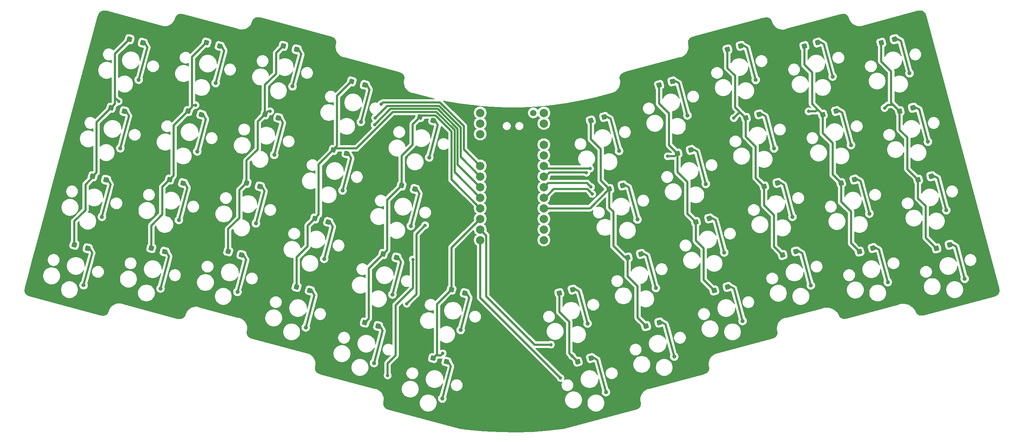
<source format=gbr>
%TF.GenerationSoftware,KiCad,Pcbnew,(5.1.10)-1*%
%TF.CreationDate,2021-10-19T15:54:07-06:00*%
%TF.ProjectId,batreus,62617472-6575-4732-9e6b-696361645f70,rev?*%
%TF.SameCoordinates,Original*%
%TF.FileFunction,Copper,L1,Top*%
%TF.FilePolarity,Positive*%
%FSLAX46Y46*%
G04 Gerber Fmt 4.6, Leading zero omitted, Abs format (unit mm)*
G04 Created by KiCad (PCBNEW (5.1.10)-1) date 2021-10-19 15:54:07*
%MOMM*%
%LPD*%
G01*
G04 APERTURE LIST*
%TA.AperFunction,EtchedComponent*%
%ADD10C,0.500000*%
%TD*%
%TA.AperFunction,ComponentPad*%
%ADD11C,1.000000*%
%TD*%
%TA.AperFunction,ComponentPad*%
%ADD12C,1.524000*%
%TD*%
%TA.AperFunction,ComponentPad*%
%ADD13C,2.000000*%
%TD*%
%TA.AperFunction,ViaPad*%
%ADD14C,0.800000*%
%TD*%
%TA.AperFunction,Conductor*%
%ADD15C,0.500000*%
%TD*%
%TA.AperFunction,Conductor*%
%ADD16C,0.200000*%
%TD*%
%TA.AperFunction,Conductor*%
%ADD17C,0.100000*%
%TD*%
G04 APERTURE END LIST*
D10*
%TO.C,S20*%
X51807648Y-109652561D02*
X53878201Y-101925155D01*
X53878201Y-101925155D02*
X53171094Y-100700410D01*
%TO.C,S30*%
X47407725Y-126073300D02*
X49478278Y-118345894D01*
X49478278Y-118345894D02*
X48771171Y-117121149D01*
%TO.C,S43*%
X172489783Y-151677804D02*
X170419230Y-143950398D01*
X170419230Y-143950398D02*
X169194485Y-143243291D01*
%TO.C,S42*%
X133305772Y-153230718D02*
X135376325Y-145503312D01*
X135376325Y-145503312D02*
X134669218Y-144278567D01*
%TO.C,S41*%
X168089859Y-135257064D02*
X166019306Y-127529658D01*
X166019306Y-127529658D02*
X164794561Y-126822551D01*
%TO.C,S40*%
X137705696Y-136809978D02*
X139776249Y-129082572D01*
X139776249Y-129082572D02*
X139069142Y-127857827D01*
%TO.C,S39*%
X258387830Y-124520386D02*
X256317277Y-116792980D01*
X256317277Y-116792980D02*
X255092532Y-116085873D01*
%TO.C,S38*%
X239965889Y-125315426D02*
X237895336Y-117588020D01*
X237895336Y-117588020D02*
X236670591Y-116880913D01*
%TO.C,S37*%
X221543948Y-126110465D02*
X219473395Y-118383059D01*
X219473395Y-118383059D02*
X218248650Y-117675952D01*
%TO.C,S36*%
X205192559Y-134632911D02*
X203122006Y-126905505D01*
X203122006Y-126905505D02*
X201897261Y-126198398D01*
%TO.C,S35*%
X188841171Y-143155357D02*
X186770618Y-135427951D01*
X186770618Y-135427951D02*
X185545873Y-134720844D01*
%TO.C,S34*%
X116954384Y-144708271D02*
X119024937Y-136980865D01*
X119024937Y-136980865D02*
X118317830Y-135756120D01*
%TO.C,S33*%
X100602996Y-136185825D02*
X102673549Y-128458419D01*
X102673549Y-128458419D02*
X101966442Y-127233674D01*
%TO.C,S32*%
X84251607Y-127663379D02*
X86322160Y-119935973D01*
X86322160Y-119935973D02*
X85615053Y-118711228D01*
%TO.C,S31*%
X65829666Y-126868340D02*
X67900219Y-119140934D01*
X67900219Y-119140934D02*
X67193112Y-117916189D01*
%TO.C,S29*%
X253987907Y-108099647D02*
X251917354Y-100372241D01*
X251917354Y-100372241D02*
X250692609Y-99665134D01*
%TO.C,S28*%
X235565966Y-108894687D02*
X233495413Y-101167281D01*
X233495413Y-101167281D02*
X232270668Y-100460174D01*
%TO.C,S27*%
X217144025Y-109689726D02*
X215073472Y-101962320D01*
X215073472Y-101962320D02*
X213848727Y-101255213D01*
%TO.C,S26*%
X200792636Y-118212172D02*
X198722083Y-110484766D01*
X198722083Y-110484766D02*
X197497338Y-109777659D01*
%TO.C,S25*%
X184441247Y-126734618D02*
X182370694Y-119007212D01*
X182370694Y-119007212D02*
X181145949Y-118300105D01*
%TO.C,S24*%
X121354308Y-128287532D02*
X123424861Y-120560126D01*
X123424861Y-120560126D02*
X122717754Y-119335381D01*
%TO.C,S23*%
X105002919Y-119765086D02*
X107073472Y-112037680D01*
X107073472Y-112037680D02*
X106366365Y-110812935D01*
%TO.C,S22*%
X88651530Y-111242640D02*
X90722083Y-103515234D01*
X90722083Y-103515234D02*
X90014976Y-102290489D01*
%TO.C,S21*%
X70229589Y-110447601D02*
X72300142Y-102720195D01*
X72300142Y-102720195D02*
X71593035Y-101495450D01*
%TO.C,S19*%
X249587982Y-91678908D02*
X247517429Y-83951502D01*
X247517429Y-83951502D02*
X246292684Y-83244395D01*
%TO.C,S18*%
X231166042Y-92473948D02*
X229095489Y-84746542D01*
X229095489Y-84746542D02*
X227870744Y-84039435D01*
%TO.C,S17*%
X212744100Y-93268987D02*
X210673547Y-85541581D01*
X210673547Y-85541581D02*
X209448802Y-84834474D01*
%TO.C,S16*%
X196392712Y-101791433D02*
X194322159Y-94064027D01*
X194322159Y-94064027D02*
X193097414Y-93356920D01*
%TO.C,S15*%
X180041323Y-110313879D02*
X177970770Y-102586473D01*
X177970770Y-102586473D02*
X176746025Y-101879366D01*
%TO.C,S14*%
X125754232Y-111866793D02*
X127824785Y-104139387D01*
X127824785Y-104139387D02*
X127117678Y-102914642D01*
%TO.C,S13*%
X109402843Y-103344347D02*
X111473396Y-95616941D01*
X111473396Y-95616941D02*
X110766289Y-94392196D01*
%TO.C,S12*%
X93051455Y-94821901D02*
X95122008Y-87094495D01*
X95122008Y-87094495D02*
X94414901Y-85869750D01*
%TO.C,S11*%
X74629513Y-94026862D02*
X76700066Y-86299456D01*
X76700066Y-86299456D02*
X75992959Y-85074711D01*
%TO.C,S10*%
X56207573Y-93231822D02*
X58278126Y-85504416D01*
X58278126Y-85504416D02*
X57571019Y-84279671D01*
%TO.C,S9*%
X245188059Y-75258169D02*
X243117506Y-67530763D01*
X243117506Y-67530763D02*
X241892761Y-66823656D01*
%TO.C,S8*%
X226766118Y-76053209D02*
X224695565Y-68325803D01*
X224695565Y-68325803D02*
X223470820Y-67618696D01*
%TO.C,S7*%
X208344177Y-76848248D02*
X206273624Y-69120842D01*
X206273624Y-69120842D02*
X205048879Y-68413735D01*
%TO.C,S6*%
X191992788Y-85370694D02*
X189922235Y-77643288D01*
X189922235Y-77643288D02*
X188697490Y-76936181D01*
%TO.C,S5*%
X175641400Y-93893140D02*
X173570847Y-86165734D01*
X173570847Y-86165734D02*
X172346102Y-85458627D01*
%TO.C,S4*%
X130154155Y-95446054D02*
X132224708Y-87718648D01*
X132224708Y-87718648D02*
X131517601Y-86493903D01*
%TO.C,S3*%
X113802767Y-86923608D02*
X115873320Y-79196202D01*
X115873320Y-79196202D02*
X115166213Y-77971457D01*
%TO.C,S2*%
X97451378Y-78401162D02*
X99521931Y-70673756D01*
X99521931Y-70673756D02*
X98814824Y-69449011D01*
%TO.C,S1*%
X79029437Y-77606123D02*
X81099990Y-69878717D01*
X81099990Y-69878717D02*
X80392883Y-68653972D01*
%TO.C,S0*%
X60607496Y-76811083D02*
X62678049Y-69083677D01*
X62678049Y-69083677D02*
X61970942Y-67858932D01*
%TD*%
D11*
%TO.P,S20,*%
%TO.N,*%
X51807648Y-109652561D03*
%TA.AperFunction,SMDPad,CuDef*%
G36*
G01*
X52108526Y-100995449D02*
X52294876Y-100299983D01*
G75*
G02*
X52588815Y-100130278I231822J-62117D01*
G01*
X53284281Y-100316628D01*
G75*
G02*
X53453986Y-100610567I-62117J-231822D01*
G01*
X53267636Y-101306033D01*
G75*
G02*
X52973697Y-101475738I-231822J62117D01*
G01*
X52278231Y-101289388D01*
G75*
G02*
X52108526Y-100995449I62117J231822D01*
G01*
G37*
%TD.AperFunction*%
%TO.P,S20,2*%
%TO.N,L5*%
%TA.AperFunction,SMDPad,CuDef*%
G36*
G01*
X48920971Y-100141347D02*
X49107321Y-99445881D01*
G75*
G02*
X49401260Y-99276176I231822J-62117D01*
G01*
X50096726Y-99462526D01*
G75*
G02*
X50266431Y-99756465I-62117J-231822D01*
G01*
X50080081Y-100451931D01*
G75*
G02*
X49786142Y-100621636I-231822J62117D01*
G01*
X49090676Y-100435286D01*
G75*
G02*
X48920971Y-100141347I62117J231822D01*
G01*
G37*
%TD.AperFunction*%
%TD*%
%TO.P,S30,*%
%TO.N,*%
X47407725Y-126073300D03*
%TA.AperFunction,SMDPad,CuDef*%
G36*
G01*
X47708603Y-117416188D02*
X47894953Y-116720722D01*
G75*
G02*
X48188892Y-116551017I231822J-62117D01*
G01*
X48884358Y-116737367D01*
G75*
G02*
X49054063Y-117031306I-62117J-231822D01*
G01*
X48867713Y-117726772D01*
G75*
G02*
X48573774Y-117896477I-231822J62117D01*
G01*
X47878308Y-117710127D01*
G75*
G02*
X47708603Y-117416188I62117J231822D01*
G01*
G37*
%TD.AperFunction*%
%TO.P,S30,2*%
%TO.N,L5*%
%TA.AperFunction,SMDPad,CuDef*%
G36*
G01*
X44521048Y-116562086D02*
X44707398Y-115866620D01*
G75*
G02*
X45001337Y-115696915I231822J-62117D01*
G01*
X45696803Y-115883265D01*
G75*
G02*
X45866508Y-116177204I-62117J-231822D01*
G01*
X45680158Y-116872670D01*
G75*
G02*
X45386219Y-117042375I-231822J62117D01*
G01*
X44690753Y-116856025D01*
G75*
G02*
X44521048Y-116562086I62117J231822D01*
G01*
G37*
%TD.AperFunction*%
%TD*%
%TO.P,S43,*%
%TO.N,*%
X172489783Y-151677804D03*
%TA.AperFunction,SMDPad,CuDef*%
G36*
G01*
X168421795Y-144030088D02*
X168235445Y-143334622D01*
G75*
G02*
X168405150Y-143040683I231822J62117D01*
G01*
X169100616Y-142854333D01*
G75*
G02*
X169394555Y-143024038I62117J-231822D01*
G01*
X169580905Y-143719504D01*
G75*
G02*
X169411200Y-144013443I-231822J-62117D01*
G01*
X168715734Y-144199793D01*
G75*
G02*
X168421795Y-144030088I-62117J231822D01*
G01*
G37*
%TD.AperFunction*%
%TO.P,S43,2*%
%TO.N,L0*%
%TA.AperFunction,SMDPad,CuDef*%
G36*
G01*
X165234240Y-144884190D02*
X165047890Y-144188724D01*
G75*
G02*
X165217595Y-143894785I231822J62117D01*
G01*
X165913061Y-143708435D01*
G75*
G02*
X166207000Y-143878140I62117J-231822D01*
G01*
X166393350Y-144573606D01*
G75*
G02*
X166223645Y-144867545I-231822J-62117D01*
G01*
X165528179Y-145053895D01*
G75*
G02*
X165234240Y-144884190I-62117J231822D01*
G01*
G37*
%TD.AperFunction*%
%TD*%
%TO.P,S42,*%
%TO.N,*%
X133305772Y-153230718D03*
%TA.AperFunction,SMDPad,CuDef*%
G36*
G01*
X133606650Y-144573606D02*
X133793000Y-143878140D01*
G75*
G02*
X134086939Y-143708435I231822J-62117D01*
G01*
X134782405Y-143894785D01*
G75*
G02*
X134952110Y-144188724I-62117J-231822D01*
G01*
X134765760Y-144884190D01*
G75*
G02*
X134471821Y-145053895I-231822J62117D01*
G01*
X133776355Y-144867545D01*
G75*
G02*
X133606650Y-144573606I62117J231822D01*
G01*
G37*
%TD.AperFunction*%
%TO.P,S42,2*%
%TO.N,L0*%
%TA.AperFunction,SMDPad,CuDef*%
G36*
G01*
X130419095Y-143719504D02*
X130605445Y-143024038D01*
G75*
G02*
X130899384Y-142854333I231822J-62117D01*
G01*
X131594850Y-143040683D01*
G75*
G02*
X131764555Y-143334622I-62117J-231822D01*
G01*
X131578205Y-144030088D01*
G75*
G02*
X131284266Y-144199793I-231822J62117D01*
G01*
X130588800Y-144013443D01*
G75*
G02*
X130419095Y-143719504I62117J231822D01*
G01*
G37*
%TD.AperFunction*%
%TD*%
%TO.P,S41,*%
%TO.N,*%
X168089859Y-135257064D03*
%TA.AperFunction,SMDPad,CuDef*%
G36*
G01*
X164021871Y-127609348D02*
X163835521Y-126913882D01*
G75*
G02*
X164005226Y-126619943I231822J62117D01*
G01*
X164700692Y-126433593D01*
G75*
G02*
X164994631Y-126603298I62117J-231822D01*
G01*
X165180981Y-127298764D01*
G75*
G02*
X165011276Y-127592703I-231822J-62117D01*
G01*
X164315810Y-127779053D01*
G75*
G02*
X164021871Y-127609348I-62117J231822D01*
G01*
G37*
%TD.AperFunction*%
%TO.P,S41,2*%
%TO.N,L0*%
%TA.AperFunction,SMDPad,CuDef*%
G36*
G01*
X160834316Y-128463450D02*
X160647966Y-127767984D01*
G75*
G02*
X160817671Y-127474045I231822J62117D01*
G01*
X161513137Y-127287695D01*
G75*
G02*
X161807076Y-127457400I62117J-231822D01*
G01*
X161993426Y-128152866D01*
G75*
G02*
X161823721Y-128446805I-231822J-62117D01*
G01*
X161128255Y-128633155D01*
G75*
G02*
X160834316Y-128463450I-62117J231822D01*
G01*
G37*
%TD.AperFunction*%
%TD*%
%TO.P,S40,*%
%TO.N,*%
X137705696Y-136809978D03*
%TA.AperFunction,SMDPad,CuDef*%
G36*
G01*
X138006574Y-128152866D02*
X138192924Y-127457400D01*
G75*
G02*
X138486863Y-127287695I231822J-62117D01*
G01*
X139182329Y-127474045D01*
G75*
G02*
X139352034Y-127767984I-62117J-231822D01*
G01*
X139165684Y-128463450D01*
G75*
G02*
X138871745Y-128633155I-231822J62117D01*
G01*
X138176279Y-128446805D01*
G75*
G02*
X138006574Y-128152866I62117J231822D01*
G01*
G37*
%TD.AperFunction*%
%TO.P,S40,2*%
%TO.N,L0*%
%TA.AperFunction,SMDPad,CuDef*%
G36*
G01*
X134819019Y-127298764D02*
X135005369Y-126603298D01*
G75*
G02*
X135299308Y-126433593I231822J-62117D01*
G01*
X135994774Y-126619943D01*
G75*
G02*
X136164479Y-126913882I-62117J-231822D01*
G01*
X135978129Y-127609348D01*
G75*
G02*
X135684190Y-127779053I-231822J62117D01*
G01*
X134988724Y-127592703D01*
G75*
G02*
X134819019Y-127298764I62117J231822D01*
G01*
G37*
%TD.AperFunction*%
%TD*%
%TO.P,S39,*%
%TO.N,*%
X258387830Y-124520386D03*
%TA.AperFunction,SMDPad,CuDef*%
G36*
G01*
X254319842Y-116872670D02*
X254133492Y-116177204D01*
G75*
G02*
X254303197Y-115883265I231822J62117D01*
G01*
X254998663Y-115696915D01*
G75*
G02*
X255292602Y-115866620I62117J-231822D01*
G01*
X255478952Y-116562086D01*
G75*
G02*
X255309247Y-116856025I-231822J-62117D01*
G01*
X254613781Y-117042375D01*
G75*
G02*
X254319842Y-116872670I-62117J231822D01*
G01*
G37*
%TD.AperFunction*%
%TO.P,S39,2*%
%TO.N,R5*%
%TA.AperFunction,SMDPad,CuDef*%
G36*
G01*
X251132287Y-117726772D02*
X250945937Y-117031306D01*
G75*
G02*
X251115642Y-116737367I231822J62117D01*
G01*
X251811108Y-116551017D01*
G75*
G02*
X252105047Y-116720722I62117J-231822D01*
G01*
X252291397Y-117416188D01*
G75*
G02*
X252121692Y-117710127I-231822J-62117D01*
G01*
X251426226Y-117896477D01*
G75*
G02*
X251132287Y-117726772I-62117J231822D01*
G01*
G37*
%TD.AperFunction*%
%TD*%
%TO.P,S38,*%
%TO.N,*%
X239965889Y-125315426D03*
%TA.AperFunction,SMDPad,CuDef*%
G36*
G01*
X235897901Y-117667710D02*
X235711551Y-116972244D01*
G75*
G02*
X235881256Y-116678305I231822J62117D01*
G01*
X236576722Y-116491955D01*
G75*
G02*
X236870661Y-116661660I62117J-231822D01*
G01*
X237057011Y-117357126D01*
G75*
G02*
X236887306Y-117651065I-231822J-62117D01*
G01*
X236191840Y-117837415D01*
G75*
G02*
X235897901Y-117667710I-62117J231822D01*
G01*
G37*
%TD.AperFunction*%
%TO.P,S38,2*%
%TO.N,R4*%
%TA.AperFunction,SMDPad,CuDef*%
G36*
G01*
X232710346Y-118521812D02*
X232523996Y-117826346D01*
G75*
G02*
X232693701Y-117532407I231822J62117D01*
G01*
X233389167Y-117346057D01*
G75*
G02*
X233683106Y-117515762I62117J-231822D01*
G01*
X233869456Y-118211228D01*
G75*
G02*
X233699751Y-118505167I-231822J-62117D01*
G01*
X233004285Y-118691517D01*
G75*
G02*
X232710346Y-118521812I-62117J231822D01*
G01*
G37*
%TD.AperFunction*%
%TD*%
%TO.P,S37,*%
%TO.N,*%
X221543948Y-126110465D03*
%TA.AperFunction,SMDPad,CuDef*%
G36*
G01*
X217475960Y-118462749D02*
X217289610Y-117767283D01*
G75*
G02*
X217459315Y-117473344I231822J62117D01*
G01*
X218154781Y-117286994D01*
G75*
G02*
X218448720Y-117456699I62117J-231822D01*
G01*
X218635070Y-118152165D01*
G75*
G02*
X218465365Y-118446104I-231822J-62117D01*
G01*
X217769899Y-118632454D01*
G75*
G02*
X217475960Y-118462749I-62117J231822D01*
G01*
G37*
%TD.AperFunction*%
%TO.P,S37,2*%
%TO.N,R3*%
%TA.AperFunction,SMDPad,CuDef*%
G36*
G01*
X214288405Y-119316851D02*
X214102055Y-118621385D01*
G75*
G02*
X214271760Y-118327446I231822J62117D01*
G01*
X214967226Y-118141096D01*
G75*
G02*
X215261165Y-118310801I62117J-231822D01*
G01*
X215447515Y-119006267D01*
G75*
G02*
X215277810Y-119300206I-231822J-62117D01*
G01*
X214582344Y-119486556D01*
G75*
G02*
X214288405Y-119316851I-62117J231822D01*
G01*
G37*
%TD.AperFunction*%
%TD*%
%TO.P,S36,*%
%TO.N,*%
X205192559Y-134632911D03*
%TA.AperFunction,SMDPad,CuDef*%
G36*
G01*
X201124571Y-126985195D02*
X200938221Y-126289729D01*
G75*
G02*
X201107926Y-125995790I231822J62117D01*
G01*
X201803392Y-125809440D01*
G75*
G02*
X202097331Y-125979145I62117J-231822D01*
G01*
X202283681Y-126674611D01*
G75*
G02*
X202113976Y-126968550I-231822J-62117D01*
G01*
X201418510Y-127154900D01*
G75*
G02*
X201124571Y-126985195I-62117J231822D01*
G01*
G37*
%TD.AperFunction*%
%TO.P,S36,2*%
%TO.N,R2*%
%TA.AperFunction,SMDPad,CuDef*%
G36*
G01*
X197937016Y-127839297D02*
X197750666Y-127143831D01*
G75*
G02*
X197920371Y-126849892I231822J62117D01*
G01*
X198615837Y-126663542D01*
G75*
G02*
X198909776Y-126833247I62117J-231822D01*
G01*
X199096126Y-127528713D01*
G75*
G02*
X198926421Y-127822652I-231822J-62117D01*
G01*
X198230955Y-128009002D01*
G75*
G02*
X197937016Y-127839297I-62117J231822D01*
G01*
G37*
%TD.AperFunction*%
%TD*%
%TO.P,S35,*%
%TO.N,*%
X188841171Y-143155357D03*
%TA.AperFunction,SMDPad,CuDef*%
G36*
G01*
X184773183Y-135507641D02*
X184586833Y-134812175D01*
G75*
G02*
X184756538Y-134518236I231822J62117D01*
G01*
X185452004Y-134331886D01*
G75*
G02*
X185745943Y-134501591I62117J-231822D01*
G01*
X185932293Y-135197057D01*
G75*
G02*
X185762588Y-135490996I-231822J-62117D01*
G01*
X185067122Y-135677346D01*
G75*
G02*
X184773183Y-135507641I-62117J231822D01*
G01*
G37*
%TD.AperFunction*%
%TO.P,S35,2*%
%TO.N,R1*%
%TA.AperFunction,SMDPad,CuDef*%
G36*
G01*
X181585628Y-136361743D02*
X181399278Y-135666277D01*
G75*
G02*
X181568983Y-135372338I231822J62117D01*
G01*
X182264449Y-135185988D01*
G75*
G02*
X182558388Y-135355693I62117J-231822D01*
G01*
X182744738Y-136051159D01*
G75*
G02*
X182575033Y-136345098I-231822J-62117D01*
G01*
X181879567Y-136531448D01*
G75*
G02*
X181585628Y-136361743I-62117J231822D01*
G01*
G37*
%TD.AperFunction*%
%TD*%
%TO.P,S34,*%
%TO.N,*%
X116954384Y-144708271D03*
%TA.AperFunction,SMDPad,CuDef*%
G36*
G01*
X117255262Y-136051159D02*
X117441612Y-135355693D01*
G75*
G02*
X117735551Y-135185988I231822J-62117D01*
G01*
X118431017Y-135372338D01*
G75*
G02*
X118600722Y-135666277I-62117J-231822D01*
G01*
X118414372Y-136361743D01*
G75*
G02*
X118120433Y-136531448I-231822J62117D01*
G01*
X117424967Y-136345098D01*
G75*
G02*
X117255262Y-136051159I62117J231822D01*
G01*
G37*
%TD.AperFunction*%
%TO.P,S34,2*%
%TO.N,L1*%
%TA.AperFunction,SMDPad,CuDef*%
G36*
G01*
X114067707Y-135197057D02*
X114254057Y-134501591D01*
G75*
G02*
X114547996Y-134331886I231822J-62117D01*
G01*
X115243462Y-134518236D01*
G75*
G02*
X115413167Y-134812175I-62117J-231822D01*
G01*
X115226817Y-135507641D01*
G75*
G02*
X114932878Y-135677346I-231822J62117D01*
G01*
X114237412Y-135490996D01*
G75*
G02*
X114067707Y-135197057I62117J231822D01*
G01*
G37*
%TD.AperFunction*%
%TD*%
%TO.P,S33,*%
%TO.N,*%
X100602996Y-136185825D03*
%TA.AperFunction,SMDPad,CuDef*%
G36*
G01*
X100903874Y-127528713D02*
X101090224Y-126833247D01*
G75*
G02*
X101384163Y-126663542I231822J-62117D01*
G01*
X102079629Y-126849892D01*
G75*
G02*
X102249334Y-127143831I-62117J-231822D01*
G01*
X102062984Y-127839297D01*
G75*
G02*
X101769045Y-128009002I-231822J62117D01*
G01*
X101073579Y-127822652D01*
G75*
G02*
X100903874Y-127528713I62117J231822D01*
G01*
G37*
%TD.AperFunction*%
%TO.P,S33,2*%
%TO.N,L2*%
%TA.AperFunction,SMDPad,CuDef*%
G36*
G01*
X97716319Y-126674611D02*
X97902669Y-125979145D01*
G75*
G02*
X98196608Y-125809440I231822J-62117D01*
G01*
X98892074Y-125995790D01*
G75*
G02*
X99061779Y-126289729I-62117J-231822D01*
G01*
X98875429Y-126985195D01*
G75*
G02*
X98581490Y-127154900I-231822J62117D01*
G01*
X97886024Y-126968550D01*
G75*
G02*
X97716319Y-126674611I62117J231822D01*
G01*
G37*
%TD.AperFunction*%
%TD*%
%TO.P,S32,*%
%TO.N,*%
X84251607Y-127663379D03*
%TA.AperFunction,SMDPad,CuDef*%
G36*
G01*
X84552485Y-119006267D02*
X84738835Y-118310801D01*
G75*
G02*
X85032774Y-118141096I231822J-62117D01*
G01*
X85728240Y-118327446D01*
G75*
G02*
X85897945Y-118621385I-62117J-231822D01*
G01*
X85711595Y-119316851D01*
G75*
G02*
X85417656Y-119486556I-231822J62117D01*
G01*
X84722190Y-119300206D01*
G75*
G02*
X84552485Y-119006267I62117J231822D01*
G01*
G37*
%TD.AperFunction*%
%TO.P,S32,2*%
%TO.N,L3*%
%TA.AperFunction,SMDPad,CuDef*%
G36*
G01*
X81364930Y-118152165D02*
X81551280Y-117456699D01*
G75*
G02*
X81845219Y-117286994I231822J-62117D01*
G01*
X82540685Y-117473344D01*
G75*
G02*
X82710390Y-117767283I-62117J-231822D01*
G01*
X82524040Y-118462749D01*
G75*
G02*
X82230101Y-118632454I-231822J62117D01*
G01*
X81534635Y-118446104D01*
G75*
G02*
X81364930Y-118152165I62117J231822D01*
G01*
G37*
%TD.AperFunction*%
%TD*%
%TO.P,S31,*%
%TO.N,*%
X65829666Y-126868340D03*
%TA.AperFunction,SMDPad,CuDef*%
G36*
G01*
X66130544Y-118211228D02*
X66316894Y-117515762D01*
G75*
G02*
X66610833Y-117346057I231822J-62117D01*
G01*
X67306299Y-117532407D01*
G75*
G02*
X67476004Y-117826346I-62117J-231822D01*
G01*
X67289654Y-118521812D01*
G75*
G02*
X66995715Y-118691517I-231822J62117D01*
G01*
X66300249Y-118505167D01*
G75*
G02*
X66130544Y-118211228I62117J231822D01*
G01*
G37*
%TD.AperFunction*%
%TO.P,S31,2*%
%TO.N,L4*%
%TA.AperFunction,SMDPad,CuDef*%
G36*
G01*
X62942989Y-117357126D02*
X63129339Y-116661660D01*
G75*
G02*
X63423278Y-116491955I231822J-62117D01*
G01*
X64118744Y-116678305D01*
G75*
G02*
X64288449Y-116972244I-62117J-231822D01*
G01*
X64102099Y-117667710D01*
G75*
G02*
X63808160Y-117837415I-231822J62117D01*
G01*
X63112694Y-117651065D01*
G75*
G02*
X62942989Y-117357126I62117J231822D01*
G01*
G37*
%TD.AperFunction*%
%TD*%
%TO.P,S29,*%
%TO.N,*%
X253987907Y-108099647D03*
%TA.AperFunction,SMDPad,CuDef*%
G36*
G01*
X249919919Y-100451931D02*
X249733569Y-99756465D01*
G75*
G02*
X249903274Y-99462526I231822J62117D01*
G01*
X250598740Y-99276176D01*
G75*
G02*
X250892679Y-99445881I62117J-231822D01*
G01*
X251079029Y-100141347D01*
G75*
G02*
X250909324Y-100435286I-231822J-62117D01*
G01*
X250213858Y-100621636D01*
G75*
G02*
X249919919Y-100451931I-62117J231822D01*
G01*
G37*
%TD.AperFunction*%
%TO.P,S29,2*%
%TO.N,R5*%
%TA.AperFunction,SMDPad,CuDef*%
G36*
G01*
X246732364Y-101306033D02*
X246546014Y-100610567D01*
G75*
G02*
X246715719Y-100316628I231822J62117D01*
G01*
X247411185Y-100130278D01*
G75*
G02*
X247705124Y-100299983I62117J-231822D01*
G01*
X247891474Y-100995449D01*
G75*
G02*
X247721769Y-101289388I-231822J-62117D01*
G01*
X247026303Y-101475738D01*
G75*
G02*
X246732364Y-101306033I-62117J231822D01*
G01*
G37*
%TD.AperFunction*%
%TD*%
%TO.P,S28,*%
%TO.N,*%
X235565966Y-108894687D03*
%TA.AperFunction,SMDPad,CuDef*%
G36*
G01*
X231497978Y-101246971D02*
X231311628Y-100551505D01*
G75*
G02*
X231481333Y-100257566I231822J62117D01*
G01*
X232176799Y-100071216D01*
G75*
G02*
X232470738Y-100240921I62117J-231822D01*
G01*
X232657088Y-100936387D01*
G75*
G02*
X232487383Y-101230326I-231822J-62117D01*
G01*
X231791917Y-101416676D01*
G75*
G02*
X231497978Y-101246971I-62117J231822D01*
G01*
G37*
%TD.AperFunction*%
%TO.P,S28,2*%
%TO.N,R4*%
%TA.AperFunction,SMDPad,CuDef*%
G36*
G01*
X228310423Y-102101073D02*
X228124073Y-101405607D01*
G75*
G02*
X228293778Y-101111668I231822J62117D01*
G01*
X228989244Y-100925318D01*
G75*
G02*
X229283183Y-101095023I62117J-231822D01*
G01*
X229469533Y-101790489D01*
G75*
G02*
X229299828Y-102084428I-231822J-62117D01*
G01*
X228604362Y-102270778D01*
G75*
G02*
X228310423Y-102101073I-62117J231822D01*
G01*
G37*
%TD.AperFunction*%
%TD*%
%TO.P,S27,*%
%TO.N,*%
X217144025Y-109689726D03*
%TA.AperFunction,SMDPad,CuDef*%
G36*
G01*
X213076037Y-102042010D02*
X212889687Y-101346544D01*
G75*
G02*
X213059392Y-101052605I231822J62117D01*
G01*
X213754858Y-100866255D01*
G75*
G02*
X214048797Y-101035960I62117J-231822D01*
G01*
X214235147Y-101731426D01*
G75*
G02*
X214065442Y-102025365I-231822J-62117D01*
G01*
X213369976Y-102211715D01*
G75*
G02*
X213076037Y-102042010I-62117J231822D01*
G01*
G37*
%TD.AperFunction*%
%TO.P,S27,2*%
%TO.N,R3*%
%TA.AperFunction,SMDPad,CuDef*%
G36*
G01*
X209888482Y-102896112D02*
X209702132Y-102200646D01*
G75*
G02*
X209871837Y-101906707I231822J62117D01*
G01*
X210567303Y-101720357D01*
G75*
G02*
X210861242Y-101890062I62117J-231822D01*
G01*
X211047592Y-102585528D01*
G75*
G02*
X210877887Y-102879467I-231822J-62117D01*
G01*
X210182421Y-103065817D01*
G75*
G02*
X209888482Y-102896112I-62117J231822D01*
G01*
G37*
%TD.AperFunction*%
%TD*%
%TO.P,S26,*%
%TO.N,*%
X200792636Y-118212172D03*
%TA.AperFunction,SMDPad,CuDef*%
G36*
G01*
X196724648Y-110564456D02*
X196538298Y-109868990D01*
G75*
G02*
X196708003Y-109575051I231822J62117D01*
G01*
X197403469Y-109388701D01*
G75*
G02*
X197697408Y-109558406I62117J-231822D01*
G01*
X197883758Y-110253872D01*
G75*
G02*
X197714053Y-110547811I-231822J-62117D01*
G01*
X197018587Y-110734161D01*
G75*
G02*
X196724648Y-110564456I-62117J231822D01*
G01*
G37*
%TD.AperFunction*%
%TO.P,S26,2*%
%TO.N,R2*%
%TA.AperFunction,SMDPad,CuDef*%
G36*
G01*
X193537093Y-111418558D02*
X193350743Y-110723092D01*
G75*
G02*
X193520448Y-110429153I231822J62117D01*
G01*
X194215914Y-110242803D01*
G75*
G02*
X194509853Y-110412508I62117J-231822D01*
G01*
X194696203Y-111107974D01*
G75*
G02*
X194526498Y-111401913I-231822J-62117D01*
G01*
X193831032Y-111588263D01*
G75*
G02*
X193537093Y-111418558I-62117J231822D01*
G01*
G37*
%TD.AperFunction*%
%TD*%
%TO.P,S25,*%
%TO.N,*%
X184441247Y-126734618D03*
%TA.AperFunction,SMDPad,CuDef*%
G36*
G01*
X180373259Y-119086902D02*
X180186909Y-118391436D01*
G75*
G02*
X180356614Y-118097497I231822J62117D01*
G01*
X181052080Y-117911147D01*
G75*
G02*
X181346019Y-118080852I62117J-231822D01*
G01*
X181532369Y-118776318D01*
G75*
G02*
X181362664Y-119070257I-231822J-62117D01*
G01*
X180667198Y-119256607D01*
G75*
G02*
X180373259Y-119086902I-62117J231822D01*
G01*
G37*
%TD.AperFunction*%
%TO.P,S25,2*%
%TO.N,R1*%
%TA.AperFunction,SMDPad,CuDef*%
G36*
G01*
X177185704Y-119941004D02*
X176999354Y-119245538D01*
G75*
G02*
X177169059Y-118951599I231822J62117D01*
G01*
X177864525Y-118765249D01*
G75*
G02*
X178158464Y-118934954I62117J-231822D01*
G01*
X178344814Y-119630420D01*
G75*
G02*
X178175109Y-119924359I-231822J-62117D01*
G01*
X177479643Y-120110709D01*
G75*
G02*
X177185704Y-119941004I-62117J231822D01*
G01*
G37*
%TD.AperFunction*%
%TD*%
%TO.P,S24,*%
%TO.N,*%
X121354308Y-128287532D03*
%TA.AperFunction,SMDPad,CuDef*%
G36*
G01*
X121655186Y-119630420D02*
X121841536Y-118934954D01*
G75*
G02*
X122135475Y-118765249I231822J-62117D01*
G01*
X122830941Y-118951599D01*
G75*
G02*
X123000646Y-119245538I-62117J-231822D01*
G01*
X122814296Y-119941004D01*
G75*
G02*
X122520357Y-120110709I-231822J62117D01*
G01*
X121824891Y-119924359D01*
G75*
G02*
X121655186Y-119630420I62117J231822D01*
G01*
G37*
%TD.AperFunction*%
%TO.P,S24,2*%
%TO.N,L1*%
%TA.AperFunction,SMDPad,CuDef*%
G36*
G01*
X118467631Y-118776318D02*
X118653981Y-118080852D01*
G75*
G02*
X118947920Y-117911147I231822J-62117D01*
G01*
X119643386Y-118097497D01*
G75*
G02*
X119813091Y-118391436I-62117J-231822D01*
G01*
X119626741Y-119086902D01*
G75*
G02*
X119332802Y-119256607I-231822J62117D01*
G01*
X118637336Y-119070257D01*
G75*
G02*
X118467631Y-118776318I62117J231822D01*
G01*
G37*
%TD.AperFunction*%
%TD*%
%TO.P,S23,*%
%TO.N,*%
X105002919Y-119765086D03*
%TA.AperFunction,SMDPad,CuDef*%
G36*
G01*
X105303797Y-111107974D02*
X105490147Y-110412508D01*
G75*
G02*
X105784086Y-110242803I231822J-62117D01*
G01*
X106479552Y-110429153D01*
G75*
G02*
X106649257Y-110723092I-62117J-231822D01*
G01*
X106462907Y-111418558D01*
G75*
G02*
X106168968Y-111588263I-231822J62117D01*
G01*
X105473502Y-111401913D01*
G75*
G02*
X105303797Y-111107974I62117J231822D01*
G01*
G37*
%TD.AperFunction*%
%TO.P,S23,2*%
%TO.N,L2*%
%TA.AperFunction,SMDPad,CuDef*%
G36*
G01*
X102116242Y-110253872D02*
X102302592Y-109558406D01*
G75*
G02*
X102596531Y-109388701I231822J-62117D01*
G01*
X103291997Y-109575051D01*
G75*
G02*
X103461702Y-109868990I-62117J-231822D01*
G01*
X103275352Y-110564456D01*
G75*
G02*
X102981413Y-110734161I-231822J62117D01*
G01*
X102285947Y-110547811D01*
G75*
G02*
X102116242Y-110253872I62117J231822D01*
G01*
G37*
%TD.AperFunction*%
%TD*%
%TO.P,S22,*%
%TO.N,*%
X88651530Y-111242640D03*
%TA.AperFunction,SMDPad,CuDef*%
G36*
G01*
X88952408Y-102585528D02*
X89138758Y-101890062D01*
G75*
G02*
X89432697Y-101720357I231822J-62117D01*
G01*
X90128163Y-101906707D01*
G75*
G02*
X90297868Y-102200646I-62117J-231822D01*
G01*
X90111518Y-102896112D01*
G75*
G02*
X89817579Y-103065817I-231822J62117D01*
G01*
X89122113Y-102879467D01*
G75*
G02*
X88952408Y-102585528I62117J231822D01*
G01*
G37*
%TD.AperFunction*%
%TO.P,S22,2*%
%TO.N,L3*%
%TA.AperFunction,SMDPad,CuDef*%
G36*
G01*
X85764853Y-101731426D02*
X85951203Y-101035960D01*
G75*
G02*
X86245142Y-100866255I231822J-62117D01*
G01*
X86940608Y-101052605D01*
G75*
G02*
X87110313Y-101346544I-62117J-231822D01*
G01*
X86923963Y-102042010D01*
G75*
G02*
X86630024Y-102211715I-231822J62117D01*
G01*
X85934558Y-102025365D01*
G75*
G02*
X85764853Y-101731426I62117J231822D01*
G01*
G37*
%TD.AperFunction*%
%TD*%
%TO.P,S21,*%
%TO.N,*%
X70229589Y-110447601D03*
%TA.AperFunction,SMDPad,CuDef*%
G36*
G01*
X70530467Y-101790489D02*
X70716817Y-101095023D01*
G75*
G02*
X71010756Y-100925318I231822J-62117D01*
G01*
X71706222Y-101111668D01*
G75*
G02*
X71875927Y-101405607I-62117J-231822D01*
G01*
X71689577Y-102101073D01*
G75*
G02*
X71395638Y-102270778I-231822J62117D01*
G01*
X70700172Y-102084428D01*
G75*
G02*
X70530467Y-101790489I62117J231822D01*
G01*
G37*
%TD.AperFunction*%
%TO.P,S21,2*%
%TO.N,L4*%
%TA.AperFunction,SMDPad,CuDef*%
G36*
G01*
X67342912Y-100936387D02*
X67529262Y-100240921D01*
G75*
G02*
X67823201Y-100071216I231822J-62117D01*
G01*
X68518667Y-100257566D01*
G75*
G02*
X68688372Y-100551505I-62117J-231822D01*
G01*
X68502022Y-101246971D01*
G75*
G02*
X68208083Y-101416676I-231822J62117D01*
G01*
X67512617Y-101230326D01*
G75*
G02*
X67342912Y-100936387I62117J231822D01*
G01*
G37*
%TD.AperFunction*%
%TD*%
%TO.P,S19,*%
%TO.N,*%
X249587982Y-91678908D03*
%TA.AperFunction,SMDPad,CuDef*%
G36*
G01*
X245519994Y-84031192D02*
X245333644Y-83335726D01*
G75*
G02*
X245503349Y-83041787I231822J62117D01*
G01*
X246198815Y-82855437D01*
G75*
G02*
X246492754Y-83025142I62117J-231822D01*
G01*
X246679104Y-83720608D01*
G75*
G02*
X246509399Y-84014547I-231822J-62117D01*
G01*
X245813933Y-84200897D01*
G75*
G02*
X245519994Y-84031192I-62117J231822D01*
G01*
G37*
%TD.AperFunction*%
%TO.P,S19,2*%
%TO.N,R5*%
%TA.AperFunction,SMDPad,CuDef*%
G36*
G01*
X242332439Y-84885294D02*
X242146089Y-84189828D01*
G75*
G02*
X242315794Y-83895889I231822J62117D01*
G01*
X243011260Y-83709539D01*
G75*
G02*
X243305199Y-83879244I62117J-231822D01*
G01*
X243491549Y-84574710D01*
G75*
G02*
X243321844Y-84868649I-231822J-62117D01*
G01*
X242626378Y-85054999D01*
G75*
G02*
X242332439Y-84885294I-62117J231822D01*
G01*
G37*
%TD.AperFunction*%
%TD*%
%TO.P,S18,*%
%TO.N,*%
X231166042Y-92473948D03*
%TA.AperFunction,SMDPad,CuDef*%
G36*
G01*
X227098054Y-84826232D02*
X226911704Y-84130766D01*
G75*
G02*
X227081409Y-83836827I231822J62117D01*
G01*
X227776875Y-83650477D01*
G75*
G02*
X228070814Y-83820182I62117J-231822D01*
G01*
X228257164Y-84515648D01*
G75*
G02*
X228087459Y-84809587I-231822J-62117D01*
G01*
X227391993Y-84995937D01*
G75*
G02*
X227098054Y-84826232I-62117J231822D01*
G01*
G37*
%TD.AperFunction*%
%TO.P,S18,2*%
%TO.N,R4*%
%TA.AperFunction,SMDPad,CuDef*%
G36*
G01*
X223910499Y-85680334D02*
X223724149Y-84984868D01*
G75*
G02*
X223893854Y-84690929I231822J62117D01*
G01*
X224589320Y-84504579D01*
G75*
G02*
X224883259Y-84674284I62117J-231822D01*
G01*
X225069609Y-85369750D01*
G75*
G02*
X224899904Y-85663689I-231822J-62117D01*
G01*
X224204438Y-85850039D01*
G75*
G02*
X223910499Y-85680334I-62117J231822D01*
G01*
G37*
%TD.AperFunction*%
%TD*%
%TO.P,S17,*%
%TO.N,*%
X212744100Y-93268987D03*
%TA.AperFunction,SMDPad,CuDef*%
G36*
G01*
X208676112Y-85621271D02*
X208489762Y-84925805D01*
G75*
G02*
X208659467Y-84631866I231822J62117D01*
G01*
X209354933Y-84445516D01*
G75*
G02*
X209648872Y-84615221I62117J-231822D01*
G01*
X209835222Y-85310687D01*
G75*
G02*
X209665517Y-85604626I-231822J-62117D01*
G01*
X208970051Y-85790976D01*
G75*
G02*
X208676112Y-85621271I-62117J231822D01*
G01*
G37*
%TD.AperFunction*%
%TO.P,S17,2*%
%TO.N,R3*%
%TA.AperFunction,SMDPad,CuDef*%
G36*
G01*
X205488557Y-86475373D02*
X205302207Y-85779907D01*
G75*
G02*
X205471912Y-85485968I231822J62117D01*
G01*
X206167378Y-85299618D01*
G75*
G02*
X206461317Y-85469323I62117J-231822D01*
G01*
X206647667Y-86164789D01*
G75*
G02*
X206477962Y-86458728I-231822J-62117D01*
G01*
X205782496Y-86645078D01*
G75*
G02*
X205488557Y-86475373I-62117J231822D01*
G01*
G37*
%TD.AperFunction*%
%TD*%
%TO.P,S16,*%
%TO.N,*%
X196392712Y-101791433D03*
%TA.AperFunction,SMDPad,CuDef*%
G36*
G01*
X192324724Y-94143717D02*
X192138374Y-93448251D01*
G75*
G02*
X192308079Y-93154312I231822J62117D01*
G01*
X193003545Y-92967962D01*
G75*
G02*
X193297484Y-93137667I62117J-231822D01*
G01*
X193483834Y-93833133D01*
G75*
G02*
X193314129Y-94127072I-231822J-62117D01*
G01*
X192618663Y-94313422D01*
G75*
G02*
X192324724Y-94143717I-62117J231822D01*
G01*
G37*
%TD.AperFunction*%
%TO.P,S16,2*%
%TO.N,R2*%
%TA.AperFunction,SMDPad,CuDef*%
G36*
G01*
X189137169Y-94997819D02*
X188950819Y-94302353D01*
G75*
G02*
X189120524Y-94008414I231822J62117D01*
G01*
X189815990Y-93822064D01*
G75*
G02*
X190109929Y-93991769I62117J-231822D01*
G01*
X190296279Y-94687235D01*
G75*
G02*
X190126574Y-94981174I-231822J-62117D01*
G01*
X189431108Y-95167524D01*
G75*
G02*
X189137169Y-94997819I-62117J231822D01*
G01*
G37*
%TD.AperFunction*%
%TD*%
%TO.P,S15,*%
%TO.N,*%
X180041323Y-110313879D03*
%TA.AperFunction,SMDPad,CuDef*%
G36*
G01*
X175973335Y-102666163D02*
X175786985Y-101970697D01*
G75*
G02*
X175956690Y-101676758I231822J62117D01*
G01*
X176652156Y-101490408D01*
G75*
G02*
X176946095Y-101660113I62117J-231822D01*
G01*
X177132445Y-102355579D01*
G75*
G02*
X176962740Y-102649518I-231822J-62117D01*
G01*
X176267274Y-102835868D01*
G75*
G02*
X175973335Y-102666163I-62117J231822D01*
G01*
G37*
%TD.AperFunction*%
%TO.P,S15,2*%
%TO.N,R1*%
%TA.AperFunction,SMDPad,CuDef*%
G36*
G01*
X172785780Y-103520265D02*
X172599430Y-102824799D01*
G75*
G02*
X172769135Y-102530860I231822J62117D01*
G01*
X173464601Y-102344510D01*
G75*
G02*
X173758540Y-102514215I62117J-231822D01*
G01*
X173944890Y-103209681D01*
G75*
G02*
X173775185Y-103503620I-231822J-62117D01*
G01*
X173079719Y-103689970D01*
G75*
G02*
X172785780Y-103520265I-62117J231822D01*
G01*
G37*
%TD.AperFunction*%
%TD*%
%TO.P,S14,*%
%TO.N,*%
X125754232Y-111866793D03*
%TA.AperFunction,SMDPad,CuDef*%
G36*
G01*
X126055110Y-103209681D02*
X126241460Y-102514215D01*
G75*
G02*
X126535399Y-102344510I231822J-62117D01*
G01*
X127230865Y-102530860D01*
G75*
G02*
X127400570Y-102824799I-62117J-231822D01*
G01*
X127214220Y-103520265D01*
G75*
G02*
X126920281Y-103689970I-231822J62117D01*
G01*
X126224815Y-103503620D01*
G75*
G02*
X126055110Y-103209681I62117J231822D01*
G01*
G37*
%TD.AperFunction*%
%TO.P,S14,2*%
%TO.N,L1*%
%TA.AperFunction,SMDPad,CuDef*%
G36*
G01*
X122867555Y-102355579D02*
X123053905Y-101660113D01*
G75*
G02*
X123347844Y-101490408I231822J-62117D01*
G01*
X124043310Y-101676758D01*
G75*
G02*
X124213015Y-101970697I-62117J-231822D01*
G01*
X124026665Y-102666163D01*
G75*
G02*
X123732726Y-102835868I-231822J62117D01*
G01*
X123037260Y-102649518D01*
G75*
G02*
X122867555Y-102355579I62117J231822D01*
G01*
G37*
%TD.AperFunction*%
%TD*%
%TO.P,S13,*%
%TO.N,*%
X109402843Y-103344347D03*
%TA.AperFunction,SMDPad,CuDef*%
G36*
G01*
X109703721Y-94687235D02*
X109890071Y-93991769D01*
G75*
G02*
X110184010Y-93822064I231822J-62117D01*
G01*
X110879476Y-94008414D01*
G75*
G02*
X111049181Y-94302353I-62117J-231822D01*
G01*
X110862831Y-94997819D01*
G75*
G02*
X110568892Y-95167524I-231822J62117D01*
G01*
X109873426Y-94981174D01*
G75*
G02*
X109703721Y-94687235I62117J231822D01*
G01*
G37*
%TD.AperFunction*%
%TO.P,S13,2*%
%TO.N,L2*%
%TA.AperFunction,SMDPad,CuDef*%
G36*
G01*
X106516166Y-93833133D02*
X106702516Y-93137667D01*
G75*
G02*
X106996455Y-92967962I231822J-62117D01*
G01*
X107691921Y-93154312D01*
G75*
G02*
X107861626Y-93448251I-62117J-231822D01*
G01*
X107675276Y-94143717D01*
G75*
G02*
X107381337Y-94313422I-231822J62117D01*
G01*
X106685871Y-94127072D01*
G75*
G02*
X106516166Y-93833133I62117J231822D01*
G01*
G37*
%TD.AperFunction*%
%TD*%
%TO.P,S12,*%
%TO.N,*%
X93051455Y-94821901D03*
%TA.AperFunction,SMDPad,CuDef*%
G36*
G01*
X93352333Y-86164789D02*
X93538683Y-85469323D01*
G75*
G02*
X93832622Y-85299618I231822J-62117D01*
G01*
X94528088Y-85485968D01*
G75*
G02*
X94697793Y-85779907I-62117J-231822D01*
G01*
X94511443Y-86475373D01*
G75*
G02*
X94217504Y-86645078I-231822J62117D01*
G01*
X93522038Y-86458728D01*
G75*
G02*
X93352333Y-86164789I62117J231822D01*
G01*
G37*
%TD.AperFunction*%
%TO.P,S12,2*%
%TO.N,L3*%
%TA.AperFunction,SMDPad,CuDef*%
G36*
G01*
X90164778Y-85310687D02*
X90351128Y-84615221D01*
G75*
G02*
X90645067Y-84445516I231822J-62117D01*
G01*
X91340533Y-84631866D01*
G75*
G02*
X91510238Y-84925805I-62117J-231822D01*
G01*
X91323888Y-85621271D01*
G75*
G02*
X91029949Y-85790976I-231822J62117D01*
G01*
X90334483Y-85604626D01*
G75*
G02*
X90164778Y-85310687I62117J231822D01*
G01*
G37*
%TD.AperFunction*%
%TD*%
%TO.P,S11,*%
%TO.N,*%
X74629513Y-94026862D03*
%TA.AperFunction,SMDPad,CuDef*%
G36*
G01*
X74930391Y-85369750D02*
X75116741Y-84674284D01*
G75*
G02*
X75410680Y-84504579I231822J-62117D01*
G01*
X76106146Y-84690929D01*
G75*
G02*
X76275851Y-84984868I-62117J-231822D01*
G01*
X76089501Y-85680334D01*
G75*
G02*
X75795562Y-85850039I-231822J62117D01*
G01*
X75100096Y-85663689D01*
G75*
G02*
X74930391Y-85369750I62117J231822D01*
G01*
G37*
%TD.AperFunction*%
%TO.P,S11,2*%
%TO.N,L4*%
%TA.AperFunction,SMDPad,CuDef*%
G36*
G01*
X71742836Y-84515648D02*
X71929186Y-83820182D01*
G75*
G02*
X72223125Y-83650477I231822J-62117D01*
G01*
X72918591Y-83836827D01*
G75*
G02*
X73088296Y-84130766I-62117J-231822D01*
G01*
X72901946Y-84826232D01*
G75*
G02*
X72608007Y-84995937I-231822J62117D01*
G01*
X71912541Y-84809587D01*
G75*
G02*
X71742836Y-84515648I62117J231822D01*
G01*
G37*
%TD.AperFunction*%
%TD*%
%TO.P,S10,*%
%TO.N,*%
X56207573Y-93231822D03*
%TA.AperFunction,SMDPad,CuDef*%
G36*
G01*
X56508451Y-84574710D02*
X56694801Y-83879244D01*
G75*
G02*
X56988740Y-83709539I231822J-62117D01*
G01*
X57684206Y-83895889D01*
G75*
G02*
X57853911Y-84189828I-62117J-231822D01*
G01*
X57667561Y-84885294D01*
G75*
G02*
X57373622Y-85054999I-231822J62117D01*
G01*
X56678156Y-84868649D01*
G75*
G02*
X56508451Y-84574710I62117J231822D01*
G01*
G37*
%TD.AperFunction*%
%TO.P,S10,2*%
%TO.N,L5*%
%TA.AperFunction,SMDPad,CuDef*%
G36*
G01*
X53320896Y-83720608D02*
X53507246Y-83025142D01*
G75*
G02*
X53801185Y-82855437I231822J-62117D01*
G01*
X54496651Y-83041787D01*
G75*
G02*
X54666356Y-83335726I-62117J-231822D01*
G01*
X54480006Y-84031192D01*
G75*
G02*
X54186067Y-84200897I-231822J62117D01*
G01*
X53490601Y-84014547D01*
G75*
G02*
X53320896Y-83720608I62117J231822D01*
G01*
G37*
%TD.AperFunction*%
%TD*%
%TO.P,S9,*%
%TO.N,*%
X245188059Y-75258169D03*
%TA.AperFunction,SMDPad,CuDef*%
G36*
G01*
X241120071Y-67610453D02*
X240933721Y-66914987D01*
G75*
G02*
X241103426Y-66621048I231822J62117D01*
G01*
X241798892Y-66434698D01*
G75*
G02*
X242092831Y-66604403I62117J-231822D01*
G01*
X242279181Y-67299869D01*
G75*
G02*
X242109476Y-67593808I-231822J-62117D01*
G01*
X241414010Y-67780158D01*
G75*
G02*
X241120071Y-67610453I-62117J231822D01*
G01*
G37*
%TD.AperFunction*%
%TO.P,S9,2*%
%TO.N,R5*%
%TA.AperFunction,SMDPad,CuDef*%
G36*
G01*
X237932516Y-68464555D02*
X237746166Y-67769089D01*
G75*
G02*
X237915871Y-67475150I231822J62117D01*
G01*
X238611337Y-67288800D01*
G75*
G02*
X238905276Y-67458505I62117J-231822D01*
G01*
X239091626Y-68153971D01*
G75*
G02*
X238921921Y-68447910I-231822J-62117D01*
G01*
X238226455Y-68634260D01*
G75*
G02*
X237932516Y-68464555I-62117J231822D01*
G01*
G37*
%TD.AperFunction*%
%TD*%
%TO.P,S8,*%
%TO.N,*%
X226766118Y-76053209D03*
%TA.AperFunction,SMDPad,CuDef*%
G36*
G01*
X222698130Y-68405493D02*
X222511780Y-67710027D01*
G75*
G02*
X222681485Y-67416088I231822J62117D01*
G01*
X223376951Y-67229738D01*
G75*
G02*
X223670890Y-67399443I62117J-231822D01*
G01*
X223857240Y-68094909D01*
G75*
G02*
X223687535Y-68388848I-231822J-62117D01*
G01*
X222992069Y-68575198D01*
G75*
G02*
X222698130Y-68405493I-62117J231822D01*
G01*
G37*
%TD.AperFunction*%
%TO.P,S8,2*%
%TO.N,R4*%
%TA.AperFunction,SMDPad,CuDef*%
G36*
G01*
X219510575Y-69259595D02*
X219324225Y-68564129D01*
G75*
G02*
X219493930Y-68270190I231822J62117D01*
G01*
X220189396Y-68083840D01*
G75*
G02*
X220483335Y-68253545I62117J-231822D01*
G01*
X220669685Y-68949011D01*
G75*
G02*
X220499980Y-69242950I-231822J-62117D01*
G01*
X219804514Y-69429300D01*
G75*
G02*
X219510575Y-69259595I-62117J231822D01*
G01*
G37*
%TD.AperFunction*%
%TD*%
%TO.P,S7,*%
%TO.N,*%
X208344177Y-76848248D03*
%TA.AperFunction,SMDPad,CuDef*%
G36*
G01*
X204276189Y-69200532D02*
X204089839Y-68505066D01*
G75*
G02*
X204259544Y-68211127I231822J62117D01*
G01*
X204955010Y-68024777D01*
G75*
G02*
X205248949Y-68194482I62117J-231822D01*
G01*
X205435299Y-68889948D01*
G75*
G02*
X205265594Y-69183887I-231822J-62117D01*
G01*
X204570128Y-69370237D01*
G75*
G02*
X204276189Y-69200532I-62117J231822D01*
G01*
G37*
%TD.AperFunction*%
%TO.P,S7,2*%
%TO.N,R3*%
%TA.AperFunction,SMDPad,CuDef*%
G36*
G01*
X201088634Y-70054634D02*
X200902284Y-69359168D01*
G75*
G02*
X201071989Y-69065229I231822J62117D01*
G01*
X201767455Y-68878879D01*
G75*
G02*
X202061394Y-69048584I62117J-231822D01*
G01*
X202247744Y-69744050D01*
G75*
G02*
X202078039Y-70037989I-231822J-62117D01*
G01*
X201382573Y-70224339D01*
G75*
G02*
X201088634Y-70054634I-62117J231822D01*
G01*
G37*
%TD.AperFunction*%
%TD*%
%TO.P,S6,*%
%TO.N,*%
X191992788Y-85370694D03*
%TA.AperFunction,SMDPad,CuDef*%
G36*
G01*
X187924800Y-77722978D02*
X187738450Y-77027512D01*
G75*
G02*
X187908155Y-76733573I231822J62117D01*
G01*
X188603621Y-76547223D01*
G75*
G02*
X188897560Y-76716928I62117J-231822D01*
G01*
X189083910Y-77412394D01*
G75*
G02*
X188914205Y-77706333I-231822J-62117D01*
G01*
X188218739Y-77892683D01*
G75*
G02*
X187924800Y-77722978I-62117J231822D01*
G01*
G37*
%TD.AperFunction*%
%TO.P,S6,2*%
%TO.N,R2*%
%TA.AperFunction,SMDPad,CuDef*%
G36*
G01*
X184737245Y-78577080D02*
X184550895Y-77881614D01*
G75*
G02*
X184720600Y-77587675I231822J62117D01*
G01*
X185416066Y-77401325D01*
G75*
G02*
X185710005Y-77571030I62117J-231822D01*
G01*
X185896355Y-78266496D01*
G75*
G02*
X185726650Y-78560435I-231822J-62117D01*
G01*
X185031184Y-78746785D01*
G75*
G02*
X184737245Y-78577080I-62117J231822D01*
G01*
G37*
%TD.AperFunction*%
%TD*%
%TO.P,S5,*%
%TO.N,*%
X175641400Y-93893140D03*
%TA.AperFunction,SMDPad,CuDef*%
G36*
G01*
X171573412Y-86245424D02*
X171387062Y-85549958D01*
G75*
G02*
X171556767Y-85256019I231822J62117D01*
G01*
X172252233Y-85069669D01*
G75*
G02*
X172546172Y-85239374I62117J-231822D01*
G01*
X172732522Y-85934840D01*
G75*
G02*
X172562817Y-86228779I-231822J-62117D01*
G01*
X171867351Y-86415129D01*
G75*
G02*
X171573412Y-86245424I-62117J231822D01*
G01*
G37*
%TD.AperFunction*%
%TO.P,S5,2*%
%TO.N,R1*%
%TA.AperFunction,SMDPad,CuDef*%
G36*
G01*
X168385857Y-87099526D02*
X168199507Y-86404060D01*
G75*
G02*
X168369212Y-86110121I231822J62117D01*
G01*
X169064678Y-85923771D01*
G75*
G02*
X169358617Y-86093476I62117J-231822D01*
G01*
X169544967Y-86788942D01*
G75*
G02*
X169375262Y-87082881I-231822J-62117D01*
G01*
X168679796Y-87269231D01*
G75*
G02*
X168385857Y-87099526I-62117J231822D01*
G01*
G37*
%TD.AperFunction*%
%TD*%
%TO.P,S4,*%
%TO.N,*%
X130154155Y-95446054D03*
%TA.AperFunction,SMDPad,CuDef*%
G36*
G01*
X130455033Y-86788942D02*
X130641383Y-86093476D01*
G75*
G02*
X130935322Y-85923771I231822J-62117D01*
G01*
X131630788Y-86110121D01*
G75*
G02*
X131800493Y-86404060I-62117J-231822D01*
G01*
X131614143Y-87099526D01*
G75*
G02*
X131320204Y-87269231I-231822J62117D01*
G01*
X130624738Y-87082881D01*
G75*
G02*
X130455033Y-86788942I62117J231822D01*
G01*
G37*
%TD.AperFunction*%
%TO.P,S4,2*%
%TO.N,L1*%
%TA.AperFunction,SMDPad,CuDef*%
G36*
G01*
X127267478Y-85934840D02*
X127453828Y-85239374D01*
G75*
G02*
X127747767Y-85069669I231822J-62117D01*
G01*
X128443233Y-85256019D01*
G75*
G02*
X128612938Y-85549958I-62117J-231822D01*
G01*
X128426588Y-86245424D01*
G75*
G02*
X128132649Y-86415129I-231822J62117D01*
G01*
X127437183Y-86228779D01*
G75*
G02*
X127267478Y-85934840I62117J231822D01*
G01*
G37*
%TD.AperFunction*%
%TD*%
%TO.P,S3,*%
%TO.N,*%
X113802767Y-86923608D03*
%TA.AperFunction,SMDPad,CuDef*%
G36*
G01*
X114103645Y-78266496D02*
X114289995Y-77571030D01*
G75*
G02*
X114583934Y-77401325I231822J-62117D01*
G01*
X115279400Y-77587675D01*
G75*
G02*
X115449105Y-77881614I-62117J-231822D01*
G01*
X115262755Y-78577080D01*
G75*
G02*
X114968816Y-78746785I-231822J62117D01*
G01*
X114273350Y-78560435D01*
G75*
G02*
X114103645Y-78266496I62117J231822D01*
G01*
G37*
%TD.AperFunction*%
%TO.P,S3,2*%
%TO.N,L2*%
%TA.AperFunction,SMDPad,CuDef*%
G36*
G01*
X110916090Y-77412394D02*
X111102440Y-76716928D01*
G75*
G02*
X111396379Y-76547223I231822J-62117D01*
G01*
X112091845Y-76733573D01*
G75*
G02*
X112261550Y-77027512I-62117J-231822D01*
G01*
X112075200Y-77722978D01*
G75*
G02*
X111781261Y-77892683I-231822J62117D01*
G01*
X111085795Y-77706333D01*
G75*
G02*
X110916090Y-77412394I62117J231822D01*
G01*
G37*
%TD.AperFunction*%
%TD*%
%TO.P,S2,*%
%TO.N,*%
X97451378Y-78401162D03*
%TA.AperFunction,SMDPad,CuDef*%
G36*
G01*
X97752256Y-69744050D02*
X97938606Y-69048584D01*
G75*
G02*
X98232545Y-68878879I231822J-62117D01*
G01*
X98928011Y-69065229D01*
G75*
G02*
X99097716Y-69359168I-62117J-231822D01*
G01*
X98911366Y-70054634D01*
G75*
G02*
X98617427Y-70224339I-231822J62117D01*
G01*
X97921961Y-70037989D01*
G75*
G02*
X97752256Y-69744050I62117J231822D01*
G01*
G37*
%TD.AperFunction*%
%TO.P,S2,2*%
%TO.N,L3*%
%TA.AperFunction,SMDPad,CuDef*%
G36*
G01*
X94564701Y-68889948D02*
X94751051Y-68194482D01*
G75*
G02*
X95044990Y-68024777I231822J-62117D01*
G01*
X95740456Y-68211127D01*
G75*
G02*
X95910161Y-68505066I-62117J-231822D01*
G01*
X95723811Y-69200532D01*
G75*
G02*
X95429872Y-69370237I-231822J62117D01*
G01*
X94734406Y-69183887D01*
G75*
G02*
X94564701Y-68889948I62117J231822D01*
G01*
G37*
%TD.AperFunction*%
%TD*%
%TO.P,S1,*%
%TO.N,*%
X79029437Y-77606123D03*
%TA.AperFunction,SMDPad,CuDef*%
G36*
G01*
X79330315Y-68949011D02*
X79516665Y-68253545D01*
G75*
G02*
X79810604Y-68083840I231822J-62117D01*
G01*
X80506070Y-68270190D01*
G75*
G02*
X80675775Y-68564129I-62117J-231822D01*
G01*
X80489425Y-69259595D01*
G75*
G02*
X80195486Y-69429300I-231822J62117D01*
G01*
X79500020Y-69242950D01*
G75*
G02*
X79330315Y-68949011I62117J231822D01*
G01*
G37*
%TD.AperFunction*%
%TO.P,S1,2*%
%TO.N,L4*%
%TA.AperFunction,SMDPad,CuDef*%
G36*
G01*
X76142760Y-68094909D02*
X76329110Y-67399443D01*
G75*
G02*
X76623049Y-67229738I231822J-62117D01*
G01*
X77318515Y-67416088D01*
G75*
G02*
X77488220Y-67710027I-62117J-231822D01*
G01*
X77301870Y-68405493D01*
G75*
G02*
X77007931Y-68575198I-231822J62117D01*
G01*
X76312465Y-68388848D01*
G75*
G02*
X76142760Y-68094909I62117J231822D01*
G01*
G37*
%TD.AperFunction*%
%TD*%
%TO.P,S0,*%
%TO.N,*%
X60607496Y-76811083D03*
%TA.AperFunction,SMDPad,CuDef*%
G36*
G01*
X60908374Y-68153971D02*
X61094724Y-67458505D01*
G75*
G02*
X61388663Y-67288800I231822J-62117D01*
G01*
X62084129Y-67475150D01*
G75*
G02*
X62253834Y-67769089I-62117J-231822D01*
G01*
X62067484Y-68464555D01*
G75*
G02*
X61773545Y-68634260I-231822J62117D01*
G01*
X61078079Y-68447910D01*
G75*
G02*
X60908374Y-68153971I62117J231822D01*
G01*
G37*
%TD.AperFunction*%
%TO.P,S0,2*%
%TO.N,L5*%
%TA.AperFunction,SMDPad,CuDef*%
G36*
G01*
X57720819Y-67299869D02*
X57907169Y-66604403D01*
G75*
G02*
X58201108Y-66434698I231822J-62117D01*
G01*
X58896574Y-66621048D01*
G75*
G02*
X59066279Y-66914987I-62117J-231822D01*
G01*
X58879929Y-67610453D01*
G75*
G02*
X58585990Y-67780158I-231822J62117D01*
G01*
X57890524Y-67593808D01*
G75*
G02*
X57720819Y-67299869I62117J231822D01*
G01*
G37*
%TD.AperFunction*%
%TD*%
%TO.P,N1,27*%
%TO.N,GND*%
%TA.AperFunction,ComponentPad*%
G36*
G01*
X144158000Y-85141000D02*
X144158000Y-84379000D01*
G75*
G02*
X144539000Y-83998000I381000J0D01*
G01*
X145301000Y-83998000D01*
G75*
G02*
X145682000Y-84379000I0J-381000D01*
G01*
X145682000Y-85141000D01*
G75*
G02*
X145301000Y-85522000I-381000J0D01*
G01*
X144539000Y-85522000D01*
G75*
G02*
X144158000Y-85141000I0J381000D01*
G01*
G37*
%TD.AperFunction*%
D12*
%TO.P,N1,28*%
%TO.N,Net-(N1-Pad28)*%
X155080000Y-84760000D03*
D13*
%TO.P,N1,1*%
%TO.N,Net-(N1-Pad1)*%
X142380000Y-84760000D03*
%TO.P,N1,2*%
%TO.N,Net-(N1-Pad2)*%
X142380000Y-87300000D03*
%TO.P,N1,3*%
%TO.N,Net-(N1-Pad3)*%
X142380000Y-89840000D03*
%TO.P,N1,4*%
%TO.N,GND*%
X142380000Y-92380000D03*
%TO.P,N1,5*%
X142380000Y-94920000D03*
%TO.P,N1,6*%
%TO.N,L5*%
X142380000Y-97460000D03*
%TO.P,N1,7*%
%TO.N,L4*%
X142380000Y-100000000D03*
%TO.P,N1,8*%
%TO.N,L3*%
X142380000Y-102540000D03*
%TO.P,N1,9*%
%TO.N,L2*%
X142380000Y-105080000D03*
%TO.P,N1,10*%
%TO.N,L1*%
X142380000Y-107620000D03*
%TO.P,N1,11*%
%TO.N,L0*%
X142380000Y-110160000D03*
%TO.P,N1,12*%
%TO.N,S1*%
X142380000Y-112700000D03*
%TO.P,N1,13*%
%TO.N,S0*%
X142380000Y-115240000D03*
%TO.P,N1,14*%
%TO.N,Net-(N1-Pad14)*%
X157620000Y-84760000D03*
%TO.P,N1,15*%
%TO.N,Net-(N1-Pad15)*%
X157620000Y-87300000D03*
%TO.P,N1,16*%
%TO.N,GND*%
X157620000Y-89840000D03*
%TO.P,N1,17*%
%TO.N,Net-(N1-Pad17)*%
X157620000Y-92380000D03*
%TO.P,N1,18*%
%TO.N,Net-(N1-Pad18)*%
X157620000Y-94920000D03*
%TO.P,N1,19*%
%TO.N,R5*%
X157620000Y-97460000D03*
%TO.P,N1,20*%
%TO.N,R4*%
X157620000Y-100000000D03*
%TO.P,N1,21*%
%TO.N,R3*%
X157620000Y-102540000D03*
%TO.P,N1,22*%
%TO.N,R2*%
X157620000Y-105080000D03*
%TO.P,N1,23*%
%TO.N,R1*%
X157620000Y-107620000D03*
%TO.P,N1,24*%
%TO.N,R0*%
X157620000Y-110160000D03*
%TO.P,N1,25*%
%TO.N,S3*%
X157620000Y-112700000D03*
%TO.P,N1,26*%
%TO.N,S2*%
X157620000Y-115240000D03*
%TD*%
D14*
%TO.N,S3*%
X124800000Y-130500000D03*
X129200000Y-111700000D03*
%TO.N,L5*%
X55800000Y-82000002D03*
X118700000Y-82650000D03*
%TO.N,L4*%
X74200000Y-82900000D03*
X117225000Y-85950000D03*
%TO.N,L3*%
X117100000Y-87600000D03*
X92100000Y-84400000D03*
%TO.N,R2*%
X169200000Y-104200000D03*
X187270674Y-95170674D03*
%TO.N,R3*%
X168900000Y-102500000D03*
X203100000Y-86000000D03*
%TO.N,R4*%
X167800000Y-99100000D03*
X221000000Y-84400000D03*
%TO.N,R5*%
X168700000Y-98100000D03*
X239200000Y-83600000D03*
%TO.N,S2*%
X126249990Y-119900000D03*
X120200000Y-147699998D03*
%TO.N,S1*%
X159300000Y-140300000D03*
%TO.N,S0*%
X161600000Y-148300000D03*
%TO.N,L0*%
X133400000Y-142400000D03*
X164369726Y-143030272D03*
%TO.N,GND*%
X58000000Y-75000000D03*
X76000000Y-76000000D03*
X95000000Y-77000000D03*
X79000000Y-86000000D03*
X122000000Y-110000000D03*
X110000000Y-85000000D03*
X113000000Y-79000000D03*
X44000000Y-124000000D03*
X61000000Y-123000000D03*
X80000000Y-125000000D03*
X96000000Y-134000000D03*
X129000000Y-88000000D03*
%TD*%
D15*
%TO.N,S3*%
X124800000Y-130500000D02*
X127100000Y-128200000D01*
X127100000Y-128200000D02*
X127100000Y-113800000D01*
X127100000Y-113800000D02*
X129200000Y-111700000D01*
%TO.N,L5*%
X45193778Y-116369645D02*
X45193778Y-110706221D01*
X47855146Y-108044854D02*
X47855146Y-101955146D01*
X45193778Y-110706222D02*
X47855146Y-108044854D01*
X49593701Y-100216591D02*
X49593701Y-99948906D01*
X47855146Y-101955146D02*
X49593701Y-100216591D01*
X50521931Y-86999862D02*
X53993626Y-83528167D01*
X50521931Y-99020676D02*
X50521931Y-86999862D01*
X49593701Y-99948906D02*
X50521931Y-99020676D01*
X54921854Y-70579123D02*
X58393549Y-67107428D01*
X53993626Y-83528167D02*
X54921854Y-82599939D01*
X54921854Y-81121854D02*
X54921854Y-70579123D01*
X54921854Y-82599939D02*
X54921854Y-81121854D01*
X55400001Y-81600003D02*
X55800000Y-82000002D01*
X54921854Y-81121854D02*
X55400001Y-81600003D01*
X132750001Y-82250001D02*
X119099999Y-82250001D01*
X138460044Y-87960044D02*
X132750001Y-82250001D01*
X138460044Y-93540044D02*
X138460044Y-87960044D01*
X142380000Y-97460000D02*
X138460044Y-93540044D01*
X119099999Y-82250001D02*
X118700000Y-82650000D01*
%TO.N,L4*%
X73343795Y-71374163D02*
X76815490Y-67902468D01*
X72415566Y-84323207D02*
X73343795Y-83394978D01*
X68943871Y-87794902D02*
X72415566Y-84323207D01*
X68943871Y-99815717D02*
X68943871Y-87794902D01*
X68015642Y-100743946D02*
X68943871Y-99815717D01*
X66277087Y-102482501D02*
X68015642Y-100743946D01*
X66277087Y-109124170D02*
X66277087Y-102482501D01*
X63615719Y-111785538D02*
X66277087Y-109124170D01*
X63615719Y-117164685D02*
X63615719Y-111785538D01*
X73400000Y-82900000D02*
X73343795Y-82956205D01*
X73343795Y-82956205D02*
X73343795Y-71374163D01*
X74200000Y-82900000D02*
X73400000Y-82900000D01*
X73343795Y-83394978D02*
X73343795Y-82956205D01*
X120109989Y-83065011D02*
X117225000Y-85950000D01*
X132518479Y-83065011D02*
X120109989Y-83065011D01*
X137720033Y-88266565D02*
X132518479Y-83065011D01*
X137720033Y-95340033D02*
X137720033Y-88266565D01*
X142380000Y-100000000D02*
X137720033Y-95340033D01*
%TO.N,L3*%
X84699028Y-103277540D02*
X86437583Y-101538985D01*
X84699028Y-109919209D02*
X84699028Y-103277540D01*
X82037660Y-112580577D02*
X84699028Y-109919209D01*
X82037660Y-117959724D02*
X82037660Y-112580577D01*
X89098953Y-86856801D02*
X90837508Y-85118246D01*
X89098953Y-93498470D02*
X89098953Y-86856801D01*
X86437583Y-96159840D02*
X89098953Y-93498470D01*
X86437583Y-101538985D02*
X86437583Y-96159840D01*
X93498876Y-70436062D02*
X95237431Y-68697507D01*
X93498876Y-75401124D02*
X93498876Y-70436062D01*
X90837508Y-78062492D02*
X93498876Y-75401124D01*
X90837508Y-85118246D02*
X90837508Y-78062492D01*
X91555754Y-84400000D02*
X90837508Y-85118246D01*
X92100000Y-84400000D02*
X91555754Y-84400000D01*
X132211958Y-83805022D02*
X120894978Y-83805022D01*
X120894978Y-83805022D02*
X117100000Y-87600000D01*
X136980022Y-88573086D02*
X132211958Y-83805022D01*
X136980022Y-97140022D02*
X136980022Y-88573086D01*
X142380000Y-102540000D02*
X136980022Y-97140022D01*
%TO.N,L2*%
X108117125Y-80691648D02*
X111588820Y-77219953D01*
X108117125Y-92712463D02*
X108117125Y-80691648D01*
X107188896Y-93640692D02*
X108117125Y-92712463D01*
X103717201Y-97112387D02*
X107188896Y-93640692D01*
X103717201Y-109133202D02*
X103717201Y-97112387D01*
X102788972Y-110061431D02*
X103717201Y-109133202D01*
X101050417Y-111799986D02*
X102788972Y-110061431D01*
X101050417Y-116723410D02*
X101050417Y-111799986D01*
X98389049Y-119384778D02*
X101050417Y-116723410D01*
X98389049Y-126482170D02*
X98389049Y-119384778D01*
X136240011Y-88879607D02*
X131905437Y-84545033D01*
X107529588Y-93300000D02*
X107188896Y-93640692D01*
X112717202Y-93300000D02*
X107529588Y-93300000D01*
X121472169Y-84545033D02*
X112717202Y-93300000D01*
X131905437Y-84545033D02*
X121472169Y-84545033D01*
X136240011Y-98940011D02*
X136240011Y-88879607D01*
X142380000Y-105080000D02*
X136240011Y-98940011D01*
%TO.N,L1*%
X115668666Y-122055572D02*
X119140361Y-118583877D01*
X115668666Y-134076387D02*
X115668666Y-122055572D01*
X114740437Y-135004616D02*
X115668666Y-134076387D01*
X120068590Y-105634833D02*
X123540285Y-102163138D01*
X120068590Y-117655648D02*
X120068590Y-105634833D01*
X119140361Y-118583877D02*
X120068590Y-117655648D01*
X126201653Y-87480954D02*
X127940208Y-85742399D01*
X126201653Y-92404378D02*
X126201653Y-87480954D01*
X123540285Y-95065746D02*
X126201653Y-92404378D01*
X123540285Y-100540285D02*
X123540285Y-95065746D01*
X123540285Y-102163138D02*
X123540285Y-100540285D01*
X135500000Y-100740000D02*
X135500000Y-89186128D01*
X128282607Y-85400000D02*
X127940208Y-85742399D01*
X135500000Y-89186128D02*
X131713872Y-85400000D01*
X142380000Y-107620000D02*
X135500000Y-100740000D01*
X131713872Y-85400000D02*
X128282607Y-85400000D01*
%TO.N,R1*%
X177672084Y-123904465D02*
X177672084Y-119437979D01*
X180045224Y-126277605D02*
X177672084Y-123904465D01*
X180045224Y-133831934D02*
X180045224Y-126277605D01*
X182072008Y-135858718D02*
X180045224Y-133831934D01*
X171245377Y-93436127D02*
X168872237Y-91062987D01*
X168872237Y-91062987D02*
X168872237Y-86596501D01*
X171245377Y-100990457D02*
X171245377Y-93436127D01*
X173272160Y-103017240D02*
X171245377Y-100990457D01*
X173272160Y-107483726D02*
X173272160Y-103017240D01*
X174252153Y-108463719D02*
X173272160Y-107483726D01*
X174252153Y-116639213D02*
X174252153Y-108463719D01*
X177050919Y-119437979D02*
X174252153Y-116639213D01*
X177672084Y-119437979D02*
X177050919Y-119437979D01*
X168669400Y-107620000D02*
X173272160Y-103017240D01*
X157620000Y-107620000D02*
X168669400Y-107620000D01*
%TO.N,R2*%
X194023473Y-115382019D02*
X194023473Y-110915533D01*
X195856381Y-117214927D02*
X194023473Y-115382019D01*
X195856381Y-124769257D02*
X195856381Y-117214927D01*
X198423396Y-127336272D02*
X195856381Y-124769257D01*
X189623549Y-98961280D02*
X189623549Y-94494794D01*
X191996689Y-101334420D02*
X189623549Y-98961280D01*
X191996689Y-108888749D02*
X191996689Y-101334420D01*
X194023473Y-110915533D02*
X191996689Y-108888749D01*
X185223625Y-82540541D02*
X185223625Y-78074055D01*
X187596765Y-84913681D02*
X185223625Y-82540541D01*
X187596765Y-92468010D02*
X187596765Y-84913681D01*
X189623549Y-94494794D02*
X187596765Y-92468010D01*
X188947669Y-95170674D02*
X189623549Y-94494794D01*
X187270674Y-95170674D02*
X188947669Y-95170674D01*
X168000000Y-103000000D02*
X169200000Y-104200000D01*
X160000000Y-103000000D02*
X168000000Y-103000000D01*
X157920000Y-105080000D02*
X160000000Y-103000000D01*
X157620000Y-105080000D02*
X157920000Y-105080000D01*
%TO.N,R3*%
X210374862Y-106859573D02*
X210374862Y-102393087D01*
X212748002Y-109232713D02*
X210374862Y-106859573D01*
X212748002Y-116787043D02*
X212748002Y-109232713D01*
X214774785Y-118813826D02*
X212748002Y-116787043D01*
X205974937Y-90438834D02*
X205974937Y-85972348D01*
X208348077Y-92811974D02*
X205974937Y-90438834D01*
X208348077Y-100366302D02*
X208348077Y-92811974D01*
X210374862Y-102393087D02*
X208348077Y-100366302D01*
X203407922Y-75851003D02*
X201575014Y-74018095D01*
X203407922Y-83405333D02*
X203407922Y-75851003D01*
X201575014Y-74018095D02*
X201575014Y-69551609D01*
X203100000Y-86000000D02*
X204301294Y-84798706D01*
X204301294Y-84798706D02*
X204801294Y-84798706D01*
X204801294Y-84798706D02*
X203407922Y-83405333D01*
X205974937Y-85972348D02*
X204801294Y-84798706D01*
X167940001Y-101540001D02*
X168900000Y-102500000D01*
X158619999Y-101540001D02*
X167940001Y-101540001D01*
X157620000Y-102540000D02*
X158619999Y-101540001D01*
%TO.N,R4*%
X228796803Y-106064534D02*
X228796803Y-101598048D01*
X231169943Y-108437674D02*
X228796803Y-106064534D01*
X231169943Y-115992004D02*
X231169943Y-108437674D01*
X233196726Y-118018787D02*
X231169943Y-115992004D01*
X224396879Y-89643795D02*
X224396879Y-85177309D01*
X226770019Y-92016935D02*
X224396879Y-89643795D01*
X226770019Y-99571264D02*
X226770019Y-92016935D01*
X228796803Y-101598048D02*
X226770019Y-99571264D01*
X219996955Y-73223056D02*
X219996955Y-68756570D01*
X221829863Y-75055964D02*
X219996955Y-73223056D01*
X221829863Y-82610293D02*
X221829863Y-75055964D01*
X222700000Y-84400000D02*
X223159785Y-83940215D01*
X221000000Y-84400000D02*
X222700000Y-84400000D01*
X223159785Y-83940215D02*
X221829863Y-82610293D01*
X224396879Y-85177309D02*
X223159785Y-83940215D01*
X167700000Y-99000000D02*
X167800000Y-99100000D01*
X159000000Y-99000000D02*
X167700000Y-99000000D01*
X158000000Y-100000000D02*
X159000000Y-99000000D01*
X157620000Y-100000000D02*
X158000000Y-100000000D01*
%TO.N,R5*%
X247218744Y-105269494D02*
X247218744Y-100803008D01*
X249051652Y-107102402D02*
X247218744Y-105269494D01*
X249051652Y-114656732D02*
X249051652Y-107102402D01*
X251618667Y-117223747D02*
X249051652Y-114656732D01*
X238418896Y-72428016D02*
X238418896Y-67961530D01*
X240792036Y-74801156D02*
X238418896Y-72428016D01*
X240792036Y-82355486D02*
X240792036Y-74801156D01*
X242818819Y-88848755D02*
X242818819Y-84382269D01*
X244651727Y-90681663D02*
X242818819Y-88848755D01*
X244651727Y-98235991D02*
X244651727Y-90681663D01*
X247218744Y-100803008D02*
X244651727Y-98235991D01*
X158260000Y-98100000D02*
X168700000Y-98100000D01*
X157620000Y-97460000D02*
X158260000Y-98100000D01*
X239968275Y-82831725D02*
X241268275Y-82831725D01*
X239200000Y-83600000D02*
X239968275Y-82831725D01*
X241268275Y-82831725D02*
X240792036Y-82355486D01*
X242818819Y-84382269D02*
X241268275Y-82831725D01*
%TO.N,S2*%
X120200000Y-144800000D02*
X120200000Y-147699998D01*
X122100000Y-142900000D02*
X120200000Y-144800000D01*
X122100000Y-130900000D02*
X122100000Y-142900000D01*
X126249990Y-126750010D02*
X122100000Y-130900000D01*
X126249990Y-119900000D02*
X126249990Y-126750010D01*
%TO.N,S1*%
X143830001Y-114150001D02*
X143830001Y-128730001D01*
X142380000Y-112700000D02*
X143830001Y-114150001D01*
X155400000Y-140300000D02*
X159300000Y-140300000D01*
X143830001Y-128730001D02*
X155400000Y-140300000D01*
%TO.N,S0*%
X142380000Y-129080000D02*
X161600000Y-148300000D01*
X142380000Y-115240000D02*
X142380000Y-129080000D01*
%TO.N,L0*%
X132020054Y-130578018D02*
X135491749Y-127106323D01*
X132020054Y-142598834D02*
X132020054Y-130578018D01*
X161320696Y-132426911D02*
X161320696Y-127960425D01*
X163693836Y-134800051D02*
X161320696Y-132426911D01*
X163693836Y-142354381D02*
X163693836Y-134800051D01*
X131759444Y-142859444D02*
X132940556Y-142859444D01*
X132940556Y-142859444D02*
X133400000Y-142400000D01*
X131091825Y-143527063D02*
X131759444Y-142859444D01*
X131759444Y-142859444D02*
X132020054Y-142598834D01*
X164719728Y-143380272D02*
X163693836Y-142354381D01*
X165720620Y-144381165D02*
X164719728Y-143380272D01*
X164369728Y-143030272D02*
X164369726Y-143030272D01*
X164719728Y-143380272D02*
X164369728Y-143030272D01*
X135491749Y-117048251D02*
X135491749Y-127106323D01*
X142380000Y-110160000D02*
X135491749Y-117048251D01*
%TD*%
D16*
%TO.N,GND*%
X247920232Y-60314245D02*
X248171581Y-60372274D01*
X248406878Y-60478018D01*
X248617149Y-60627449D01*
X248794395Y-60814880D01*
X248931857Y-61033166D01*
X249048022Y-61335782D01*
X249056240Y-61352193D01*
X249077247Y-61407492D01*
X249143704Y-61513842D01*
X266614215Y-126730470D01*
X266607547Y-126776745D01*
X266614442Y-126908301D01*
X266615916Y-126917610D01*
X266668857Y-127237400D01*
X266660753Y-127495237D01*
X266602723Y-127746593D01*
X266496979Y-127981884D01*
X266347546Y-128192155D01*
X266160118Y-128369397D01*
X265941826Y-128506862D01*
X265639211Y-128623024D01*
X265622799Y-128631243D01*
X265567498Y-128652250D01*
X265462309Y-128717982D01*
X248570515Y-133214357D01*
X248523253Y-133207546D01*
X248391696Y-133214440D01*
X248382388Y-133215914D01*
X248062592Y-133268855D01*
X247804758Y-133260751D01*
X247553410Y-133202722D01*
X247318115Y-133096975D01*
X247107846Y-132947544D01*
X246930603Y-132760114D01*
X246793140Y-132541825D01*
X246676978Y-132239209D01*
X246673664Y-132232591D01*
X246665694Y-132206743D01*
X246655432Y-132187714D01*
X246647751Y-132167494D01*
X246624224Y-132129844D01*
X246603164Y-132090792D01*
X246597849Y-132083010D01*
X246423022Y-131830875D01*
X246393042Y-131795570D01*
X246365185Y-131758603D01*
X246358758Y-131751710D01*
X245973802Y-131344633D01*
X245927632Y-131304498D01*
X245882022Y-131263719D01*
X245874379Y-131258206D01*
X245417686Y-130933654D01*
X245364599Y-130903251D01*
X245311938Y-130872108D01*
X245303369Y-130868185D01*
X244792335Y-130638519D01*
X244734337Y-130619001D01*
X244676646Y-130598685D01*
X244667481Y-130596502D01*
X244667479Y-130596501D01*
X244667477Y-130596501D01*
X244121567Y-130470470D01*
X244060896Y-130462590D01*
X244000345Y-130453865D01*
X243990928Y-130453503D01*
X243430934Y-130435906D01*
X243369904Y-130439960D01*
X243308795Y-130443163D01*
X243299486Y-130444637D01*
X242746740Y-130536146D01*
X242619492Y-130570243D01*
X242501290Y-130628406D01*
X242455126Y-130663702D01*
X230142111Y-134013866D01*
X230098253Y-134007546D01*
X229966696Y-134014440D01*
X229957388Y-134015914D01*
X229637592Y-134068855D01*
X229379758Y-134060751D01*
X229128410Y-134002722D01*
X228893115Y-133896975D01*
X228682846Y-133747544D01*
X228505603Y-133560114D01*
X228368140Y-133341825D01*
X228251978Y-133039209D01*
X228246296Y-133027862D01*
X228234193Y-132991741D01*
X228227526Y-132980065D01*
X228222751Y-132967494D01*
X228194911Y-132922941D01*
X228168873Y-132877339D01*
X228163370Y-132869688D01*
X228065422Y-132735488D01*
X228040021Y-132707003D01*
X228017063Y-132676538D01*
X228010636Y-132669645D01*
X227629604Y-132266718D01*
X227583417Y-132226568D01*
X227537824Y-132185804D01*
X227530186Y-132180295D01*
X227530181Y-132180291D01*
X227530176Y-132180288D01*
X227078143Y-131859047D01*
X227025039Y-131828634D01*
X226972394Y-131797501D01*
X226963826Y-131793578D01*
X226458000Y-131566254D01*
X226400017Y-131546740D01*
X226342313Y-131526420D01*
X226333152Y-131524238D01*
X226333144Y-131524235D01*
X226333136Y-131524234D01*
X225792799Y-131399489D01*
X225732154Y-131391613D01*
X225671576Y-131382884D01*
X225662159Y-131382522D01*
X225107874Y-131365105D01*
X225046844Y-131369159D01*
X224985735Y-131372362D01*
X224976426Y-131373836D01*
X224429314Y-131464412D01*
X224302067Y-131498508D01*
X224183864Y-131556671D01*
X224144717Y-131586602D01*
X215586282Y-133789285D01*
X215458373Y-133783926D01*
X215394617Y-133793797D01*
X215376993Y-133794844D01*
X215361077Y-133798990D01*
X215328188Y-133804082D01*
X215319076Y-133806489D01*
X215305602Y-133810150D01*
X215278039Y-133820620D01*
X215249510Y-133828052D01*
X215240689Y-133831368D01*
X214876283Y-133971251D01*
X214821597Y-133998636D01*
X214766500Y-134025271D01*
X214758490Y-134030237D01*
X214428194Y-134238236D01*
X214379820Y-134275759D01*
X214330994Y-134312552D01*
X214324107Y-134318973D01*
X214324101Y-134318978D01*
X214324096Y-134318984D01*
X214040497Y-134587171D01*
X214000347Y-134633358D01*
X213959583Y-134678951D01*
X213954074Y-134686589D01*
X213954070Y-134686594D01*
X213954067Y-134686599D01*
X213727959Y-135004766D01*
X213697569Y-135057829D01*
X213666413Y-135110512D01*
X213662492Y-135119077D01*
X213662489Y-135119082D01*
X213662487Y-135119087D01*
X213502484Y-135475110D01*
X213482969Y-135533096D01*
X213462649Y-135590800D01*
X213460465Y-135599967D01*
X213372660Y-135980295D01*
X213364780Y-136040967D01*
X213356055Y-136101517D01*
X213355693Y-136110934D01*
X213343433Y-136501074D01*
X213347489Y-136562137D01*
X213350690Y-136623213D01*
X213352164Y-136632521D01*
X213415916Y-137017610D01*
X213468857Y-137337400D01*
X213460753Y-137595237D01*
X213402723Y-137846593D01*
X213296979Y-138081884D01*
X213147546Y-138292155D01*
X212960118Y-138469397D01*
X212741826Y-138606862D01*
X212439211Y-138723024D01*
X212422799Y-138731243D01*
X212367498Y-138752250D01*
X212260955Y-138818828D01*
X199227611Y-142313922D01*
X199108373Y-142308926D01*
X199044617Y-142318797D01*
X199026993Y-142319844D01*
X199011077Y-142323990D01*
X198978188Y-142329082D01*
X198969076Y-142331489D01*
X198955602Y-142335150D01*
X198928039Y-142345620D01*
X198899510Y-142353052D01*
X198890689Y-142356368D01*
X198526283Y-142496251D01*
X198471597Y-142523636D01*
X198416500Y-142550271D01*
X198408490Y-142555237D01*
X198078194Y-142763236D01*
X198029820Y-142800759D01*
X197980994Y-142837552D01*
X197974107Y-142843973D01*
X197974101Y-142843978D01*
X197974096Y-142843984D01*
X197690497Y-143112171D01*
X197650347Y-143158358D01*
X197609583Y-143203951D01*
X197604074Y-143211589D01*
X197604070Y-143211594D01*
X197604067Y-143211599D01*
X197377959Y-143529766D01*
X197347569Y-143582829D01*
X197316413Y-143635512D01*
X197312492Y-143644077D01*
X197312489Y-143644082D01*
X197312487Y-143644087D01*
X197152484Y-144000110D01*
X197132969Y-144058096D01*
X197112649Y-144115800D01*
X197110465Y-144124967D01*
X197022660Y-144505295D01*
X197014780Y-144565967D01*
X197006055Y-144626517D01*
X197005693Y-144635934D01*
X196993433Y-145026074D01*
X196997489Y-145087137D01*
X197000690Y-145148213D01*
X197002164Y-145157521D01*
X197065916Y-145542610D01*
X197118857Y-145862400D01*
X197110753Y-146120237D01*
X197052723Y-146371593D01*
X196946979Y-146606884D01*
X196797546Y-146817155D01*
X196610118Y-146994397D01*
X196391826Y-147131862D01*
X196089211Y-147248024D01*
X196072799Y-147256243D01*
X196017498Y-147277250D01*
X195910955Y-147343828D01*
X182877611Y-150838922D01*
X182758373Y-150833926D01*
X182694617Y-150843797D01*
X182676993Y-150844844D01*
X182661077Y-150848990D01*
X182628188Y-150854082D01*
X182619076Y-150856489D01*
X182605602Y-150860150D01*
X182578039Y-150870620D01*
X182549510Y-150878052D01*
X182540689Y-150881368D01*
X182176283Y-151021251D01*
X182121597Y-151048636D01*
X182066500Y-151075271D01*
X182058490Y-151080237D01*
X181728194Y-151288236D01*
X181679820Y-151325759D01*
X181630994Y-151362552D01*
X181624107Y-151368973D01*
X181624101Y-151368978D01*
X181624096Y-151368984D01*
X181340497Y-151637171D01*
X181300347Y-151683358D01*
X181259583Y-151728951D01*
X181254074Y-151736589D01*
X181254070Y-151736594D01*
X181254067Y-151736599D01*
X181027959Y-152054766D01*
X180997569Y-152107829D01*
X180966413Y-152160512D01*
X180962492Y-152169077D01*
X180962489Y-152169082D01*
X180962487Y-152169087D01*
X180802484Y-152525110D01*
X180782969Y-152583096D01*
X180762649Y-152640800D01*
X180760465Y-152649967D01*
X180672660Y-153030295D01*
X180664780Y-153090967D01*
X180656055Y-153151517D01*
X180655693Y-153160934D01*
X180643433Y-153551074D01*
X180647489Y-153612137D01*
X180650690Y-153673213D01*
X180652164Y-153682521D01*
X180715916Y-154067610D01*
X180768857Y-154387400D01*
X180760753Y-154645237D01*
X180702723Y-154896593D01*
X180596979Y-155131884D01*
X180447546Y-155342155D01*
X180260118Y-155519397D01*
X180041826Y-155656862D01*
X179739211Y-155773024D01*
X179722799Y-155781243D01*
X179667498Y-155802250D01*
X179561326Y-155868596D01*
X162476787Y-160440861D01*
X158671245Y-160862249D01*
X154817147Y-161133014D01*
X150955265Y-161248890D01*
X147091854Y-161209687D01*
X143233125Y-161015471D01*
X139382141Y-160666268D01*
X137526290Y-160441685D01*
X120432598Y-155866970D01*
X120396032Y-155838196D01*
X120278653Y-155778389D01*
X120269855Y-155775012D01*
X119966433Y-155660963D01*
X119747193Y-155525029D01*
X119558532Y-155349098D01*
X119407634Y-155139873D01*
X119300249Y-154905324D01*
X119240465Y-154654380D01*
X119230563Y-154396614D01*
X119280283Y-154082688D01*
X127816239Y-154082688D01*
X127816239Y-154496352D01*
X127896941Y-154902067D01*
X128055243Y-155284243D01*
X128285062Y-155628192D01*
X128577567Y-155920697D01*
X128921516Y-156150516D01*
X129303692Y-156308818D01*
X129709407Y-156389520D01*
X130123071Y-156389520D01*
X130528786Y-156308818D01*
X130910962Y-156150516D01*
X131254911Y-155920697D01*
X131547416Y-155628192D01*
X131777235Y-155284243D01*
X131935537Y-154902067D01*
X132016239Y-154496352D01*
X132016239Y-154082688D01*
X131935537Y-153676973D01*
X131777235Y-153294797D01*
X131547416Y-152950848D01*
X131254911Y-152658343D01*
X130910962Y-152428524D01*
X130528786Y-152270222D01*
X130123071Y-152189520D01*
X129709407Y-152189520D01*
X129303692Y-152270222D01*
X128921516Y-152428524D01*
X128577567Y-152658343D01*
X128285062Y-152950848D01*
X128055243Y-153294797D01*
X127896941Y-153676973D01*
X127816239Y-154082688D01*
X119280283Y-154082688D01*
X119280299Y-154082593D01*
X119286865Y-154058753D01*
X119288405Y-154049456D01*
X119349466Y-153663929D01*
X119353096Y-153602834D01*
X119357574Y-153541845D01*
X119357278Y-153532435D01*
X119357279Y-153532424D01*
X119357278Y-153532413D01*
X119342294Y-153142381D01*
X119333996Y-153081801D01*
X119326536Y-153021046D01*
X119324416Y-153011863D01*
X119233957Y-152632157D01*
X119214043Y-152574322D01*
X119194931Y-152516194D01*
X119191068Y-152507598D01*
X119028581Y-152152695D01*
X118997801Y-152099809D01*
X118967773Y-152046519D01*
X118962314Y-152038837D01*
X118733986Y-151722253D01*
X118693510Y-151676342D01*
X118653715Y-151629913D01*
X118646868Y-151623437D01*
X118361398Y-151357231D01*
X118312790Y-151320067D01*
X118264717Y-151282238D01*
X118256742Y-151277216D01*
X117925003Y-151071529D01*
X117870089Y-151044508D01*
X117815599Y-151016744D01*
X117806810Y-151013371D01*
X117806801Y-151013366D01*
X117806792Y-151013364D01*
X117441427Y-150876032D01*
X117314179Y-150841936D01*
X117182731Y-150833205D01*
X117127718Y-150840350D01*
X116828646Y-150760149D01*
X123530129Y-150760149D01*
X123530129Y-151173813D01*
X123610831Y-151579528D01*
X123769133Y-151961704D01*
X123998952Y-152305653D01*
X124291457Y-152598158D01*
X124635406Y-152827977D01*
X125017582Y-152986279D01*
X125423297Y-153066981D01*
X125836961Y-153066981D01*
X126242676Y-152986279D01*
X126624852Y-152827977D01*
X126968801Y-152598158D01*
X127261306Y-152305653D01*
X127491125Y-151961704D01*
X127649427Y-151579528D01*
X127730129Y-151173813D01*
X127730129Y-150760149D01*
X127649427Y-150354434D01*
X127491125Y-149972258D01*
X127261306Y-149628309D01*
X126968801Y-149335804D01*
X126624852Y-149105985D01*
X126242676Y-148947683D01*
X125836961Y-148866981D01*
X125423297Y-148866981D01*
X125017582Y-148947683D01*
X124635406Y-149105985D01*
X124291457Y-149335804D01*
X123998952Y-149628309D01*
X123769133Y-149972258D01*
X123610831Y-150354434D01*
X123530129Y-150760149D01*
X116828646Y-150760149D01*
X104082847Y-147342166D01*
X104046032Y-147313196D01*
X103928653Y-147253389D01*
X103919855Y-147250012D01*
X103616433Y-147135963D01*
X103397193Y-147000029D01*
X103208532Y-146824098D01*
X103057634Y-146614873D01*
X102950249Y-146380324D01*
X102890465Y-146129380D01*
X102880563Y-145871614D01*
X102929879Y-145560241D01*
X111464851Y-145560241D01*
X111464851Y-145973905D01*
X111545553Y-146379620D01*
X111703855Y-146761796D01*
X111933674Y-147105745D01*
X112226179Y-147398250D01*
X112570128Y-147628069D01*
X112952304Y-147786371D01*
X113358019Y-147867073D01*
X113771683Y-147867073D01*
X114177398Y-147786371D01*
X114559574Y-147628069D01*
X114903523Y-147398250D01*
X115196028Y-147105745D01*
X115425847Y-146761796D01*
X115584149Y-146379620D01*
X115664851Y-145973905D01*
X115664851Y-145560241D01*
X115584149Y-145154526D01*
X115425847Y-144772350D01*
X115196028Y-144428401D01*
X114903523Y-144135896D01*
X114559574Y-143906077D01*
X114177398Y-143747775D01*
X113771683Y-143667073D01*
X113358019Y-143667073D01*
X112952304Y-143747775D01*
X112570128Y-143906077D01*
X112226179Y-144135896D01*
X111933674Y-144428401D01*
X111703855Y-144772350D01*
X111545553Y-145154526D01*
X111464851Y-145560241D01*
X102929879Y-145560241D01*
X102930299Y-145557593D01*
X102936865Y-145533753D01*
X102938405Y-145524456D01*
X102999466Y-145138929D01*
X103003096Y-145077834D01*
X103007574Y-145016845D01*
X103007278Y-145007435D01*
X103007279Y-145007424D01*
X103007278Y-145007413D01*
X102992294Y-144617381D01*
X102983996Y-144556801D01*
X102976536Y-144496046D01*
X102974416Y-144486863D01*
X102883957Y-144107157D01*
X102864043Y-144049322D01*
X102844931Y-143991194D01*
X102841068Y-143982598D01*
X102678581Y-143627695D01*
X102647801Y-143574809D01*
X102617773Y-143521519D01*
X102612314Y-143513837D01*
X102383986Y-143197253D01*
X102343510Y-143151342D01*
X102303715Y-143104913D01*
X102296868Y-143098437D01*
X102011398Y-142832231D01*
X101962790Y-142795067D01*
X101914717Y-142757238D01*
X101906742Y-142752216D01*
X101575003Y-142546529D01*
X101520089Y-142519508D01*
X101465599Y-142491744D01*
X101456810Y-142488371D01*
X101456801Y-142488366D01*
X101456792Y-142488364D01*
X101091427Y-142351032D01*
X100964179Y-142316936D01*
X100832731Y-142308205D01*
X100777718Y-142315350D01*
X100488166Y-142237702D01*
X107178741Y-142237702D01*
X107178741Y-142651366D01*
X107259443Y-143057081D01*
X107417745Y-143439257D01*
X107647564Y-143783206D01*
X107940069Y-144075711D01*
X108284018Y-144305530D01*
X108666194Y-144463832D01*
X109071909Y-144544534D01*
X109485573Y-144544534D01*
X109891288Y-144463832D01*
X110273464Y-144305530D01*
X110617413Y-144075711D01*
X110909918Y-143783206D01*
X111139737Y-143439257D01*
X111298039Y-143057081D01*
X111378741Y-142651366D01*
X111378741Y-142237702D01*
X111298039Y-141831987D01*
X111139737Y-141449811D01*
X110909918Y-141105862D01*
X110617413Y-140813357D01*
X110273464Y-140583538D01*
X109891288Y-140425236D01*
X109485573Y-140344534D01*
X109071909Y-140344534D01*
X108666194Y-140425236D01*
X108284018Y-140583538D01*
X107940069Y-140813357D01*
X107647564Y-141105862D01*
X107417745Y-141449811D01*
X107259443Y-141831987D01*
X107178741Y-142237702D01*
X100488166Y-142237702D01*
X87732847Y-138817166D01*
X87696032Y-138788196D01*
X87578653Y-138728389D01*
X87569855Y-138725012D01*
X87266433Y-138610963D01*
X87047193Y-138475029D01*
X86858532Y-138299098D01*
X86707634Y-138089873D01*
X86600249Y-137855324D01*
X86540465Y-137604380D01*
X86530563Y-137346614D01*
X86579475Y-137037795D01*
X95113463Y-137037795D01*
X95113463Y-137451459D01*
X95194165Y-137857174D01*
X95352467Y-138239350D01*
X95582286Y-138583299D01*
X95874791Y-138875804D01*
X96218740Y-139105623D01*
X96600916Y-139263925D01*
X97006631Y-139344627D01*
X97420295Y-139344627D01*
X97826010Y-139263925D01*
X98208186Y-139105623D01*
X98552135Y-138875804D01*
X98844640Y-138583299D01*
X98902390Y-138496869D01*
X108279291Y-138496869D01*
X108279291Y-138792343D01*
X108336935Y-139082140D01*
X108450008Y-139355123D01*
X108614165Y-139600800D01*
X108823097Y-139809732D01*
X109068774Y-139973889D01*
X109341757Y-140086962D01*
X109631554Y-140144606D01*
X109927028Y-140144606D01*
X110216825Y-140086962D01*
X110489808Y-139973889D01*
X110673079Y-139851430D01*
X112891883Y-139851430D01*
X112891883Y-140284792D01*
X112976428Y-140709827D01*
X113142268Y-141110202D01*
X113383031Y-141470529D01*
X113689465Y-141776963D01*
X114049792Y-142017726D01*
X114450167Y-142183566D01*
X114875202Y-142268111D01*
X115308564Y-142268111D01*
X115733599Y-142183566D01*
X116133974Y-142017726D01*
X116494301Y-141776963D01*
X116800735Y-141470529D01*
X117036492Y-141117694D01*
X116314283Y-143813015D01*
X116253175Y-143853846D01*
X116099959Y-144007062D01*
X115979577Y-144187226D01*
X115896657Y-144387413D01*
X115854384Y-144599930D01*
X115854384Y-144816612D01*
X115896657Y-145029129D01*
X115979577Y-145229316D01*
X116099959Y-145409480D01*
X116253175Y-145562696D01*
X116433339Y-145683078D01*
X116633526Y-145765998D01*
X116846043Y-145808271D01*
X117062725Y-145808271D01*
X117275242Y-145765998D01*
X117475429Y-145683078D01*
X117655593Y-145562696D01*
X117808809Y-145409480D01*
X117929191Y-145229316D01*
X118012111Y-145029129D01*
X118054384Y-144816612D01*
X118054384Y-144599930D01*
X118012111Y-144387413D01*
X117956388Y-144252886D01*
X118735854Y-141343879D01*
X118904475Y-141343879D01*
X118904475Y-141639353D01*
X118962119Y-141929150D01*
X119075192Y-142202133D01*
X119239349Y-142447810D01*
X119448281Y-142656742D01*
X119693958Y-142820899D01*
X119966941Y-142933972D01*
X120256738Y-142991616D01*
X120552212Y-142991616D01*
X120842009Y-142933972D01*
X120879460Y-142918459D01*
X119628486Y-144169434D01*
X119596052Y-144196052D01*
X119489832Y-144325482D01*
X119413521Y-144468249D01*
X119410903Y-144473146D01*
X119362300Y-144633371D01*
X119361796Y-144638490D01*
X119350000Y-144758252D01*
X119350000Y-144758259D01*
X119345889Y-144800000D01*
X119350000Y-144841741D01*
X119350001Y-147172158D01*
X119313811Y-147226320D01*
X119238429Y-147408309D01*
X119200000Y-147601507D01*
X119200000Y-147798489D01*
X119238429Y-147991687D01*
X119313811Y-148173676D01*
X119423249Y-148337461D01*
X119562537Y-148476749D01*
X119726322Y-148586187D01*
X119908311Y-148661569D01*
X120101509Y-148699998D01*
X120298491Y-148699998D01*
X120491689Y-148661569D01*
X120673678Y-148586187D01*
X120837463Y-148476749D01*
X120976751Y-148337461D01*
X121086189Y-148173676D01*
X121161571Y-147991687D01*
X121200000Y-147798489D01*
X121200000Y-147601507D01*
X121161571Y-147408309D01*
X121086189Y-147226320D01*
X121050000Y-147172160D01*
X121050000Y-147019316D01*
X124630679Y-147019316D01*
X124630679Y-147314790D01*
X124688323Y-147604587D01*
X124801396Y-147877570D01*
X124965553Y-148123247D01*
X125174485Y-148332179D01*
X125420162Y-148496336D01*
X125693145Y-148609409D01*
X125982942Y-148667053D01*
X126278416Y-148667053D01*
X126568213Y-148609409D01*
X126841196Y-148496336D01*
X127086873Y-148332179D01*
X127295805Y-148123247D01*
X127459962Y-147877570D01*
X127573035Y-147604587D01*
X127630679Y-147314790D01*
X127630679Y-147019316D01*
X127573035Y-146729519D01*
X127459962Y-146456536D01*
X127295805Y-146210859D01*
X127086873Y-146001927D01*
X126841196Y-145837770D01*
X126568213Y-145724697D01*
X126278416Y-145667053D01*
X125982942Y-145667053D01*
X125693145Y-145724697D01*
X125420162Y-145837770D01*
X125174485Y-146001927D01*
X124965553Y-146210859D01*
X124801396Y-146456536D01*
X124688323Y-146729519D01*
X124630679Y-147019316D01*
X121050000Y-147019316D01*
X121050000Y-145152080D01*
X122671519Y-143530561D01*
X122703948Y-143503948D01*
X122810168Y-143374519D01*
X122889097Y-143226855D01*
X122937700Y-143066629D01*
X122950000Y-142941749D01*
X122950000Y-142941741D01*
X122954111Y-142900000D01*
X122950000Y-142858259D01*
X122950000Y-131252080D01*
X123800000Y-130402080D01*
X123800000Y-130598491D01*
X123838429Y-130791689D01*
X123913811Y-130973678D01*
X124023249Y-131137463D01*
X124162537Y-131276751D01*
X124326322Y-131386189D01*
X124508311Y-131461571D01*
X124701509Y-131500000D01*
X124898491Y-131500000D01*
X125091689Y-131461571D01*
X125273678Y-131386189D01*
X125437463Y-131276751D01*
X125576751Y-131137463D01*
X125686189Y-130973678D01*
X125761571Y-130791689D01*
X125774279Y-130727801D01*
X127671521Y-128830560D01*
X127703948Y-128803948D01*
X127810168Y-128674519D01*
X127889097Y-128526855D01*
X127909441Y-128459788D01*
X127937700Y-128366630D01*
X127943196Y-128310828D01*
X127950000Y-128241749D01*
X127950000Y-128241742D01*
X127954111Y-128200001D01*
X127950000Y-128158260D01*
X127950000Y-114152080D01*
X129427803Y-112674279D01*
X129491689Y-112661571D01*
X129673678Y-112586189D01*
X129837463Y-112476751D01*
X129976751Y-112337463D01*
X130086189Y-112173678D01*
X130161571Y-111991689D01*
X130200000Y-111798491D01*
X130200000Y-111601509D01*
X130161571Y-111408311D01*
X130086189Y-111226322D01*
X129976751Y-111062537D01*
X129837463Y-110923249D01*
X129673678Y-110813811D01*
X129491689Y-110738429D01*
X129298491Y-110700000D01*
X129101509Y-110700000D01*
X128908311Y-110738429D01*
X128726322Y-110813811D01*
X128562537Y-110923249D01*
X128423249Y-111062537D01*
X128313811Y-111226322D01*
X128238429Y-111408311D01*
X128225721Y-111472197D01*
X126528481Y-113169439D01*
X126496053Y-113196052D01*
X126389833Y-113325481D01*
X126370899Y-113360904D01*
X126310903Y-113473146D01*
X126262300Y-113633371D01*
X126245889Y-113800000D01*
X126250001Y-113841751D01*
X126250001Y-118900000D01*
X126151499Y-118900000D01*
X125958301Y-118938429D01*
X125776312Y-119013811D01*
X125612527Y-119123249D01*
X125473239Y-119262537D01*
X125363801Y-119426322D01*
X125288419Y-119608311D01*
X125249990Y-119801509D01*
X125249990Y-119998491D01*
X125288419Y-120191689D01*
X125363801Y-120373678D01*
X125399990Y-120427839D01*
X125399991Y-123693990D01*
X125241933Y-123628521D01*
X124952136Y-123570877D01*
X124656662Y-123570877D01*
X124366865Y-123628521D01*
X124093882Y-123741594D01*
X123848205Y-123905751D01*
X123639273Y-124114683D01*
X123475116Y-124360360D01*
X123362043Y-124633343D01*
X123304399Y-124923140D01*
X123304399Y-125218614D01*
X123362043Y-125508411D01*
X123475116Y-125781394D01*
X123639273Y-126027071D01*
X123848205Y-126236003D01*
X124093882Y-126400160D01*
X124366865Y-126513233D01*
X124656662Y-126570877D01*
X124952136Y-126570877D01*
X125241933Y-126513233D01*
X125314917Y-126483002D01*
X121528486Y-130269434D01*
X121496052Y-130296052D01*
X121389832Y-130425482D01*
X121321432Y-130553448D01*
X121310903Y-130573146D01*
X121262300Y-130733371D01*
X121261189Y-130744647D01*
X121250000Y-130858252D01*
X121250000Y-130858259D01*
X121245889Y-130900000D01*
X121250000Y-130941741D01*
X121250001Y-140252543D01*
X121114992Y-140162333D01*
X120842009Y-140049260D01*
X120552212Y-139991616D01*
X120256738Y-139991616D01*
X119966941Y-140049260D01*
X119693958Y-140162333D01*
X119448281Y-140326490D01*
X119239349Y-140535422D01*
X119075192Y-140781099D01*
X118962119Y-141054082D01*
X118904475Y-141343879D01*
X118735854Y-141343879D01*
X119835170Y-137241183D01*
X119849945Y-137201925D01*
X119877220Y-137036726D01*
X119871742Y-136869381D01*
X119833721Y-136706320D01*
X119781933Y-136592020D01*
X119781929Y-136592014D01*
X119764619Y-136553809D01*
X119740188Y-136519715D01*
X119207989Y-135597921D01*
X119204592Y-135494140D01*
X119167070Y-135333218D01*
X119098876Y-135182709D01*
X119002628Y-135048396D01*
X118882027Y-134935440D01*
X118741707Y-134848183D01*
X118587060Y-134789978D01*
X117891594Y-134603628D01*
X117728563Y-134576712D01*
X117563414Y-134582118D01*
X117402492Y-134619640D01*
X117251983Y-134687834D01*
X117117670Y-134784082D01*
X117004714Y-134904683D01*
X116917457Y-135045003D01*
X116859252Y-135199650D01*
X116672902Y-135895116D01*
X116645986Y-136058147D01*
X116651392Y-136223296D01*
X116688914Y-136384218D01*
X116757108Y-136534727D01*
X116853356Y-136669040D01*
X116973957Y-136781996D01*
X117114277Y-136869253D01*
X117268924Y-136927458D01*
X117964390Y-137113808D01*
X118103190Y-137136723D01*
X117291883Y-140164561D01*
X117291883Y-139851430D01*
X117207338Y-139426395D01*
X117041498Y-139026020D01*
X116800735Y-138665693D01*
X116494301Y-138359259D01*
X116133974Y-138118496D01*
X115733599Y-137952656D01*
X115308564Y-137868111D01*
X114875202Y-137868111D01*
X114450167Y-137952656D01*
X114049792Y-138118496D01*
X113689465Y-138359259D01*
X113383031Y-138665693D01*
X113142268Y-139026020D01*
X112976428Y-139426395D01*
X112891883Y-139851430D01*
X110673079Y-139851430D01*
X110735485Y-139809732D01*
X110944417Y-139600800D01*
X111108574Y-139355123D01*
X111221647Y-139082140D01*
X111279291Y-138792343D01*
X111279291Y-138496869D01*
X111221647Y-138207072D01*
X111108574Y-137934089D01*
X110944417Y-137688412D01*
X110735485Y-137479480D01*
X110489808Y-137315323D01*
X110216825Y-137202250D01*
X109927028Y-137144606D01*
X109631554Y-137144606D01*
X109341757Y-137202250D01*
X109068774Y-137315323D01*
X108823097Y-137479480D01*
X108614165Y-137688412D01*
X108450008Y-137934089D01*
X108336935Y-138207072D01*
X108279291Y-138496869D01*
X98902390Y-138496869D01*
X99074459Y-138239350D01*
X99232761Y-137857174D01*
X99313463Y-137451459D01*
X99313463Y-137037795D01*
X99232761Y-136632080D01*
X99074459Y-136249904D01*
X98844640Y-135905955D01*
X98552135Y-135613450D01*
X98208186Y-135383631D01*
X97826010Y-135225329D01*
X97420295Y-135144627D01*
X97006631Y-135144627D01*
X96600916Y-135225329D01*
X96218740Y-135383631D01*
X95874791Y-135613450D01*
X95582286Y-135905955D01*
X95352467Y-136249904D01*
X95194165Y-136632080D01*
X95113463Y-137037795D01*
X86579475Y-137037795D01*
X86580299Y-137032593D01*
X86586865Y-137008753D01*
X86588405Y-136999456D01*
X86649466Y-136613929D01*
X86653096Y-136552834D01*
X86657574Y-136491845D01*
X86657278Y-136482435D01*
X86657279Y-136482424D01*
X86657278Y-136482413D01*
X86642294Y-136092381D01*
X86633996Y-136031801D01*
X86626536Y-135971046D01*
X86624416Y-135961863D01*
X86533957Y-135582157D01*
X86514043Y-135524322D01*
X86494931Y-135466194D01*
X86491068Y-135457598D01*
X86328581Y-135102695D01*
X86297801Y-135049809D01*
X86267773Y-134996519D01*
X86262314Y-134988837D01*
X86033986Y-134672253D01*
X85993510Y-134626342D01*
X85953715Y-134579913D01*
X85946868Y-134573437D01*
X85661398Y-134307231D01*
X85612790Y-134270067D01*
X85564717Y-134232238D01*
X85556742Y-134227216D01*
X85225003Y-134021529D01*
X85170089Y-133994508D01*
X85115599Y-133966744D01*
X85106810Y-133963371D01*
X85106801Y-133963366D01*
X85106792Y-133963364D01*
X84741427Y-133826032D01*
X84614179Y-133791936D01*
X84482731Y-133783205D01*
X84427238Y-133790412D01*
X84146142Y-133715256D01*
X90827353Y-133715256D01*
X90827353Y-134128920D01*
X90908055Y-134534635D01*
X91066357Y-134916811D01*
X91296176Y-135260760D01*
X91588681Y-135553265D01*
X91932630Y-135783084D01*
X92314806Y-135941386D01*
X92720521Y-136022088D01*
X93134185Y-136022088D01*
X93539900Y-135941386D01*
X93922076Y-135783084D01*
X94266025Y-135553265D01*
X94558530Y-135260760D01*
X94788349Y-134916811D01*
X94946651Y-134534635D01*
X95027353Y-134128920D01*
X95027353Y-133715256D01*
X94946651Y-133309541D01*
X94788349Y-132927365D01*
X94558530Y-132583416D01*
X94266025Y-132290911D01*
X93922076Y-132061092D01*
X93539900Y-131902790D01*
X93134185Y-131822088D01*
X92720521Y-131822088D01*
X92314806Y-131902790D01*
X91932630Y-132061092D01*
X91588681Y-132290911D01*
X91296176Y-132583416D01*
X91066357Y-132927365D01*
X90908055Y-133309541D01*
X90827353Y-133715256D01*
X84146142Y-133715256D01*
X75261189Y-131339714D01*
X75160701Y-131275937D01*
X75100526Y-131252595D01*
X75084741Y-131244690D01*
X75068902Y-131240327D01*
X75037881Y-131228294D01*
X75028786Y-131225823D01*
X75015287Y-131222256D01*
X74986168Y-131217539D01*
X74957734Y-131209707D01*
X74948436Y-131208167D01*
X74562910Y-131147106D01*
X74501810Y-131143476D01*
X74440825Y-131138998D01*
X74431416Y-131139294D01*
X74431405Y-131139293D01*
X74431395Y-131139294D01*
X74041361Y-131154278D01*
X73980781Y-131162576D01*
X73920026Y-131170036D01*
X73910843Y-131172156D01*
X73531137Y-131262615D01*
X73473302Y-131282529D01*
X73415174Y-131301641D01*
X73406578Y-131305504D01*
X73051675Y-131467991D01*
X72998789Y-131498771D01*
X72945499Y-131528799D01*
X72937817Y-131534258D01*
X72621233Y-131762586D01*
X72575322Y-131803062D01*
X72528893Y-131842857D01*
X72522417Y-131849704D01*
X72256211Y-132135174D01*
X72219047Y-132183782D01*
X72181218Y-132231855D01*
X72176196Y-132239830D01*
X71970509Y-132571569D01*
X71943488Y-132626483D01*
X71915724Y-132680973D01*
X71912351Y-132689762D01*
X71912346Y-132689771D01*
X71912344Y-132689780D01*
X71775012Y-133055145D01*
X71660963Y-133358567D01*
X71525029Y-133577807D01*
X71349098Y-133766468D01*
X71139873Y-133917366D01*
X70905324Y-134024751D01*
X70654380Y-134084535D01*
X70396614Y-134094437D01*
X70076454Y-134043729D01*
X70058135Y-134042641D01*
X69999765Y-134033185D01*
X69874595Y-134037552D01*
X56836781Y-130540089D01*
X56735701Y-130475937D01*
X56675526Y-130452595D01*
X56659741Y-130444690D01*
X56643902Y-130440327D01*
X56612881Y-130428294D01*
X56603786Y-130425823D01*
X56590287Y-130422256D01*
X56561168Y-130417539D01*
X56532734Y-130409707D01*
X56523436Y-130408167D01*
X56137910Y-130347106D01*
X56076810Y-130343476D01*
X56015825Y-130338998D01*
X56006416Y-130339294D01*
X56006405Y-130339293D01*
X56006395Y-130339294D01*
X55616361Y-130354278D01*
X55555781Y-130362576D01*
X55495026Y-130370036D01*
X55485843Y-130372156D01*
X55106137Y-130462615D01*
X55048302Y-130482529D01*
X54990174Y-130501641D01*
X54981578Y-130505504D01*
X54626675Y-130667991D01*
X54573789Y-130698771D01*
X54520499Y-130728799D01*
X54512817Y-130734258D01*
X54196233Y-130962586D01*
X54150322Y-131003062D01*
X54103893Y-131042857D01*
X54097417Y-131049704D01*
X53831211Y-131335174D01*
X53794047Y-131383782D01*
X53756218Y-131431855D01*
X53751196Y-131439830D01*
X53545509Y-131771569D01*
X53518488Y-131826483D01*
X53490724Y-131880973D01*
X53487351Y-131889762D01*
X53487346Y-131889771D01*
X53487344Y-131889780D01*
X53350012Y-132255145D01*
X53235963Y-132558567D01*
X53100029Y-132777807D01*
X52924098Y-132966468D01*
X52714873Y-133117366D01*
X52480324Y-133224751D01*
X52229380Y-133284535D01*
X51971614Y-133294437D01*
X51651454Y-133243729D01*
X51633135Y-133242641D01*
X51574765Y-133233185D01*
X51449936Y-133237540D01*
X34533082Y-128692351D01*
X34496032Y-128663196D01*
X34378653Y-128603389D01*
X34369855Y-128600012D01*
X34066433Y-128485963D01*
X33847193Y-128350029D01*
X33658532Y-128174098D01*
X33507634Y-127964873D01*
X33400249Y-127730324D01*
X33340465Y-127479380D01*
X33330563Y-127221614D01*
X33377498Y-126925270D01*
X41918192Y-126925270D01*
X41918192Y-127338934D01*
X41998894Y-127744649D01*
X42157196Y-128126825D01*
X42387015Y-128470774D01*
X42679520Y-128763279D01*
X43023469Y-128993098D01*
X43405645Y-129151400D01*
X43811360Y-129232102D01*
X44225024Y-129232102D01*
X44630739Y-129151400D01*
X45012915Y-128993098D01*
X45356864Y-128763279D01*
X45649369Y-128470774D01*
X45879188Y-128126825D01*
X46037490Y-127744649D01*
X46042331Y-127720310D01*
X60340133Y-127720310D01*
X60340133Y-128133974D01*
X60420835Y-128539689D01*
X60579137Y-128921865D01*
X60808956Y-129265814D01*
X61101461Y-129558319D01*
X61445410Y-129788138D01*
X61827586Y-129946440D01*
X62233301Y-130027142D01*
X62646965Y-130027142D01*
X63052680Y-129946440D01*
X63434856Y-129788138D01*
X63778805Y-129558319D01*
X64071310Y-129265814D01*
X64301129Y-128921865D01*
X64459431Y-128539689D01*
X64464272Y-128515349D01*
X78762074Y-128515349D01*
X78762074Y-128929013D01*
X78842776Y-129334728D01*
X79001078Y-129716904D01*
X79230897Y-130060853D01*
X79523402Y-130353358D01*
X79867351Y-130583177D01*
X80249527Y-130741479D01*
X80655242Y-130822181D01*
X81068906Y-130822181D01*
X81474621Y-130741479D01*
X81856797Y-130583177D01*
X82200746Y-130353358D01*
X82493251Y-130060853D01*
X82551001Y-129974423D01*
X91927903Y-129974423D01*
X91927903Y-130269897D01*
X91985547Y-130559694D01*
X92098620Y-130832677D01*
X92262777Y-131078354D01*
X92471709Y-131287286D01*
X92717386Y-131451443D01*
X92990369Y-131564516D01*
X93280166Y-131622160D01*
X93575640Y-131622160D01*
X93865437Y-131564516D01*
X94138420Y-131451443D01*
X94321691Y-131328984D01*
X96540495Y-131328984D01*
X96540495Y-131762346D01*
X96625040Y-132187381D01*
X96790880Y-132587756D01*
X97031643Y-132948083D01*
X97338077Y-133254517D01*
X97698404Y-133495280D01*
X98098779Y-133661120D01*
X98523814Y-133745665D01*
X98957176Y-133745665D01*
X99382211Y-133661120D01*
X99782586Y-133495280D01*
X100142913Y-133254517D01*
X100449347Y-132948083D01*
X100685104Y-132595248D01*
X99962895Y-135290569D01*
X99901787Y-135331400D01*
X99748571Y-135484616D01*
X99628189Y-135664780D01*
X99545269Y-135864967D01*
X99502996Y-136077484D01*
X99502996Y-136294166D01*
X99545269Y-136506683D01*
X99628189Y-136706870D01*
X99748571Y-136887034D01*
X99901787Y-137040250D01*
X100081951Y-137160632D01*
X100282138Y-137243552D01*
X100494655Y-137285825D01*
X100711337Y-137285825D01*
X100923854Y-137243552D01*
X101124041Y-137160632D01*
X101304205Y-137040250D01*
X101457421Y-136887034D01*
X101577803Y-136706870D01*
X101660723Y-136506683D01*
X101702996Y-136294166D01*
X101702996Y-136077484D01*
X101660723Y-135864967D01*
X101605000Y-135730440D01*
X102384466Y-132821433D01*
X102553087Y-132821433D01*
X102553087Y-133116907D01*
X102610731Y-133406704D01*
X102723804Y-133679687D01*
X102887961Y-133925364D01*
X103096893Y-134134296D01*
X103342570Y-134298453D01*
X103615553Y-134411526D01*
X103905350Y-134469170D01*
X104200824Y-134469170D01*
X104490621Y-134411526D01*
X104763604Y-134298453D01*
X105009281Y-134134296D01*
X105218213Y-133925364D01*
X105382370Y-133679687D01*
X105495443Y-133406704D01*
X105553087Y-133116907D01*
X105553087Y-132821433D01*
X105495443Y-132531636D01*
X105382370Y-132258653D01*
X105218213Y-132012976D01*
X105009281Y-131804044D01*
X104763604Y-131639887D01*
X104490621Y-131526814D01*
X104200824Y-131469170D01*
X103905350Y-131469170D01*
X103615553Y-131526814D01*
X103342570Y-131639887D01*
X103096893Y-131804044D01*
X102887961Y-132012976D01*
X102723804Y-132258653D01*
X102610731Y-132531636D01*
X102553087Y-132821433D01*
X102384466Y-132821433D01*
X103483782Y-128718737D01*
X103498557Y-128679479D01*
X103506791Y-128629611D01*
X103513821Y-128587029D01*
X103525832Y-128514280D01*
X103520354Y-128346935D01*
X103482333Y-128183874D01*
X103430545Y-128069574D01*
X103430541Y-128069568D01*
X103413231Y-128031363D01*
X103388800Y-127997269D01*
X102856601Y-127075475D01*
X102853204Y-126971694D01*
X102815682Y-126810772D01*
X102747488Y-126660263D01*
X102651240Y-126525950D01*
X102530639Y-126412994D01*
X102390319Y-126325737D01*
X102235672Y-126267532D01*
X101540206Y-126081182D01*
X101377175Y-126054266D01*
X101212026Y-126059672D01*
X101051104Y-126097194D01*
X100900595Y-126165388D01*
X100766282Y-126261636D01*
X100653326Y-126382237D01*
X100566069Y-126522557D01*
X100507864Y-126677204D01*
X100321514Y-127372670D01*
X100294598Y-127535701D01*
X100300004Y-127700850D01*
X100337526Y-127861772D01*
X100405720Y-128012281D01*
X100501968Y-128146594D01*
X100622569Y-128259550D01*
X100762889Y-128346807D01*
X100917536Y-128405012D01*
X101613002Y-128591362D01*
X101751802Y-128614277D01*
X100940495Y-131642115D01*
X100940495Y-131328984D01*
X100855950Y-130903949D01*
X100690110Y-130503574D01*
X100449347Y-130143247D01*
X100142913Y-129836813D01*
X99782586Y-129596050D01*
X99382211Y-129430210D01*
X98957176Y-129345665D01*
X98523814Y-129345665D01*
X98098779Y-129430210D01*
X97698404Y-129596050D01*
X97338077Y-129836813D01*
X97031643Y-130143247D01*
X96790880Y-130503574D01*
X96625040Y-130903949D01*
X96540495Y-131328984D01*
X94321691Y-131328984D01*
X94384097Y-131287286D01*
X94593029Y-131078354D01*
X94757186Y-130832677D01*
X94870259Y-130559694D01*
X94927903Y-130269897D01*
X94927903Y-129974423D01*
X94870259Y-129684626D01*
X94757186Y-129411643D01*
X94593029Y-129165966D01*
X94384097Y-128957034D01*
X94138420Y-128792877D01*
X93865437Y-128679804D01*
X93575640Y-128622160D01*
X93280166Y-128622160D01*
X92990369Y-128679804D01*
X92717386Y-128792877D01*
X92471709Y-128957034D01*
X92262777Y-129165966D01*
X92098620Y-129411643D01*
X91985547Y-129684626D01*
X91927903Y-129974423D01*
X82551001Y-129974423D01*
X82723070Y-129716904D01*
X82881372Y-129334728D01*
X82962074Y-128929013D01*
X82962074Y-128515349D01*
X82881372Y-128109634D01*
X82723070Y-127727458D01*
X82493251Y-127383509D01*
X82200746Y-127091004D01*
X81856797Y-126861185D01*
X81474621Y-126702883D01*
X81068906Y-126622181D01*
X80655242Y-126622181D01*
X80249527Y-126702883D01*
X79867351Y-126861185D01*
X79523402Y-127091004D01*
X79230897Y-127383509D01*
X79001078Y-127727458D01*
X78842776Y-128109634D01*
X78762074Y-128515349D01*
X64464272Y-128515349D01*
X64540133Y-128133974D01*
X64540133Y-127720310D01*
X64459431Y-127314595D01*
X64301129Y-126932419D01*
X64071310Y-126588470D01*
X63778805Y-126295965D01*
X63434856Y-126066146D01*
X63052680Y-125907844D01*
X62646965Y-125827142D01*
X62233301Y-125827142D01*
X61827586Y-125907844D01*
X61445410Y-126066146D01*
X61101461Y-126295965D01*
X60808956Y-126588470D01*
X60579137Y-126932419D01*
X60420835Y-127314595D01*
X60340133Y-127720310D01*
X46042331Y-127720310D01*
X46118192Y-127338934D01*
X46118192Y-126925270D01*
X46037490Y-126519555D01*
X45879188Y-126137379D01*
X45649369Y-125793430D01*
X45356864Y-125500925D01*
X45012915Y-125271106D01*
X44630739Y-125112804D01*
X44225024Y-125032102D01*
X43811360Y-125032102D01*
X43405645Y-125112804D01*
X43023469Y-125271106D01*
X42679520Y-125500925D01*
X42387015Y-125793430D01*
X42157196Y-126137379D01*
X41998894Y-126519555D01*
X41918192Y-126925270D01*
X33377498Y-126925270D01*
X33381271Y-126901453D01*
X33382359Y-126883136D01*
X33391815Y-126824765D01*
X33387441Y-126699419D01*
X34217465Y-123602731D01*
X37632082Y-123602731D01*
X37632082Y-124016395D01*
X37712784Y-124422110D01*
X37871086Y-124804286D01*
X38100905Y-125148235D01*
X38393410Y-125440740D01*
X38737359Y-125670559D01*
X39119535Y-125828861D01*
X39525250Y-125909563D01*
X39938914Y-125909563D01*
X40344629Y-125828861D01*
X40726805Y-125670559D01*
X41070754Y-125440740D01*
X41363259Y-125148235D01*
X41593078Y-124804286D01*
X41751380Y-124422110D01*
X41832082Y-124016395D01*
X41832082Y-123602731D01*
X41751380Y-123197016D01*
X41593078Y-122814840D01*
X41363259Y-122470891D01*
X41070754Y-122178386D01*
X40726805Y-121948567D01*
X40344629Y-121790265D01*
X39938914Y-121709563D01*
X39525250Y-121709563D01*
X39119535Y-121790265D01*
X38737359Y-121948567D01*
X38393410Y-122178386D01*
X38100905Y-122470891D01*
X37871086Y-122814840D01*
X37712784Y-123197016D01*
X37632082Y-123602731D01*
X34217465Y-123602731D01*
X35220143Y-119861898D01*
X38732632Y-119861898D01*
X38732632Y-120157372D01*
X38790276Y-120447169D01*
X38903349Y-120720152D01*
X39067506Y-120965829D01*
X39276438Y-121174761D01*
X39522115Y-121338918D01*
X39795098Y-121451991D01*
X40084895Y-121509635D01*
X40380369Y-121509635D01*
X40670166Y-121451991D01*
X40943149Y-121338918D01*
X41126420Y-121216459D01*
X43345224Y-121216459D01*
X43345224Y-121649821D01*
X43429769Y-122074856D01*
X43595609Y-122475231D01*
X43836372Y-122835558D01*
X44142806Y-123141992D01*
X44503133Y-123382755D01*
X44903508Y-123548595D01*
X45328543Y-123633140D01*
X45761905Y-123633140D01*
X46186940Y-123548595D01*
X46587315Y-123382755D01*
X46947642Y-123141992D01*
X47254076Y-122835558D01*
X47489833Y-122482723D01*
X46767624Y-125178044D01*
X46706516Y-125218875D01*
X46553300Y-125372091D01*
X46432918Y-125552255D01*
X46349998Y-125752442D01*
X46307725Y-125964959D01*
X46307725Y-126181641D01*
X46349998Y-126394158D01*
X46432918Y-126594345D01*
X46553300Y-126774509D01*
X46706516Y-126927725D01*
X46886680Y-127048107D01*
X47086867Y-127131027D01*
X47299384Y-127173300D01*
X47516066Y-127173300D01*
X47728583Y-127131027D01*
X47928770Y-127048107D01*
X48108934Y-126927725D01*
X48262150Y-126774509D01*
X48382532Y-126594345D01*
X48465452Y-126394158D01*
X48507725Y-126181641D01*
X48507725Y-125964959D01*
X48465452Y-125752442D01*
X48409729Y-125617915D01*
X48736665Y-124397771D01*
X56054023Y-124397771D01*
X56054023Y-124811435D01*
X56134725Y-125217150D01*
X56293027Y-125599326D01*
X56522846Y-125943275D01*
X56815351Y-126235780D01*
X57159300Y-126465599D01*
X57541476Y-126623901D01*
X57947191Y-126704603D01*
X58360855Y-126704603D01*
X58766570Y-126623901D01*
X59148746Y-126465599D01*
X59492695Y-126235780D01*
X59785200Y-125943275D01*
X60015019Y-125599326D01*
X60173321Y-125217150D01*
X60254023Y-124811435D01*
X60254023Y-124397771D01*
X60173321Y-123992056D01*
X60015019Y-123609880D01*
X59785200Y-123265931D01*
X59492695Y-122973426D01*
X59148746Y-122743607D01*
X58766570Y-122585305D01*
X58360855Y-122504603D01*
X57947191Y-122504603D01*
X57541476Y-122585305D01*
X57159300Y-122743607D01*
X56815351Y-122973426D01*
X56522846Y-123265931D01*
X56293027Y-123609880D01*
X56134725Y-123992056D01*
X56054023Y-124397771D01*
X48736665Y-124397771D01*
X49189195Y-122708908D01*
X49357816Y-122708908D01*
X49357816Y-123004382D01*
X49415460Y-123294179D01*
X49528533Y-123567162D01*
X49692690Y-123812839D01*
X49901622Y-124021771D01*
X50147299Y-124185928D01*
X50420282Y-124299001D01*
X50710079Y-124356645D01*
X51005553Y-124356645D01*
X51295350Y-124299001D01*
X51568333Y-124185928D01*
X51814010Y-124021771D01*
X52022942Y-123812839D01*
X52187099Y-123567162D01*
X52300172Y-123294179D01*
X52357816Y-123004382D01*
X52357816Y-122708908D01*
X52300172Y-122419111D01*
X52187099Y-122146128D01*
X52022942Y-121900451D01*
X51814010Y-121691519D01*
X51568333Y-121527362D01*
X51295350Y-121414289D01*
X51005553Y-121356645D01*
X50710079Y-121356645D01*
X50420282Y-121414289D01*
X50147299Y-121527362D01*
X49901622Y-121691519D01*
X49692690Y-121900451D01*
X49528533Y-122146128D01*
X49415460Y-122419111D01*
X49357816Y-122708908D01*
X49189195Y-122708908D01*
X49739019Y-120656938D01*
X57154573Y-120656938D01*
X57154573Y-120952412D01*
X57212217Y-121242209D01*
X57325290Y-121515192D01*
X57489447Y-121760869D01*
X57698379Y-121969801D01*
X57944056Y-122133958D01*
X58217039Y-122247031D01*
X58506836Y-122304675D01*
X58802310Y-122304675D01*
X59092107Y-122247031D01*
X59365090Y-122133958D01*
X59548361Y-122011499D01*
X61767165Y-122011499D01*
X61767165Y-122444861D01*
X61851710Y-122869896D01*
X62017550Y-123270271D01*
X62258313Y-123630598D01*
X62564747Y-123937032D01*
X62925074Y-124177795D01*
X63325449Y-124343635D01*
X63750484Y-124428180D01*
X64183846Y-124428180D01*
X64608881Y-124343635D01*
X65009256Y-124177795D01*
X65369583Y-123937032D01*
X65676017Y-123630598D01*
X65911774Y-123277763D01*
X65189565Y-125973084D01*
X65128457Y-126013915D01*
X64975241Y-126167131D01*
X64854859Y-126347295D01*
X64771939Y-126547482D01*
X64729666Y-126759999D01*
X64729666Y-126976681D01*
X64771939Y-127189198D01*
X64854859Y-127389385D01*
X64975241Y-127569549D01*
X65128457Y-127722765D01*
X65308621Y-127843147D01*
X65508808Y-127926067D01*
X65721325Y-127968340D01*
X65938007Y-127968340D01*
X66150524Y-127926067D01*
X66350711Y-127843147D01*
X66530875Y-127722765D01*
X66684091Y-127569549D01*
X66804473Y-127389385D01*
X66887393Y-127189198D01*
X66929666Y-126976681D01*
X66929666Y-126759999D01*
X66887393Y-126547482D01*
X66831670Y-126412955D01*
X67158606Y-125192810D01*
X74475964Y-125192810D01*
X74475964Y-125606474D01*
X74556666Y-126012189D01*
X74714968Y-126394365D01*
X74944787Y-126738314D01*
X75237292Y-127030819D01*
X75581241Y-127260638D01*
X75963417Y-127418940D01*
X76369132Y-127499642D01*
X76782796Y-127499642D01*
X77188511Y-127418940D01*
X77570687Y-127260638D01*
X77914636Y-127030819D01*
X78207141Y-126738314D01*
X78436960Y-126394365D01*
X78595262Y-126012189D01*
X78675964Y-125606474D01*
X78675964Y-125192810D01*
X78595262Y-124787095D01*
X78436960Y-124404919D01*
X78207141Y-124060970D01*
X77914636Y-123768465D01*
X77570687Y-123538646D01*
X77188511Y-123380344D01*
X76782796Y-123299642D01*
X76369132Y-123299642D01*
X75963417Y-123380344D01*
X75581241Y-123538646D01*
X75237292Y-123768465D01*
X74944787Y-124060970D01*
X74714968Y-124404919D01*
X74556666Y-124787095D01*
X74475964Y-125192810D01*
X67158606Y-125192810D01*
X67611136Y-123503948D01*
X67779757Y-123503948D01*
X67779757Y-123799422D01*
X67837401Y-124089219D01*
X67950474Y-124362202D01*
X68114631Y-124607879D01*
X68323563Y-124816811D01*
X68569240Y-124980968D01*
X68842223Y-125094041D01*
X69132020Y-125151685D01*
X69427494Y-125151685D01*
X69717291Y-125094041D01*
X69990274Y-124980968D01*
X70235951Y-124816811D01*
X70444883Y-124607879D01*
X70609040Y-124362202D01*
X70722113Y-124089219D01*
X70779757Y-123799422D01*
X70779757Y-123503948D01*
X70722113Y-123214151D01*
X70609040Y-122941168D01*
X70444883Y-122695491D01*
X70235951Y-122486559D01*
X69990274Y-122322402D01*
X69717291Y-122209329D01*
X69427494Y-122151685D01*
X69132020Y-122151685D01*
X68842223Y-122209329D01*
X68569240Y-122322402D01*
X68323563Y-122486559D01*
X68114631Y-122695491D01*
X67950474Y-122941168D01*
X67837401Y-123214151D01*
X67779757Y-123503948D01*
X67611136Y-123503948D01*
X68160960Y-121451977D01*
X75576514Y-121451977D01*
X75576514Y-121747451D01*
X75634158Y-122037248D01*
X75747231Y-122310231D01*
X75911388Y-122555908D01*
X76120320Y-122764840D01*
X76365997Y-122928997D01*
X76638980Y-123042070D01*
X76928777Y-123099714D01*
X77224251Y-123099714D01*
X77514048Y-123042070D01*
X77787031Y-122928997D01*
X77970302Y-122806538D01*
X80189106Y-122806538D01*
X80189106Y-123239900D01*
X80273651Y-123664935D01*
X80439491Y-124065310D01*
X80680254Y-124425637D01*
X80986688Y-124732071D01*
X81347015Y-124972834D01*
X81747390Y-125138674D01*
X82172425Y-125223219D01*
X82605787Y-125223219D01*
X83030822Y-125138674D01*
X83431197Y-124972834D01*
X83791524Y-124732071D01*
X84097958Y-124425637D01*
X84333715Y-124072802D01*
X83611506Y-126768123D01*
X83550398Y-126808954D01*
X83397182Y-126962170D01*
X83276800Y-127142334D01*
X83193880Y-127342521D01*
X83151607Y-127555038D01*
X83151607Y-127771720D01*
X83193880Y-127984237D01*
X83276800Y-128184424D01*
X83397182Y-128364588D01*
X83550398Y-128517804D01*
X83730562Y-128638186D01*
X83930749Y-128721106D01*
X84143266Y-128763379D01*
X84359948Y-128763379D01*
X84572465Y-128721106D01*
X84772652Y-128638186D01*
X84952816Y-128517804D01*
X85106032Y-128364588D01*
X85226414Y-128184424D01*
X85309334Y-127984237D01*
X85351607Y-127771720D01*
X85351607Y-127555038D01*
X85309334Y-127342521D01*
X85253611Y-127207994D01*
X86033077Y-124298987D01*
X86201698Y-124298987D01*
X86201698Y-124594461D01*
X86259342Y-124884258D01*
X86372415Y-125157241D01*
X86536572Y-125402918D01*
X86745504Y-125611850D01*
X86991181Y-125776007D01*
X87264164Y-125889080D01*
X87553961Y-125946724D01*
X87849435Y-125946724D01*
X88139232Y-125889080D01*
X88412215Y-125776007D01*
X88657892Y-125611850D01*
X88866824Y-125402918D01*
X89030981Y-125157241D01*
X89144054Y-124884258D01*
X89201698Y-124594461D01*
X89201698Y-124298987D01*
X89144054Y-124009190D01*
X89030981Y-123736207D01*
X88866824Y-123490530D01*
X88657892Y-123281598D01*
X88412215Y-123117441D01*
X88139232Y-123004368D01*
X87849435Y-122946724D01*
X87553961Y-122946724D01*
X87264164Y-123004368D01*
X86991181Y-123117441D01*
X86745504Y-123281598D01*
X86536572Y-123490530D01*
X86372415Y-123736207D01*
X86259342Y-124009190D01*
X86201698Y-124298987D01*
X86033077Y-124298987D01*
X87132393Y-120196291D01*
X87147168Y-120157033D01*
X87154484Y-120112725D01*
X87161716Y-120068916D01*
X87174443Y-119991834D01*
X87168965Y-119824489D01*
X87130944Y-119661428D01*
X87079156Y-119547128D01*
X87079152Y-119547122D01*
X87061842Y-119508917D01*
X87037411Y-119474823D01*
X86505212Y-118553029D01*
X86501815Y-118449248D01*
X86464293Y-118288326D01*
X86396099Y-118137817D01*
X86299851Y-118003504D01*
X86179250Y-117890548D01*
X86038930Y-117803291D01*
X85884283Y-117745086D01*
X85188817Y-117558736D01*
X85025786Y-117531820D01*
X84860637Y-117537226D01*
X84699715Y-117574748D01*
X84549206Y-117642942D01*
X84414893Y-117739190D01*
X84301937Y-117859791D01*
X84214680Y-118000111D01*
X84156475Y-118154758D01*
X83970125Y-118850224D01*
X83943209Y-119013255D01*
X83948615Y-119178404D01*
X83986137Y-119339326D01*
X84054331Y-119489835D01*
X84150579Y-119624148D01*
X84271180Y-119737104D01*
X84411500Y-119824361D01*
X84566147Y-119882566D01*
X85261613Y-120068916D01*
X85400413Y-120091831D01*
X84589106Y-123119669D01*
X84589106Y-122806538D01*
X84504561Y-122381503D01*
X84338721Y-121981128D01*
X84097958Y-121620801D01*
X83791524Y-121314367D01*
X83431197Y-121073604D01*
X83030822Y-120907764D01*
X82605787Y-120823219D01*
X82172425Y-120823219D01*
X81747390Y-120907764D01*
X81347015Y-121073604D01*
X80986688Y-121314367D01*
X80680254Y-121620801D01*
X80439491Y-121981128D01*
X80273651Y-122381503D01*
X80189106Y-122806538D01*
X77970302Y-122806538D01*
X78032708Y-122764840D01*
X78241640Y-122555908D01*
X78405797Y-122310231D01*
X78518870Y-122037248D01*
X78576514Y-121747451D01*
X78576514Y-121451977D01*
X78518870Y-121162180D01*
X78405797Y-120889197D01*
X78241640Y-120643520D01*
X78032708Y-120434588D01*
X77787031Y-120270431D01*
X77514048Y-120157358D01*
X77224251Y-120099714D01*
X76928777Y-120099714D01*
X76638980Y-120157358D01*
X76365997Y-120270431D01*
X76120320Y-120434588D01*
X75911388Y-120643520D01*
X75747231Y-120889197D01*
X75634158Y-121162180D01*
X75576514Y-121451977D01*
X68160960Y-121451977D01*
X68710452Y-119401252D01*
X68725227Y-119361994D01*
X68752502Y-119196795D01*
X68747024Y-119029450D01*
X68709003Y-118866389D01*
X68657215Y-118752089D01*
X68657211Y-118752083D01*
X68639901Y-118713878D01*
X68615470Y-118679784D01*
X68314883Y-118159153D01*
X80755654Y-118159153D01*
X80761060Y-118324302D01*
X80798582Y-118485224D01*
X80866776Y-118635733D01*
X80963024Y-118770046D01*
X81083625Y-118883002D01*
X81223945Y-118970259D01*
X81378592Y-119028464D01*
X82074058Y-119214814D01*
X82237089Y-119241730D01*
X82402238Y-119236324D01*
X82563160Y-119198802D01*
X82713669Y-119130608D01*
X82847982Y-119034360D01*
X82960938Y-118913759D01*
X83048195Y-118773439D01*
X83106400Y-118618792D01*
X83292750Y-117923326D01*
X83319666Y-117760295D01*
X83314260Y-117595146D01*
X83276738Y-117434224D01*
X83208544Y-117283715D01*
X83112296Y-117149402D01*
X82991695Y-117036446D01*
X82887660Y-116971753D01*
X82887660Y-112932657D01*
X83186891Y-112633426D01*
X83242699Y-112913989D01*
X83401001Y-113296165D01*
X83630820Y-113640114D01*
X83923325Y-113932619D01*
X84267274Y-114162438D01*
X84649450Y-114320740D01*
X85055165Y-114401442D01*
X85468829Y-114401442D01*
X85874544Y-114320740D01*
X86256720Y-114162438D01*
X86600669Y-113932619D01*
X86893174Y-113640114D01*
X86950924Y-113553684D01*
X96327826Y-113553684D01*
X96327826Y-113849158D01*
X96385470Y-114138955D01*
X96498543Y-114411938D01*
X96662700Y-114657615D01*
X96871632Y-114866547D01*
X97117309Y-115030704D01*
X97390292Y-115143777D01*
X97680089Y-115201421D01*
X97975563Y-115201421D01*
X98265360Y-115143777D01*
X98538343Y-115030704D01*
X98784020Y-114866547D01*
X98992952Y-114657615D01*
X99157109Y-114411938D01*
X99270182Y-114138955D01*
X99327826Y-113849158D01*
X99327826Y-113553684D01*
X99270182Y-113263887D01*
X99157109Y-112990904D01*
X98992952Y-112745227D01*
X98784020Y-112536295D01*
X98538343Y-112372138D01*
X98265360Y-112259065D01*
X97975563Y-112201421D01*
X97680089Y-112201421D01*
X97390292Y-112259065D01*
X97117309Y-112372138D01*
X96871632Y-112536295D01*
X96662700Y-112745227D01*
X96498543Y-112990904D01*
X96385470Y-113263887D01*
X96327826Y-113553684D01*
X86950924Y-113553684D01*
X87122993Y-113296165D01*
X87281295Y-112913989D01*
X87361997Y-112508274D01*
X87361997Y-112094610D01*
X87281295Y-111688895D01*
X87122993Y-111306719D01*
X86893174Y-110962770D01*
X86600669Y-110670265D01*
X86256720Y-110440446D01*
X85874544Y-110282144D01*
X85499792Y-110207601D01*
X85536728Y-110085838D01*
X85549028Y-109960958D01*
X85549028Y-109960950D01*
X85553139Y-109919209D01*
X85549028Y-109877468D01*
X85549028Y-108419856D01*
X85746938Y-108552095D01*
X86147313Y-108717935D01*
X86572348Y-108802480D01*
X87005710Y-108802480D01*
X87430745Y-108717935D01*
X87831120Y-108552095D01*
X88191447Y-108311332D01*
X88497881Y-108004898D01*
X88733638Y-107652063D01*
X88011429Y-110347384D01*
X87950321Y-110388215D01*
X87797105Y-110541431D01*
X87676723Y-110721595D01*
X87593803Y-110921782D01*
X87551530Y-111134299D01*
X87551530Y-111350981D01*
X87593803Y-111563498D01*
X87676723Y-111763685D01*
X87797105Y-111943849D01*
X87950321Y-112097065D01*
X88130485Y-112217447D01*
X88330672Y-112300367D01*
X88543189Y-112342640D01*
X88759871Y-112342640D01*
X88972388Y-112300367D01*
X89172575Y-112217447D01*
X89352739Y-112097065D01*
X89505955Y-111943849D01*
X89626337Y-111763685D01*
X89709257Y-111563498D01*
X89751530Y-111350981D01*
X89751530Y-111134299D01*
X89709257Y-110921782D01*
X89653534Y-110787255D01*
X90433000Y-107878248D01*
X90601621Y-107878248D01*
X90601621Y-108173722D01*
X90659265Y-108463519D01*
X90772338Y-108736502D01*
X90936495Y-108982179D01*
X91145427Y-109191111D01*
X91391104Y-109355268D01*
X91664087Y-109468341D01*
X91953884Y-109525985D01*
X92249358Y-109525985D01*
X92539155Y-109468341D01*
X92812138Y-109355268D01*
X93057815Y-109191111D01*
X93266747Y-108982179D01*
X93430904Y-108736502D01*
X93543977Y-108463519D01*
X93601621Y-108173722D01*
X93601621Y-107878248D01*
X93543977Y-107588451D01*
X93430904Y-107315468D01*
X93266747Y-107069791D01*
X93057815Y-106860859D01*
X92812138Y-106696702D01*
X92539155Y-106583629D01*
X92249358Y-106525985D01*
X91953884Y-106525985D01*
X91664087Y-106583629D01*
X91391104Y-106696702D01*
X91145427Y-106860859D01*
X90936495Y-107069791D01*
X90772338Y-107315468D01*
X90659265Y-107588451D01*
X90601621Y-107878248D01*
X90433000Y-107878248D01*
X91532316Y-103775552D01*
X91547091Y-103736294D01*
X91554407Y-103691986D01*
X91561639Y-103648177D01*
X91574366Y-103571095D01*
X91568888Y-103403750D01*
X91530867Y-103240689D01*
X91479079Y-103126389D01*
X91479075Y-103126383D01*
X91461765Y-103088178D01*
X91437334Y-103054084D01*
X90905135Y-102132290D01*
X90901738Y-102028509D01*
X90864216Y-101867587D01*
X90796022Y-101717078D01*
X90699774Y-101582765D01*
X90579173Y-101469809D01*
X90438853Y-101382552D01*
X90284206Y-101324347D01*
X89588740Y-101137997D01*
X89425709Y-101111081D01*
X89260560Y-101116487D01*
X89099638Y-101154009D01*
X88949129Y-101222203D01*
X88814816Y-101318451D01*
X88701860Y-101439052D01*
X88614603Y-101579372D01*
X88556398Y-101734019D01*
X88370048Y-102429485D01*
X88343132Y-102592516D01*
X88348538Y-102757665D01*
X88386060Y-102918587D01*
X88454254Y-103069096D01*
X88550502Y-103203409D01*
X88671103Y-103316365D01*
X88811423Y-103403622D01*
X88966070Y-103461827D01*
X89661536Y-103648177D01*
X89800336Y-103671092D01*
X88989029Y-106698930D01*
X88989029Y-106385799D01*
X88904484Y-105960764D01*
X88738644Y-105560389D01*
X88497881Y-105200062D01*
X88191447Y-104893628D01*
X87831120Y-104652865D01*
X87430745Y-104487025D01*
X87005710Y-104402480D01*
X86572348Y-104402480D01*
X86147313Y-104487025D01*
X85746938Y-104652865D01*
X85549028Y-104785104D01*
X85549028Y-103629620D01*
X86403468Y-102775181D01*
X86473981Y-102794075D01*
X86637012Y-102820991D01*
X86802161Y-102815585D01*
X86963083Y-102778063D01*
X87113592Y-102709869D01*
X87247905Y-102613621D01*
X87360861Y-102493020D01*
X87448118Y-102352700D01*
X87506323Y-102198053D01*
X87692673Y-101502587D01*
X87719589Y-101339556D01*
X87714183Y-101174407D01*
X87676661Y-101013485D01*
X87608467Y-100862976D01*
X87512219Y-100728663D01*
X87391618Y-100615707D01*
X87287583Y-100551014D01*
X87287583Y-96511920D01*
X87586816Y-96212687D01*
X87642624Y-96493250D01*
X87800926Y-96875426D01*
X88030745Y-97219375D01*
X88323250Y-97511880D01*
X88667199Y-97741699D01*
X89049375Y-97900001D01*
X89455090Y-97980703D01*
X89868754Y-97980703D01*
X90274469Y-97900001D01*
X90656645Y-97741699D01*
X91000594Y-97511880D01*
X91293099Y-97219375D01*
X91522918Y-96875426D01*
X91681220Y-96493250D01*
X91761922Y-96087535D01*
X91761922Y-95673871D01*
X91681220Y-95268156D01*
X91522918Y-94885980D01*
X91293099Y-94542031D01*
X91000594Y-94249526D01*
X90656645Y-94019707D01*
X90274469Y-93861405D01*
X89899717Y-93786862D01*
X89936653Y-93665099D01*
X89937441Y-93657094D01*
X89948953Y-93540219D01*
X89948953Y-93540211D01*
X89953064Y-93498470D01*
X89948953Y-93456729D01*
X89948953Y-91999117D01*
X90146863Y-92131356D01*
X90547238Y-92297196D01*
X90972273Y-92381741D01*
X91405635Y-92381741D01*
X91830670Y-92297196D01*
X92231045Y-92131356D01*
X92591372Y-91890593D01*
X92897806Y-91584159D01*
X93133563Y-91231324D01*
X92411354Y-93926645D01*
X92350246Y-93967476D01*
X92197030Y-94120692D01*
X92076648Y-94300856D01*
X91993728Y-94501043D01*
X91951455Y-94713560D01*
X91951455Y-94930242D01*
X91993728Y-95142759D01*
X92076648Y-95342946D01*
X92197030Y-95523110D01*
X92350246Y-95676326D01*
X92530410Y-95796708D01*
X92730597Y-95879628D01*
X92943114Y-95921901D01*
X93159796Y-95921901D01*
X93372313Y-95879628D01*
X93572500Y-95796708D01*
X93752664Y-95676326D01*
X93905880Y-95523110D01*
X94026262Y-95342946D01*
X94109182Y-95142759D01*
X94151455Y-94930242D01*
X94151455Y-94713560D01*
X94109182Y-94501043D01*
X94053459Y-94366516D01*
X94832925Y-91457509D01*
X95001546Y-91457509D01*
X95001546Y-91752983D01*
X95059190Y-92042780D01*
X95172263Y-92315763D01*
X95336420Y-92561440D01*
X95545352Y-92770372D01*
X95791029Y-92934529D01*
X96064012Y-93047602D01*
X96353809Y-93105246D01*
X96649283Y-93105246D01*
X96939080Y-93047602D01*
X97212063Y-92934529D01*
X97457740Y-92770372D01*
X97666672Y-92561440D01*
X97830829Y-92315763D01*
X97943902Y-92042780D01*
X98001546Y-91752983D01*
X98001546Y-91457509D01*
X97943902Y-91167712D01*
X97830829Y-90894729D01*
X97666672Y-90649052D01*
X97457740Y-90440120D01*
X97212063Y-90275963D01*
X96939080Y-90162890D01*
X96649283Y-90105246D01*
X96353809Y-90105246D01*
X96064012Y-90162890D01*
X95791029Y-90275963D01*
X95545352Y-90440120D01*
X95336420Y-90649052D01*
X95172263Y-90894729D01*
X95059190Y-91167712D01*
X95001546Y-91457509D01*
X94832925Y-91457509D01*
X95932241Y-87354813D01*
X95947016Y-87315555D01*
X95954332Y-87271247D01*
X95964208Y-87211426D01*
X95974291Y-87150356D01*
X95968813Y-86983011D01*
X95930792Y-86819950D01*
X95879004Y-86705650D01*
X95879000Y-86705644D01*
X95861690Y-86667439D01*
X95837259Y-86633345D01*
X95305060Y-85711551D01*
X95301663Y-85607770D01*
X95264141Y-85446848D01*
X95195947Y-85296339D01*
X95099699Y-85162026D01*
X94979098Y-85049070D01*
X94838778Y-84961813D01*
X94684131Y-84903608D01*
X93988665Y-84717258D01*
X93825634Y-84690342D01*
X93660485Y-84695748D01*
X93499563Y-84733270D01*
X93349054Y-84801464D01*
X93214741Y-84897712D01*
X93101785Y-85018313D01*
X93014528Y-85158633D01*
X92956323Y-85313280D01*
X92769973Y-86008746D01*
X92743057Y-86171777D01*
X92748463Y-86336926D01*
X92785985Y-86497848D01*
X92854179Y-86648357D01*
X92950427Y-86782670D01*
X93071028Y-86895626D01*
X93211348Y-86982883D01*
X93365995Y-87041088D01*
X94061461Y-87227438D01*
X94200261Y-87250353D01*
X93388954Y-90278191D01*
X93388954Y-89965060D01*
X93304409Y-89540025D01*
X93138569Y-89139650D01*
X92897806Y-88779323D01*
X92591372Y-88472889D01*
X92231045Y-88232126D01*
X91830670Y-88066286D01*
X91405635Y-87981741D01*
X90972273Y-87981741D01*
X90547238Y-88066286D01*
X90146863Y-88232126D01*
X89948953Y-88364365D01*
X89948953Y-87208881D01*
X90803393Y-86354442D01*
X90873906Y-86373336D01*
X91036937Y-86400252D01*
X91202086Y-86394846D01*
X91363008Y-86357324D01*
X91513517Y-86289130D01*
X91647830Y-86192882D01*
X91760786Y-86072281D01*
X91848043Y-85931961D01*
X91906248Y-85777314D01*
X92007349Y-85400000D01*
X92198491Y-85400000D01*
X92391689Y-85361571D01*
X92573678Y-85286189D01*
X92737463Y-85176751D01*
X92876751Y-85037463D01*
X92986189Y-84873678D01*
X93061571Y-84691689D01*
X93100000Y-84498491D01*
X93100000Y-84301509D01*
X93061571Y-84108311D01*
X92986189Y-83926322D01*
X92876751Y-83762537D01*
X92737463Y-83623249D01*
X92573678Y-83513811D01*
X92391689Y-83438429D01*
X92198491Y-83400000D01*
X92001509Y-83400000D01*
X91808311Y-83438429D01*
X91687508Y-83488467D01*
X91687508Y-79253132D01*
X91961845Y-79253132D01*
X91961845Y-79666796D01*
X92042547Y-80072511D01*
X92200849Y-80454687D01*
X92430668Y-80798636D01*
X92723173Y-81091141D01*
X93067122Y-81320960D01*
X93449298Y-81479262D01*
X93855013Y-81559964D01*
X94268677Y-81559964D01*
X94674392Y-81479262D01*
X95056568Y-81320960D01*
X95400517Y-81091141D01*
X95693022Y-80798636D01*
X95922841Y-80454687D01*
X96081143Y-80072511D01*
X96161845Y-79666796D01*
X96161845Y-79253132D01*
X96081143Y-78847417D01*
X95922841Y-78465241D01*
X95693022Y-78121292D01*
X95400517Y-77828787D01*
X95056568Y-77598968D01*
X94674392Y-77440666D01*
X94268677Y-77359964D01*
X93855013Y-77359964D01*
X93449298Y-77440666D01*
X93067122Y-77598968D01*
X92723173Y-77828787D01*
X92430668Y-78121292D01*
X92200849Y-78465241D01*
X92042547Y-78847417D01*
X91961845Y-79253132D01*
X91687508Y-79253132D01*
X91687508Y-78414572D01*
X94070397Y-76031684D01*
X94102824Y-76005072D01*
X94209044Y-75875643D01*
X94287973Y-75727979D01*
X94335969Y-75569754D01*
X94546786Y-75710617D01*
X94947161Y-75876457D01*
X95372196Y-75961002D01*
X95805558Y-75961002D01*
X96230593Y-75876457D01*
X96630968Y-75710617D01*
X96991295Y-75469854D01*
X97297729Y-75163420D01*
X97533486Y-74810585D01*
X96811277Y-77505906D01*
X96750169Y-77546737D01*
X96596953Y-77699953D01*
X96476571Y-77880117D01*
X96393651Y-78080304D01*
X96351378Y-78292821D01*
X96351378Y-78509503D01*
X96393651Y-78722020D01*
X96476571Y-78922207D01*
X96596953Y-79102371D01*
X96750169Y-79255587D01*
X96930333Y-79375969D01*
X97130520Y-79458889D01*
X97343037Y-79501162D01*
X97559719Y-79501162D01*
X97772236Y-79458889D01*
X97972423Y-79375969D01*
X98152587Y-79255587D01*
X98305803Y-79102371D01*
X98426185Y-78922207D01*
X98509105Y-78722020D01*
X98551378Y-78509503D01*
X98551378Y-78292821D01*
X98509105Y-78080304D01*
X98453382Y-77945777D01*
X99232848Y-75036770D01*
X99401469Y-75036770D01*
X99401469Y-75332244D01*
X99459113Y-75622041D01*
X99572186Y-75895024D01*
X99736343Y-76140701D01*
X99945275Y-76349633D01*
X100190952Y-76513790D01*
X100463935Y-76626863D01*
X100753732Y-76684507D01*
X101049206Y-76684507D01*
X101339003Y-76626863D01*
X101611986Y-76513790D01*
X101857663Y-76349633D01*
X102066595Y-76140701D01*
X102230752Y-75895024D01*
X102343825Y-75622041D01*
X102401469Y-75332244D01*
X102401469Y-75036770D01*
X102343825Y-74746973D01*
X102230752Y-74473990D01*
X102066595Y-74228313D01*
X101857663Y-74019381D01*
X101611986Y-73855224D01*
X101339003Y-73742151D01*
X101049206Y-73684507D01*
X100753732Y-73684507D01*
X100463935Y-73742151D01*
X100190952Y-73855224D01*
X99945275Y-74019381D01*
X99736343Y-74228313D01*
X99572186Y-74473990D01*
X99459113Y-74746973D01*
X99401469Y-75036770D01*
X99232848Y-75036770D01*
X100332164Y-70934074D01*
X100346939Y-70894816D01*
X100354255Y-70850508D01*
X100370590Y-70751564D01*
X100374214Y-70729617D01*
X100368736Y-70562272D01*
X100330715Y-70399211D01*
X100278927Y-70284911D01*
X100278923Y-70284905D01*
X100261613Y-70246700D01*
X100237182Y-70212606D01*
X99704983Y-69290812D01*
X99701586Y-69187031D01*
X99664064Y-69026109D01*
X99595870Y-68875600D01*
X99499622Y-68741287D01*
X99379021Y-68628331D01*
X99238701Y-68541074D01*
X99084054Y-68482869D01*
X98388588Y-68296519D01*
X98225557Y-68269603D01*
X98060408Y-68275009D01*
X97899486Y-68312531D01*
X97748977Y-68380725D01*
X97614664Y-68476973D01*
X97501708Y-68597574D01*
X97414451Y-68737894D01*
X97356246Y-68892541D01*
X97169896Y-69588007D01*
X97142980Y-69751038D01*
X97148386Y-69916187D01*
X97185908Y-70077109D01*
X97254102Y-70227618D01*
X97350350Y-70361931D01*
X97470951Y-70474887D01*
X97611271Y-70562144D01*
X97765918Y-70620349D01*
X98461384Y-70806699D01*
X98600184Y-70829614D01*
X97788877Y-73857452D01*
X97788877Y-73544321D01*
X97704332Y-73119286D01*
X97538492Y-72718911D01*
X97297729Y-72358584D01*
X96991295Y-72052150D01*
X96630968Y-71811387D01*
X96230593Y-71645547D01*
X95805558Y-71561002D01*
X95372196Y-71561002D01*
X94947161Y-71645547D01*
X94546786Y-71811387D01*
X94348876Y-71943626D01*
X94348876Y-70788142D01*
X95203316Y-69933703D01*
X95273829Y-69952597D01*
X95436860Y-69979513D01*
X95602009Y-69974107D01*
X95762931Y-69936585D01*
X95913440Y-69868391D01*
X96047753Y-69772143D01*
X96160709Y-69651542D01*
X96247966Y-69511222D01*
X96306171Y-69356575D01*
X96492521Y-68661109D01*
X96519437Y-68498078D01*
X96514031Y-68332929D01*
X96476509Y-68172007D01*
X96408315Y-68021498D01*
X96312067Y-67887185D01*
X96191466Y-67774229D01*
X96051146Y-67686972D01*
X95896499Y-67628767D01*
X95201033Y-67442417D01*
X95038002Y-67415501D01*
X94872853Y-67420907D01*
X94711931Y-67458429D01*
X94561422Y-67526623D01*
X94427109Y-67622871D01*
X94314153Y-67743472D01*
X94226896Y-67883792D01*
X94168691Y-68038439D01*
X93982341Y-68733905D01*
X93979056Y-68753801D01*
X92927357Y-69805501D01*
X92894929Y-69832114D01*
X92868316Y-69864542D01*
X92868315Y-69864543D01*
X92865969Y-69867402D01*
X92788709Y-69961543D01*
X92751881Y-70030443D01*
X92709779Y-70109208D01*
X92661176Y-70269433D01*
X92644765Y-70436062D01*
X92648877Y-70477813D01*
X92648876Y-75049043D01*
X91857749Y-75840171D01*
X91795033Y-75524878D01*
X91636731Y-75142702D01*
X91406912Y-74798753D01*
X91114407Y-74506248D01*
X90770458Y-74276429D01*
X90388282Y-74118127D01*
X89982567Y-74037425D01*
X89568903Y-74037425D01*
X89163188Y-74118127D01*
X88781012Y-74276429D01*
X88437063Y-74506248D01*
X88144558Y-74798753D01*
X87914739Y-75142702D01*
X87756437Y-75524878D01*
X87675735Y-75930593D01*
X87675735Y-76344257D01*
X87756437Y-76749972D01*
X87914739Y-77132148D01*
X88144558Y-77476097D01*
X88437063Y-77768602D01*
X88781012Y-77998421D01*
X89163188Y-78156723D01*
X89568903Y-78237425D01*
X89982567Y-78237425D01*
X89987509Y-78236442D01*
X89987508Y-84085973D01*
X89914230Y-84164211D01*
X89826973Y-84304531D01*
X89768768Y-84459178D01*
X89582418Y-85154644D01*
X89579133Y-85174540D01*
X88527434Y-86226240D01*
X88495006Y-86252853D01*
X88388786Y-86382282D01*
X88361998Y-86432399D01*
X88309856Y-86529947D01*
X88261253Y-86690172D01*
X88244842Y-86856801D01*
X88248954Y-86898552D01*
X88248953Y-93146388D01*
X85866064Y-95529279D01*
X85833636Y-95555892D01*
X85727416Y-95685321D01*
X85701465Y-95733872D01*
X85648486Y-95832986D01*
X85599883Y-95993211D01*
X85583472Y-96159840D01*
X85587584Y-96201591D01*
X85587583Y-100506712D01*
X85514305Y-100584950D01*
X85427048Y-100725270D01*
X85368843Y-100879917D01*
X85182493Y-101575383D01*
X85179208Y-101595279D01*
X84127509Y-102646979D01*
X84095081Y-102673592D01*
X83988861Y-102803021D01*
X83962073Y-102853138D01*
X83909931Y-102950686D01*
X83861328Y-103110911D01*
X83844917Y-103277540D01*
X83849029Y-103319291D01*
X83849028Y-109567128D01*
X81466141Y-111950016D01*
X81433713Y-111976629D01*
X81327493Y-112106058D01*
X81301541Y-112154611D01*
X81248563Y-112253723D01*
X81199960Y-112413948D01*
X81183549Y-112580577D01*
X81187661Y-112622328D01*
X81187660Y-116927451D01*
X81114382Y-117005689D01*
X81027125Y-117146009D01*
X80968920Y-117300656D01*
X80782570Y-117996122D01*
X80755654Y-118159153D01*
X68314883Y-118159153D01*
X68083271Y-117757990D01*
X68079874Y-117654209D01*
X68042352Y-117493287D01*
X67974158Y-117342778D01*
X67877910Y-117208465D01*
X67757309Y-117095509D01*
X67616989Y-117008252D01*
X67462342Y-116950047D01*
X66766876Y-116763697D01*
X66603845Y-116736781D01*
X66438696Y-116742187D01*
X66277774Y-116779709D01*
X66127265Y-116847903D01*
X65992952Y-116944151D01*
X65879996Y-117064752D01*
X65792739Y-117205072D01*
X65734534Y-117359719D01*
X65548184Y-118055185D01*
X65521268Y-118218216D01*
X65526674Y-118383365D01*
X65564196Y-118544287D01*
X65632390Y-118694796D01*
X65728638Y-118829109D01*
X65849239Y-118942065D01*
X65989559Y-119029322D01*
X66144206Y-119087527D01*
X66839672Y-119273877D01*
X66978472Y-119296792D01*
X66167165Y-122324630D01*
X66167165Y-122011499D01*
X66082620Y-121586464D01*
X65916780Y-121186089D01*
X65676017Y-120825762D01*
X65369583Y-120519328D01*
X65009256Y-120278565D01*
X64608881Y-120112725D01*
X64183846Y-120028180D01*
X63750484Y-120028180D01*
X63325449Y-120112725D01*
X62925074Y-120278565D01*
X62564747Y-120519328D01*
X62258313Y-120825762D01*
X62017550Y-121186089D01*
X61851710Y-121586464D01*
X61767165Y-122011499D01*
X59548361Y-122011499D01*
X59610767Y-121969801D01*
X59819699Y-121760869D01*
X59983856Y-121515192D01*
X60096929Y-121242209D01*
X60154573Y-120952412D01*
X60154573Y-120656938D01*
X60096929Y-120367141D01*
X59983856Y-120094158D01*
X59819699Y-119848481D01*
X59610767Y-119639549D01*
X59365090Y-119475392D01*
X59092107Y-119362319D01*
X58802310Y-119304675D01*
X58506836Y-119304675D01*
X58217039Y-119362319D01*
X57944056Y-119475392D01*
X57698379Y-119639549D01*
X57489447Y-119848481D01*
X57325290Y-120094158D01*
X57212217Y-120367141D01*
X57154573Y-120656938D01*
X49739019Y-120656938D01*
X50288511Y-118606212D01*
X50303286Y-118566954D01*
X50330561Y-118401755D01*
X50325083Y-118234410D01*
X50287062Y-118071349D01*
X50235274Y-117957049D01*
X50235270Y-117957043D01*
X50217960Y-117918838D01*
X50193529Y-117884744D01*
X49892943Y-117364114D01*
X62333713Y-117364114D01*
X62339119Y-117529263D01*
X62376641Y-117690185D01*
X62444835Y-117840694D01*
X62541083Y-117975007D01*
X62661684Y-118087963D01*
X62802004Y-118175220D01*
X62956651Y-118233425D01*
X63652117Y-118419775D01*
X63815148Y-118446691D01*
X63980297Y-118441285D01*
X64141219Y-118403763D01*
X64291728Y-118335569D01*
X64426041Y-118239321D01*
X64538997Y-118118720D01*
X64626254Y-117978400D01*
X64684459Y-117823753D01*
X64870809Y-117128287D01*
X64897725Y-116965256D01*
X64892319Y-116800107D01*
X64854797Y-116639185D01*
X64786603Y-116488676D01*
X64690355Y-116354363D01*
X64569754Y-116241407D01*
X64465719Y-116176714D01*
X64465719Y-112137618D01*
X64764950Y-111838387D01*
X64820758Y-112118950D01*
X64979060Y-112501126D01*
X65208879Y-112845075D01*
X65501384Y-113137580D01*
X65845333Y-113367399D01*
X66227509Y-113525701D01*
X66633224Y-113606403D01*
X67046888Y-113606403D01*
X67452603Y-113525701D01*
X67834779Y-113367399D01*
X68178728Y-113137580D01*
X68471233Y-112845075D01*
X68701052Y-112501126D01*
X68859354Y-112118950D01*
X68940056Y-111713235D01*
X68940056Y-111299571D01*
X68859354Y-110893856D01*
X68701052Y-110511680D01*
X68471233Y-110167731D01*
X68178728Y-109875226D01*
X67834779Y-109645407D01*
X67452603Y-109487105D01*
X67077851Y-109412562D01*
X67114787Y-109290799D01*
X67127087Y-109165919D01*
X67127087Y-109165911D01*
X67131198Y-109124170D01*
X67127087Y-109082429D01*
X67127087Y-107624817D01*
X67324997Y-107757056D01*
X67725372Y-107922896D01*
X68150407Y-108007441D01*
X68583769Y-108007441D01*
X69008804Y-107922896D01*
X69409179Y-107757056D01*
X69769506Y-107516293D01*
X70075940Y-107209859D01*
X70311697Y-106857024D01*
X69589488Y-109552345D01*
X69528380Y-109593176D01*
X69375164Y-109746392D01*
X69254782Y-109926556D01*
X69171862Y-110126743D01*
X69129589Y-110339260D01*
X69129589Y-110555942D01*
X69171862Y-110768459D01*
X69254782Y-110968646D01*
X69375164Y-111148810D01*
X69528380Y-111302026D01*
X69708544Y-111422408D01*
X69908731Y-111505328D01*
X70121248Y-111547601D01*
X70337930Y-111547601D01*
X70550447Y-111505328D01*
X70750634Y-111422408D01*
X70930798Y-111302026D01*
X71084014Y-111148810D01*
X71204396Y-110968646D01*
X71287316Y-110768459D01*
X71329589Y-110555942D01*
X71329589Y-110339260D01*
X71287316Y-110126743D01*
X71231593Y-109992216D01*
X71558529Y-108772071D01*
X78875887Y-108772071D01*
X78875887Y-109185735D01*
X78956589Y-109591450D01*
X79114891Y-109973626D01*
X79344710Y-110317575D01*
X79637215Y-110610080D01*
X79981164Y-110839899D01*
X80363340Y-110998201D01*
X80769055Y-111078903D01*
X81182719Y-111078903D01*
X81588434Y-110998201D01*
X81970610Y-110839899D01*
X82314559Y-110610080D01*
X82607064Y-110317575D01*
X82836883Y-109973626D01*
X82995185Y-109591450D01*
X83075887Y-109185735D01*
X83075887Y-108772071D01*
X82995185Y-108366356D01*
X82836883Y-107984180D01*
X82607064Y-107640231D01*
X82314559Y-107347726D01*
X81970610Y-107117907D01*
X81588434Y-106959605D01*
X81182719Y-106878903D01*
X80769055Y-106878903D01*
X80363340Y-106959605D01*
X79981164Y-107117907D01*
X79637215Y-107347726D01*
X79344710Y-107640231D01*
X79114891Y-107984180D01*
X78956589Y-108366356D01*
X78875887Y-108772071D01*
X71558529Y-108772071D01*
X72011059Y-107083209D01*
X72179680Y-107083209D01*
X72179680Y-107378683D01*
X72237324Y-107668480D01*
X72350397Y-107941463D01*
X72514554Y-108187140D01*
X72723486Y-108396072D01*
X72969163Y-108560229D01*
X73242146Y-108673302D01*
X73531943Y-108730946D01*
X73827417Y-108730946D01*
X74117214Y-108673302D01*
X74390197Y-108560229D01*
X74635874Y-108396072D01*
X74844806Y-108187140D01*
X75008963Y-107941463D01*
X75122036Y-107668480D01*
X75179680Y-107378683D01*
X75179680Y-107083209D01*
X75122036Y-106793412D01*
X75008963Y-106520429D01*
X74844806Y-106274752D01*
X74635874Y-106065820D01*
X74390197Y-105901663D01*
X74117214Y-105788590D01*
X73827417Y-105730946D01*
X73531943Y-105730946D01*
X73242146Y-105788590D01*
X72969163Y-105901663D01*
X72723486Y-106065820D01*
X72514554Y-106274752D01*
X72350397Y-106520429D01*
X72237324Y-106793412D01*
X72179680Y-107083209D01*
X72011059Y-107083209D01*
X72560883Y-105031238D01*
X79976437Y-105031238D01*
X79976437Y-105326712D01*
X80034081Y-105616509D01*
X80147154Y-105889492D01*
X80311311Y-106135169D01*
X80520243Y-106344101D01*
X80765920Y-106508258D01*
X81038903Y-106621331D01*
X81328700Y-106678975D01*
X81624174Y-106678975D01*
X81913971Y-106621331D01*
X82186954Y-106508258D01*
X82432631Y-106344101D01*
X82641563Y-106135169D01*
X82805720Y-105889492D01*
X82918793Y-105616509D01*
X82976437Y-105326712D01*
X82976437Y-105031238D01*
X82918793Y-104741441D01*
X82805720Y-104468458D01*
X82641563Y-104222781D01*
X82432631Y-104013849D01*
X82186954Y-103849692D01*
X81913971Y-103736619D01*
X81624174Y-103678975D01*
X81328700Y-103678975D01*
X81038903Y-103736619D01*
X80765920Y-103849692D01*
X80520243Y-104013849D01*
X80311311Y-104222781D01*
X80147154Y-104468458D01*
X80034081Y-104741441D01*
X79976437Y-105031238D01*
X72560883Y-105031238D01*
X73110375Y-102980513D01*
X73125150Y-102941255D01*
X73152425Y-102776056D01*
X73146947Y-102608711D01*
X73108926Y-102445650D01*
X73057138Y-102331350D01*
X73057134Y-102331344D01*
X73039824Y-102293139D01*
X73015393Y-102259045D01*
X72483194Y-101337251D01*
X72479797Y-101233470D01*
X72442275Y-101072548D01*
X72374081Y-100922039D01*
X72277833Y-100787726D01*
X72157232Y-100674770D01*
X72016912Y-100587513D01*
X71862265Y-100529308D01*
X71166799Y-100342958D01*
X71003768Y-100316042D01*
X70838619Y-100321448D01*
X70677697Y-100358970D01*
X70527188Y-100427164D01*
X70392875Y-100523412D01*
X70279919Y-100644013D01*
X70192662Y-100784333D01*
X70134457Y-100938980D01*
X69948107Y-101634446D01*
X69921191Y-101797477D01*
X69926597Y-101962626D01*
X69964119Y-102123548D01*
X70032313Y-102274057D01*
X70128561Y-102408370D01*
X70249162Y-102521326D01*
X70389482Y-102608583D01*
X70544129Y-102666788D01*
X71239595Y-102853138D01*
X71378395Y-102876053D01*
X70567088Y-105903891D01*
X70567088Y-105590760D01*
X70482543Y-105165725D01*
X70316703Y-104765350D01*
X70075940Y-104405023D01*
X69769506Y-104098589D01*
X69409179Y-103857826D01*
X69008804Y-103691986D01*
X68583769Y-103607441D01*
X68150407Y-103607441D01*
X67725372Y-103691986D01*
X67324997Y-103857826D01*
X67127087Y-103990065D01*
X67127087Y-102834581D01*
X67981527Y-101980142D01*
X68052040Y-101999036D01*
X68215071Y-102025952D01*
X68380220Y-102020546D01*
X68541142Y-101983024D01*
X68691651Y-101914830D01*
X68825964Y-101818582D01*
X68938920Y-101697981D01*
X69026177Y-101557661D01*
X69084382Y-101403014D01*
X69270732Y-100707548D01*
X69274017Y-100687652D01*
X69515391Y-100446277D01*
X69547819Y-100419665D01*
X69654039Y-100290236D01*
X69732968Y-100142572D01*
X69757539Y-100061571D01*
X69781571Y-99982347D01*
X69785968Y-99937699D01*
X69793871Y-99857466D01*
X69793871Y-99857459D01*
X69797982Y-99815718D01*
X69793871Y-99773977D01*
X69793871Y-96609404D01*
X69901308Y-96716841D01*
X70245257Y-96946660D01*
X70627433Y-97104962D01*
X71033148Y-97185664D01*
X71446812Y-97185664D01*
X71852527Y-97104962D01*
X72234703Y-96946660D01*
X72578652Y-96716841D01*
X72871157Y-96424336D01*
X73100976Y-96080387D01*
X73259278Y-95698211D01*
X73339980Y-95292496D01*
X73339980Y-94878832D01*
X73259278Y-94473117D01*
X73100976Y-94090941D01*
X72871157Y-93746992D01*
X72578652Y-93454487D01*
X72234703Y-93224668D01*
X71852527Y-93066366D01*
X71446812Y-92985664D01*
X71033148Y-92985664D01*
X70627433Y-93066366D01*
X70245257Y-93224668D01*
X69901308Y-93454487D01*
X69793871Y-93561924D01*
X69793871Y-89170021D01*
X70567012Y-89170021D01*
X70567012Y-89603383D01*
X70651557Y-90028418D01*
X70817397Y-90428793D01*
X71058160Y-90789120D01*
X71364594Y-91095554D01*
X71724921Y-91336317D01*
X72125296Y-91502157D01*
X72550331Y-91586702D01*
X72983693Y-91586702D01*
X73408728Y-91502157D01*
X73809103Y-91336317D01*
X74169430Y-91095554D01*
X74475864Y-90789120D01*
X74711621Y-90436285D01*
X73989412Y-93131606D01*
X73928304Y-93172437D01*
X73775088Y-93325653D01*
X73654706Y-93505817D01*
X73571786Y-93706004D01*
X73529513Y-93918521D01*
X73529513Y-94135203D01*
X73571786Y-94347720D01*
X73654706Y-94547907D01*
X73775088Y-94728071D01*
X73928304Y-94881287D01*
X74108468Y-95001669D01*
X74308655Y-95084589D01*
X74521172Y-95126862D01*
X74737854Y-95126862D01*
X74950371Y-95084589D01*
X75150558Y-95001669D01*
X75330722Y-94881287D01*
X75483938Y-94728071D01*
X75604320Y-94547907D01*
X75687240Y-94347720D01*
X75729513Y-94135203D01*
X75729513Y-93918521D01*
X75687240Y-93706004D01*
X75631517Y-93571477D01*
X75958453Y-92351332D01*
X83275812Y-92351332D01*
X83275812Y-92764996D01*
X83356514Y-93170711D01*
X83514816Y-93552887D01*
X83744635Y-93896836D01*
X84037140Y-94189341D01*
X84381089Y-94419160D01*
X84763265Y-94577462D01*
X85168980Y-94658164D01*
X85582644Y-94658164D01*
X85988359Y-94577462D01*
X86370535Y-94419160D01*
X86714484Y-94189341D01*
X87006989Y-93896836D01*
X87236808Y-93552887D01*
X87395110Y-93170711D01*
X87475812Y-92764996D01*
X87475812Y-92351332D01*
X87395110Y-91945617D01*
X87236808Y-91563441D01*
X87006989Y-91219492D01*
X86714484Y-90926987D01*
X86370535Y-90697168D01*
X85988359Y-90538866D01*
X85582644Y-90458164D01*
X85168980Y-90458164D01*
X84763265Y-90538866D01*
X84381089Y-90697168D01*
X84037140Y-90926987D01*
X83744635Y-91219492D01*
X83514816Y-91563441D01*
X83356514Y-91945617D01*
X83275812Y-92351332D01*
X75958453Y-92351332D01*
X76410983Y-90662470D01*
X76579604Y-90662470D01*
X76579604Y-90957944D01*
X76637248Y-91247741D01*
X76750321Y-91520724D01*
X76914478Y-91766401D01*
X77123410Y-91975333D01*
X77369087Y-92139490D01*
X77642070Y-92252563D01*
X77931867Y-92310207D01*
X78227341Y-92310207D01*
X78517138Y-92252563D01*
X78790121Y-92139490D01*
X79035798Y-91975333D01*
X79244730Y-91766401D01*
X79408887Y-91520724D01*
X79521960Y-91247741D01*
X79579604Y-90957944D01*
X79579604Y-90662470D01*
X79521960Y-90372673D01*
X79408887Y-90099690D01*
X79244730Y-89854013D01*
X79035798Y-89645081D01*
X78790121Y-89480924D01*
X78517138Y-89367851D01*
X78227341Y-89310207D01*
X77931867Y-89310207D01*
X77642070Y-89367851D01*
X77369087Y-89480924D01*
X77123410Y-89645081D01*
X76914478Y-89854013D01*
X76750321Y-90099690D01*
X76637248Y-90372673D01*
X76579604Y-90662470D01*
X76410983Y-90662470D01*
X76960807Y-88610499D01*
X84376362Y-88610499D01*
X84376362Y-88905973D01*
X84434006Y-89195770D01*
X84547079Y-89468753D01*
X84711236Y-89714430D01*
X84920168Y-89923362D01*
X85165845Y-90087519D01*
X85438828Y-90200592D01*
X85728625Y-90258236D01*
X86024099Y-90258236D01*
X86313896Y-90200592D01*
X86586879Y-90087519D01*
X86832556Y-89923362D01*
X87041488Y-89714430D01*
X87205645Y-89468753D01*
X87318718Y-89195770D01*
X87376362Y-88905973D01*
X87376362Y-88610499D01*
X87318718Y-88320702D01*
X87205645Y-88047719D01*
X87041488Y-87802042D01*
X86832556Y-87593110D01*
X86586879Y-87428953D01*
X86313896Y-87315880D01*
X86024099Y-87258236D01*
X85728625Y-87258236D01*
X85438828Y-87315880D01*
X85165845Y-87428953D01*
X84920168Y-87593110D01*
X84711236Y-87802042D01*
X84547079Y-88047719D01*
X84434006Y-88320702D01*
X84376362Y-88610499D01*
X76960807Y-88610499D01*
X77510299Y-86559774D01*
X77525074Y-86520516D01*
X77532669Y-86474518D01*
X77540292Y-86428343D01*
X77552349Y-86355317D01*
X77546871Y-86187972D01*
X77508850Y-86024911D01*
X77457062Y-85910611D01*
X77457058Y-85910605D01*
X77439748Y-85872400D01*
X77415317Y-85838306D01*
X76883118Y-84916512D01*
X76879721Y-84812731D01*
X76842199Y-84651809D01*
X76774005Y-84501300D01*
X76677757Y-84366987D01*
X76557156Y-84254031D01*
X76416836Y-84166774D01*
X76262189Y-84108569D01*
X75566723Y-83922219D01*
X75403692Y-83895303D01*
X75238543Y-83900709D01*
X75077621Y-83938231D01*
X74927112Y-84006425D01*
X74792799Y-84102673D01*
X74679843Y-84223274D01*
X74592586Y-84363594D01*
X74534381Y-84518241D01*
X74348031Y-85213707D01*
X74321115Y-85376738D01*
X74326521Y-85541887D01*
X74364043Y-85702809D01*
X74432237Y-85853318D01*
X74528485Y-85987631D01*
X74649086Y-86100587D01*
X74789406Y-86187844D01*
X74944053Y-86246049D01*
X75639519Y-86432399D01*
X75778319Y-86455314D01*
X74967012Y-89483152D01*
X74967012Y-89170021D01*
X74882467Y-88744986D01*
X74716627Y-88344611D01*
X74475864Y-87984284D01*
X74169430Y-87677850D01*
X73809103Y-87437087D01*
X73408728Y-87271247D01*
X72983693Y-87186702D01*
X72550331Y-87186702D01*
X72125296Y-87271247D01*
X71724921Y-87437087D01*
X71364594Y-87677850D01*
X71058160Y-87984284D01*
X70817397Y-88344611D01*
X70651557Y-88744986D01*
X70567012Y-89170021D01*
X69793871Y-89170021D01*
X69793871Y-88146982D01*
X72381451Y-85559403D01*
X72451964Y-85578297D01*
X72614995Y-85605213D01*
X72780144Y-85599807D01*
X72941066Y-85562285D01*
X73091575Y-85494091D01*
X73225888Y-85397843D01*
X73338844Y-85277242D01*
X73426101Y-85136922D01*
X73484306Y-84982275D01*
X73670656Y-84286809D01*
X73673941Y-84266913D01*
X73915315Y-84025538D01*
X73947743Y-83998926D01*
X74039115Y-83887589D01*
X74101509Y-83900000D01*
X74298491Y-83900000D01*
X74491689Y-83861571D01*
X74673678Y-83786189D01*
X74837463Y-83676751D01*
X74976751Y-83537463D01*
X75086189Y-83373678D01*
X75161571Y-83191689D01*
X75200000Y-82998491D01*
X75200000Y-82801509D01*
X75161571Y-82608311D01*
X75086189Y-82426322D01*
X74976751Y-82262537D01*
X74837463Y-82123249D01*
X74673678Y-82013811D01*
X74491689Y-81938429D01*
X74298491Y-81900000D01*
X74193795Y-81900000D01*
X74193795Y-80188665D01*
X74301232Y-80296102D01*
X74645181Y-80525921D01*
X75027357Y-80684223D01*
X75433072Y-80764925D01*
X75846736Y-80764925D01*
X76252451Y-80684223D01*
X76634627Y-80525921D01*
X76978576Y-80296102D01*
X77271081Y-80003597D01*
X77500900Y-79659648D01*
X77659202Y-79277472D01*
X77739904Y-78871757D01*
X77739904Y-78458093D01*
X77659202Y-78052378D01*
X77500900Y-77670202D01*
X77271081Y-77326253D01*
X76978576Y-77033748D01*
X76634627Y-76803929D01*
X76252451Y-76645627D01*
X75846736Y-76564925D01*
X75433072Y-76564925D01*
X75027357Y-76645627D01*
X74645181Y-76803929D01*
X74301232Y-77033748D01*
X74193795Y-77141185D01*
X74193795Y-72749282D01*
X74966936Y-72749282D01*
X74966936Y-73182644D01*
X75051481Y-73607679D01*
X75217321Y-74008054D01*
X75458084Y-74368381D01*
X75764518Y-74674815D01*
X76124845Y-74915578D01*
X76525220Y-75081418D01*
X76950255Y-75165963D01*
X77383617Y-75165963D01*
X77808652Y-75081418D01*
X78209027Y-74915578D01*
X78569354Y-74674815D01*
X78875788Y-74368381D01*
X79111545Y-74015546D01*
X78389336Y-76710867D01*
X78328228Y-76751698D01*
X78175012Y-76904914D01*
X78054630Y-77085078D01*
X77971710Y-77285265D01*
X77929437Y-77497782D01*
X77929437Y-77714464D01*
X77971710Y-77926981D01*
X78054630Y-78127168D01*
X78175012Y-78307332D01*
X78328228Y-78460548D01*
X78508392Y-78580930D01*
X78708579Y-78663850D01*
X78921096Y-78706123D01*
X79137778Y-78706123D01*
X79350295Y-78663850D01*
X79550482Y-78580930D01*
X79730646Y-78460548D01*
X79883862Y-78307332D01*
X80004244Y-78127168D01*
X80087164Y-77926981D01*
X80129437Y-77714464D01*
X80129437Y-77497782D01*
X80087164Y-77285265D01*
X80031441Y-77150738D01*
X80810907Y-74241731D01*
X80979528Y-74241731D01*
X80979528Y-74537205D01*
X81037172Y-74827002D01*
X81150245Y-75099985D01*
X81314402Y-75345662D01*
X81523334Y-75554594D01*
X81769011Y-75718751D01*
X82041994Y-75831824D01*
X82331791Y-75889468D01*
X82627265Y-75889468D01*
X82917062Y-75831824D01*
X83190045Y-75718751D01*
X83435722Y-75554594D01*
X83644654Y-75345662D01*
X83808811Y-75099985D01*
X83921884Y-74827002D01*
X83979528Y-74537205D01*
X83979528Y-74241731D01*
X83921884Y-73951934D01*
X83808811Y-73678951D01*
X83644654Y-73433274D01*
X83435722Y-73224342D01*
X83190045Y-73060185D01*
X82917062Y-72947112D01*
X82627265Y-72889468D01*
X82331791Y-72889468D01*
X82041994Y-72947112D01*
X81769011Y-73060185D01*
X81523334Y-73224342D01*
X81314402Y-73433274D01*
X81150245Y-73678951D01*
X81037172Y-73951934D01*
X80979528Y-74241731D01*
X80810907Y-74241731D01*
X81360731Y-72189760D01*
X88776285Y-72189760D01*
X88776285Y-72485234D01*
X88833929Y-72775031D01*
X88947002Y-73048014D01*
X89111159Y-73293691D01*
X89320091Y-73502623D01*
X89565768Y-73666780D01*
X89838751Y-73779853D01*
X90128548Y-73837497D01*
X90424022Y-73837497D01*
X90713819Y-73779853D01*
X90986802Y-73666780D01*
X91232479Y-73502623D01*
X91441411Y-73293691D01*
X91605568Y-73048014D01*
X91718641Y-72775031D01*
X91776285Y-72485234D01*
X91776285Y-72189760D01*
X91718641Y-71899963D01*
X91605568Y-71626980D01*
X91441411Y-71381303D01*
X91232479Y-71172371D01*
X90986802Y-71008214D01*
X90713819Y-70895141D01*
X90424022Y-70837497D01*
X90128548Y-70837497D01*
X89838751Y-70895141D01*
X89565768Y-71008214D01*
X89320091Y-71172371D01*
X89111159Y-71381303D01*
X88947002Y-71626980D01*
X88833929Y-71899963D01*
X88776285Y-72189760D01*
X81360731Y-72189760D01*
X81910223Y-70139035D01*
X81924998Y-70099777D01*
X81932192Y-70056208D01*
X81942190Y-69995648D01*
X81952273Y-69934578D01*
X81946795Y-69767233D01*
X81908774Y-69604172D01*
X81856986Y-69489872D01*
X81856982Y-69489866D01*
X81839672Y-69451661D01*
X81815241Y-69417567D01*
X81283042Y-68495773D01*
X81279645Y-68391992D01*
X81242123Y-68231070D01*
X81173929Y-68080561D01*
X81077681Y-67946248D01*
X80957080Y-67833292D01*
X80816760Y-67746035D01*
X80662113Y-67687830D01*
X79966647Y-67501480D01*
X79803616Y-67474564D01*
X79638467Y-67479970D01*
X79477545Y-67517492D01*
X79327036Y-67585686D01*
X79192723Y-67681934D01*
X79079767Y-67802535D01*
X78992510Y-67942855D01*
X78934305Y-68097502D01*
X78747955Y-68792968D01*
X78721039Y-68955999D01*
X78726445Y-69121148D01*
X78763967Y-69282070D01*
X78832161Y-69432579D01*
X78928409Y-69566892D01*
X79049010Y-69679848D01*
X79189330Y-69767105D01*
X79343977Y-69825310D01*
X80039443Y-70011660D01*
X80178243Y-70034575D01*
X79366936Y-73062413D01*
X79366936Y-72749282D01*
X79282391Y-72324247D01*
X79116551Y-71923872D01*
X78875788Y-71563545D01*
X78569354Y-71257111D01*
X78209027Y-71016348D01*
X77808652Y-70850508D01*
X77383617Y-70765963D01*
X76950255Y-70765963D01*
X76525220Y-70850508D01*
X76124845Y-71016348D01*
X75764518Y-71257111D01*
X75458084Y-71563545D01*
X75217321Y-71923872D01*
X75051481Y-72324247D01*
X74966936Y-72749282D01*
X74193795Y-72749282D01*
X74193795Y-71726243D01*
X76781375Y-69138664D01*
X76851888Y-69157558D01*
X77014919Y-69184474D01*
X77180068Y-69179068D01*
X77340990Y-69141546D01*
X77491499Y-69073352D01*
X77625812Y-68977104D01*
X77738768Y-68856503D01*
X77826025Y-68716183D01*
X77884230Y-68561536D01*
X78070580Y-67866070D01*
X78097496Y-67703039D01*
X78092090Y-67537890D01*
X78054568Y-67376968D01*
X77986374Y-67226459D01*
X77890126Y-67092146D01*
X77769525Y-66979190D01*
X77629205Y-66891933D01*
X77474558Y-66833728D01*
X76779092Y-66647378D01*
X76616061Y-66620462D01*
X76450912Y-66625868D01*
X76289990Y-66663390D01*
X76139481Y-66731584D01*
X76005168Y-66827832D01*
X75892212Y-66948433D01*
X75804955Y-67088753D01*
X75746750Y-67243400D01*
X75560400Y-67938866D01*
X75557115Y-67958762D01*
X72974542Y-70541336D01*
X72810538Y-70377332D01*
X72564861Y-70213175D01*
X72291878Y-70100102D01*
X72002081Y-70042458D01*
X71706607Y-70042458D01*
X71416810Y-70100102D01*
X71143827Y-70213175D01*
X70898150Y-70377332D01*
X70689218Y-70586264D01*
X70525061Y-70831941D01*
X70411988Y-71104924D01*
X70354344Y-71394721D01*
X70354344Y-71690195D01*
X70411988Y-71979992D01*
X70525061Y-72252975D01*
X70689218Y-72498652D01*
X70898150Y-72707584D01*
X71143827Y-72871741D01*
X71416810Y-72984814D01*
X71706607Y-73042458D01*
X72002081Y-73042458D01*
X72291878Y-72984814D01*
X72493796Y-72901177D01*
X72493796Y-73578462D01*
X72348517Y-73481390D01*
X71966341Y-73323088D01*
X71560626Y-73242386D01*
X71146962Y-73242386D01*
X70741247Y-73323088D01*
X70359071Y-73481390D01*
X70015122Y-73711209D01*
X69722617Y-74003714D01*
X69492798Y-74347663D01*
X69334496Y-74729839D01*
X69253794Y-75135554D01*
X69253794Y-75549218D01*
X69334496Y-75954933D01*
X69492798Y-76337109D01*
X69722617Y-76681058D01*
X70015122Y-76973563D01*
X70359071Y-77203382D01*
X70741247Y-77361684D01*
X71146962Y-77442386D01*
X71560626Y-77442386D01*
X71966341Y-77361684D01*
X72348517Y-77203382D01*
X72493796Y-77106310D01*
X72493795Y-82914456D01*
X72493795Y-82914464D01*
X72489684Y-82956205D01*
X72493795Y-82997946D01*
X72493795Y-83042897D01*
X72449681Y-83087011D01*
X72379168Y-83068117D01*
X72216137Y-83041201D01*
X72050988Y-83046607D01*
X71890066Y-83084129D01*
X71739557Y-83152323D01*
X71605244Y-83248571D01*
X71492288Y-83369172D01*
X71405031Y-83509492D01*
X71346826Y-83664139D01*
X71160476Y-84359605D01*
X71157191Y-84379501D01*
X68574618Y-86962075D01*
X68410614Y-86798071D01*
X68164937Y-86633914D01*
X67891954Y-86520841D01*
X67602157Y-86463197D01*
X67306683Y-86463197D01*
X67016886Y-86520841D01*
X66743903Y-86633914D01*
X66498226Y-86798071D01*
X66289294Y-87007003D01*
X66125137Y-87252680D01*
X66012064Y-87525663D01*
X65954420Y-87815460D01*
X65954420Y-88110934D01*
X66012064Y-88400731D01*
X66125137Y-88673714D01*
X66289294Y-88919391D01*
X66498226Y-89128323D01*
X66743903Y-89292480D01*
X67016886Y-89405553D01*
X67306683Y-89463197D01*
X67602157Y-89463197D01*
X67891954Y-89405553D01*
X68093872Y-89321916D01*
X68093872Y-89999201D01*
X67948593Y-89902129D01*
X67566417Y-89743827D01*
X67160702Y-89663125D01*
X66747038Y-89663125D01*
X66341323Y-89743827D01*
X65959147Y-89902129D01*
X65615198Y-90131948D01*
X65322693Y-90424453D01*
X65092874Y-90768402D01*
X64934572Y-91150578D01*
X64853870Y-91556293D01*
X64853870Y-91969957D01*
X64934572Y-92375672D01*
X65092874Y-92757848D01*
X65322693Y-93101797D01*
X65615198Y-93394302D01*
X65959147Y-93624121D01*
X66341323Y-93782423D01*
X66747038Y-93863125D01*
X67160702Y-93863125D01*
X67566417Y-93782423D01*
X67948593Y-93624121D01*
X68093872Y-93527049D01*
X68093871Y-99463636D01*
X68049757Y-99507750D01*
X67979244Y-99488856D01*
X67816213Y-99461940D01*
X67651064Y-99467346D01*
X67490142Y-99504868D01*
X67339633Y-99573062D01*
X67205320Y-99669310D01*
X67092364Y-99789911D01*
X67005107Y-99930231D01*
X66946902Y-100084878D01*
X66760552Y-100780344D01*
X66757267Y-100800240D01*
X65705568Y-101851940D01*
X65673140Y-101878553D01*
X65566920Y-102007982D01*
X65532399Y-102072566D01*
X65487990Y-102155647D01*
X65439387Y-102315872D01*
X65422976Y-102482501D01*
X65427088Y-102524252D01*
X65427087Y-108772089D01*
X63044200Y-111154977D01*
X63011772Y-111181590D01*
X62905552Y-111311019D01*
X62897829Y-111325468D01*
X62826622Y-111458684D01*
X62778019Y-111618909D01*
X62761608Y-111785538D01*
X62765720Y-111827289D01*
X62765719Y-116132412D01*
X62692441Y-116210650D01*
X62605184Y-116350970D01*
X62546979Y-116505617D01*
X62360629Y-117201083D01*
X62333713Y-117364114D01*
X49892943Y-117364114D01*
X49661330Y-116962950D01*
X49657933Y-116859169D01*
X49620411Y-116698247D01*
X49552217Y-116547738D01*
X49455969Y-116413425D01*
X49335368Y-116300469D01*
X49195048Y-116213212D01*
X49040401Y-116155007D01*
X48344935Y-115968657D01*
X48181904Y-115941741D01*
X48016755Y-115947147D01*
X47855833Y-115984669D01*
X47705324Y-116052863D01*
X47571011Y-116149111D01*
X47458055Y-116269712D01*
X47370798Y-116410032D01*
X47312593Y-116564679D01*
X47126243Y-117260145D01*
X47099327Y-117423176D01*
X47104733Y-117588325D01*
X47142255Y-117749247D01*
X47210449Y-117899756D01*
X47306697Y-118034069D01*
X47427298Y-118147025D01*
X47567618Y-118234282D01*
X47722265Y-118292487D01*
X48417731Y-118478837D01*
X48556531Y-118501752D01*
X47745224Y-121529590D01*
X47745224Y-121216459D01*
X47660679Y-120791424D01*
X47494839Y-120391049D01*
X47254076Y-120030722D01*
X46947642Y-119724288D01*
X46587315Y-119483525D01*
X46186940Y-119317685D01*
X45761905Y-119233140D01*
X45328543Y-119233140D01*
X44903508Y-119317685D01*
X44503133Y-119483525D01*
X44142806Y-119724288D01*
X43836372Y-120030722D01*
X43595609Y-120391049D01*
X43429769Y-120791424D01*
X43345224Y-121216459D01*
X41126420Y-121216459D01*
X41188826Y-121174761D01*
X41397758Y-120965829D01*
X41561915Y-120720152D01*
X41674988Y-120447169D01*
X41732632Y-120157372D01*
X41732632Y-119861898D01*
X41674988Y-119572101D01*
X41561915Y-119299118D01*
X41397758Y-119053441D01*
X41188826Y-118844509D01*
X40943149Y-118680352D01*
X40670166Y-118567279D01*
X40380369Y-118509635D01*
X40084895Y-118509635D01*
X39795098Y-118567279D01*
X39522115Y-118680352D01*
X39276438Y-118844509D01*
X39067506Y-119053441D01*
X38903349Y-119299118D01*
X38790276Y-119572101D01*
X38732632Y-119861898D01*
X35220143Y-119861898D01*
X36102739Y-116569074D01*
X43911772Y-116569074D01*
X43917178Y-116734223D01*
X43954700Y-116895145D01*
X44022894Y-117045654D01*
X44119142Y-117179967D01*
X44239743Y-117292923D01*
X44380063Y-117380180D01*
X44534710Y-117438385D01*
X45230176Y-117624735D01*
X45393207Y-117651651D01*
X45558356Y-117646245D01*
X45719278Y-117608723D01*
X45869787Y-117540529D01*
X46004100Y-117444281D01*
X46117056Y-117323680D01*
X46204313Y-117183360D01*
X46262518Y-117028713D01*
X46448868Y-116333247D01*
X46475784Y-116170216D01*
X46470378Y-116005067D01*
X46432856Y-115844145D01*
X46364662Y-115693636D01*
X46268414Y-115559323D01*
X46147813Y-115446367D01*
X46043778Y-115381674D01*
X46043778Y-111058302D01*
X46318115Y-110783965D01*
X46318115Y-110918195D01*
X46398817Y-111323910D01*
X46557119Y-111706086D01*
X46786938Y-112050035D01*
X47079443Y-112342540D01*
X47423392Y-112572359D01*
X47805568Y-112730661D01*
X48211283Y-112811363D01*
X48624947Y-112811363D01*
X49030662Y-112730661D01*
X49412838Y-112572359D01*
X49756787Y-112342540D01*
X50049292Y-112050035D01*
X50279111Y-111706086D01*
X50437413Y-111323910D01*
X50518115Y-110918195D01*
X50518115Y-110504531D01*
X50437413Y-110098816D01*
X50279111Y-109716640D01*
X50049292Y-109372691D01*
X49756787Y-109080186D01*
X49412838Y-108850367D01*
X49030662Y-108692065D01*
X48624947Y-108611363D01*
X48489819Y-108611363D01*
X48565314Y-108519373D01*
X48644243Y-108371709D01*
X48692846Y-108211483D01*
X48705146Y-108086603D01*
X48705146Y-108086595D01*
X48709257Y-108044854D01*
X48705146Y-108003113D01*
X48705146Y-106829777D01*
X48903056Y-106962016D01*
X49303431Y-107127856D01*
X49728466Y-107212401D01*
X50161828Y-107212401D01*
X50586863Y-107127856D01*
X50987238Y-106962016D01*
X51347565Y-106721253D01*
X51653999Y-106414819D01*
X51889756Y-106061984D01*
X51167547Y-108757305D01*
X51106439Y-108798136D01*
X50953223Y-108951352D01*
X50832841Y-109131516D01*
X50749921Y-109331703D01*
X50707648Y-109544220D01*
X50707648Y-109760902D01*
X50749921Y-109973419D01*
X50832841Y-110173606D01*
X50953223Y-110353770D01*
X51106439Y-110506986D01*
X51286603Y-110627368D01*
X51486790Y-110710288D01*
X51699307Y-110752561D01*
X51915989Y-110752561D01*
X52128506Y-110710288D01*
X52328693Y-110627368D01*
X52508857Y-110506986D01*
X52662073Y-110353770D01*
X52782455Y-110173606D01*
X52865375Y-109973419D01*
X52907648Y-109760902D01*
X52907648Y-109544220D01*
X52865375Y-109331703D01*
X52809652Y-109197176D01*
X53136588Y-107977032D01*
X60453946Y-107977032D01*
X60453946Y-108390696D01*
X60534648Y-108796411D01*
X60692950Y-109178587D01*
X60922769Y-109522536D01*
X61215274Y-109815041D01*
X61559223Y-110044860D01*
X61941399Y-110203162D01*
X62347114Y-110283864D01*
X62760778Y-110283864D01*
X63166493Y-110203162D01*
X63548669Y-110044860D01*
X63892618Y-109815041D01*
X64185123Y-109522536D01*
X64414942Y-109178587D01*
X64573244Y-108796411D01*
X64653946Y-108390696D01*
X64653946Y-107977032D01*
X64573244Y-107571317D01*
X64414942Y-107189141D01*
X64185123Y-106845192D01*
X63892618Y-106552687D01*
X63548669Y-106322868D01*
X63166493Y-106164566D01*
X62760778Y-106083864D01*
X62347114Y-106083864D01*
X61941399Y-106164566D01*
X61559223Y-106322868D01*
X61215274Y-106552687D01*
X60922769Y-106845192D01*
X60692950Y-107189141D01*
X60534648Y-107571317D01*
X60453946Y-107977032D01*
X53136588Y-107977032D01*
X53589118Y-106288169D01*
X53757739Y-106288169D01*
X53757739Y-106583643D01*
X53815383Y-106873440D01*
X53928456Y-107146423D01*
X54092613Y-107392100D01*
X54301545Y-107601032D01*
X54547222Y-107765189D01*
X54820205Y-107878262D01*
X55110002Y-107935906D01*
X55405476Y-107935906D01*
X55695273Y-107878262D01*
X55968256Y-107765189D01*
X56213933Y-107601032D01*
X56422865Y-107392100D01*
X56587022Y-107146423D01*
X56700095Y-106873440D01*
X56757739Y-106583643D01*
X56757739Y-106288169D01*
X56700095Y-105998372D01*
X56587022Y-105725389D01*
X56422865Y-105479712D01*
X56213933Y-105270780D01*
X55968256Y-105106623D01*
X55695273Y-104993550D01*
X55405476Y-104935906D01*
X55110002Y-104935906D01*
X54820205Y-104993550D01*
X54547222Y-105106623D01*
X54301545Y-105270780D01*
X54092613Y-105479712D01*
X53928456Y-105725389D01*
X53815383Y-105998372D01*
X53757739Y-106288169D01*
X53589118Y-106288169D01*
X54138942Y-104236199D01*
X61554496Y-104236199D01*
X61554496Y-104531673D01*
X61612140Y-104821470D01*
X61725213Y-105094453D01*
X61889370Y-105340130D01*
X62098302Y-105549062D01*
X62343979Y-105713219D01*
X62616962Y-105826292D01*
X62906759Y-105883936D01*
X63202233Y-105883936D01*
X63492030Y-105826292D01*
X63765013Y-105713219D01*
X64010690Y-105549062D01*
X64219622Y-105340130D01*
X64383779Y-105094453D01*
X64496852Y-104821470D01*
X64554496Y-104531673D01*
X64554496Y-104236199D01*
X64496852Y-103946402D01*
X64383779Y-103673419D01*
X64219622Y-103427742D01*
X64010690Y-103218810D01*
X63765013Y-103054653D01*
X63492030Y-102941580D01*
X63202233Y-102883936D01*
X62906759Y-102883936D01*
X62616962Y-102941580D01*
X62343979Y-103054653D01*
X62098302Y-103218810D01*
X61889370Y-103427742D01*
X61725213Y-103673419D01*
X61612140Y-103946402D01*
X61554496Y-104236199D01*
X54138942Y-104236199D01*
X54688434Y-102185473D01*
X54703209Y-102146215D01*
X54730484Y-101981016D01*
X54725006Y-101813671D01*
X54686985Y-101650610D01*
X54635197Y-101536310D01*
X54635193Y-101536304D01*
X54617883Y-101498099D01*
X54593452Y-101464005D01*
X54061253Y-100542211D01*
X54057856Y-100438430D01*
X54020334Y-100277508D01*
X53952140Y-100126999D01*
X53855892Y-99992686D01*
X53735291Y-99879730D01*
X53594971Y-99792473D01*
X53440324Y-99734268D01*
X52744858Y-99547918D01*
X52581827Y-99521002D01*
X52416678Y-99526408D01*
X52255756Y-99563930D01*
X52105247Y-99632124D01*
X51970934Y-99728372D01*
X51857978Y-99848973D01*
X51770721Y-99989293D01*
X51712516Y-100143940D01*
X51526166Y-100839406D01*
X51499250Y-101002437D01*
X51504656Y-101167586D01*
X51542178Y-101328508D01*
X51610372Y-101479017D01*
X51706620Y-101613330D01*
X51827221Y-101726286D01*
X51967541Y-101813543D01*
X52122188Y-101871748D01*
X52817654Y-102058098D01*
X52956454Y-102081013D01*
X52145147Y-105108851D01*
X52145147Y-104795720D01*
X52060602Y-104370685D01*
X51894762Y-103970310D01*
X51653999Y-103609983D01*
X51347565Y-103303549D01*
X50987238Y-103062786D01*
X50586863Y-102896946D01*
X50161828Y-102812401D01*
X49728466Y-102812401D01*
X49303431Y-102896946D01*
X48903056Y-103062786D01*
X48705146Y-103195025D01*
X48705146Y-102307226D01*
X49783114Y-101229258D01*
X49793130Y-101230912D01*
X49958279Y-101225506D01*
X50119201Y-101187984D01*
X50269710Y-101119790D01*
X50404023Y-101023542D01*
X50516979Y-100902941D01*
X50604236Y-100762621D01*
X50662441Y-100607974D01*
X50848791Y-99912508D01*
X50852076Y-99892613D01*
X51093457Y-99651232D01*
X51125879Y-99624624D01*
X51152488Y-99592201D01*
X51152492Y-99592197D01*
X51218693Y-99511530D01*
X51232099Y-99495195D01*
X51311028Y-99347531D01*
X51359631Y-99187305D01*
X51371931Y-99062425D01*
X51371931Y-99062415D01*
X51376042Y-99020677D01*
X51371931Y-98978939D01*
X51371931Y-95814364D01*
X51479368Y-95921801D01*
X51823317Y-96151620D01*
X52205493Y-96309922D01*
X52611208Y-96390624D01*
X53024872Y-96390624D01*
X53430587Y-96309922D01*
X53812763Y-96151620D01*
X54156712Y-95921801D01*
X54449217Y-95629296D01*
X54679036Y-95285347D01*
X54837338Y-94903171D01*
X54918040Y-94497456D01*
X54918040Y-94083792D01*
X54837338Y-93678077D01*
X54679036Y-93295901D01*
X54449217Y-92951952D01*
X54156712Y-92659447D01*
X53812763Y-92429628D01*
X53430587Y-92271326D01*
X53024872Y-92190624D01*
X52611208Y-92190624D01*
X52205493Y-92271326D01*
X51823317Y-92429628D01*
X51479368Y-92659447D01*
X51371931Y-92766884D01*
X51371931Y-88374981D01*
X52145072Y-88374981D01*
X52145072Y-88808343D01*
X52229617Y-89233378D01*
X52395457Y-89633753D01*
X52636220Y-89994080D01*
X52942654Y-90300514D01*
X53302981Y-90541277D01*
X53703356Y-90707117D01*
X54128391Y-90791662D01*
X54561753Y-90791662D01*
X54986788Y-90707117D01*
X55387163Y-90541277D01*
X55747490Y-90300514D01*
X56053924Y-89994080D01*
X56289681Y-89641245D01*
X55567472Y-92336566D01*
X55506364Y-92377397D01*
X55353148Y-92530613D01*
X55232766Y-92710777D01*
X55149846Y-92910964D01*
X55107573Y-93123481D01*
X55107573Y-93340163D01*
X55149846Y-93552680D01*
X55232766Y-93752867D01*
X55353148Y-93933031D01*
X55506364Y-94086247D01*
X55686528Y-94206629D01*
X55886715Y-94289549D01*
X56099232Y-94331822D01*
X56315914Y-94331822D01*
X56528431Y-94289549D01*
X56728618Y-94206629D01*
X56908782Y-94086247D01*
X57061998Y-93933031D01*
X57182380Y-93752867D01*
X57265300Y-93552680D01*
X57307573Y-93340163D01*
X57307573Y-93123481D01*
X57265300Y-92910964D01*
X57209577Y-92776437D01*
X57989043Y-89867430D01*
X58157664Y-89867430D01*
X58157664Y-90162904D01*
X58215308Y-90452701D01*
X58328381Y-90725684D01*
X58492538Y-90971361D01*
X58701470Y-91180293D01*
X58947147Y-91344450D01*
X59220130Y-91457523D01*
X59509927Y-91515167D01*
X59805401Y-91515167D01*
X60095198Y-91457523D01*
X60368181Y-91344450D01*
X60613858Y-91180293D01*
X60822790Y-90971361D01*
X60986947Y-90725684D01*
X61100020Y-90452701D01*
X61157664Y-90162904D01*
X61157664Y-89867430D01*
X61100020Y-89577633D01*
X60986947Y-89304650D01*
X60822790Y-89058973D01*
X60613858Y-88850041D01*
X60368181Y-88685884D01*
X60095198Y-88572811D01*
X59805401Y-88515167D01*
X59509927Y-88515167D01*
X59220130Y-88572811D01*
X58947147Y-88685884D01*
X58701470Y-88850041D01*
X58492538Y-89058973D01*
X58328381Y-89304650D01*
X58215308Y-89577633D01*
X58157664Y-89867430D01*
X57989043Y-89867430D01*
X59088359Y-85764734D01*
X59103134Y-85725476D01*
X59130409Y-85560277D01*
X59124931Y-85392932D01*
X59086910Y-85229871D01*
X59035122Y-85115571D01*
X59035118Y-85115565D01*
X59017808Y-85077360D01*
X58993377Y-85043266D01*
X58461178Y-84121472D01*
X58457781Y-84017691D01*
X58420259Y-83856769D01*
X58352065Y-83706260D01*
X58255817Y-83571947D01*
X58135216Y-83458991D01*
X57994896Y-83371734D01*
X57840249Y-83313529D01*
X57144783Y-83127179D01*
X56981752Y-83100263D01*
X56816603Y-83105669D01*
X56655681Y-83143191D01*
X56505172Y-83211385D01*
X56370859Y-83307633D01*
X56257903Y-83428234D01*
X56170646Y-83568554D01*
X56112441Y-83723201D01*
X55926091Y-84418667D01*
X55899175Y-84581698D01*
X55904581Y-84746847D01*
X55942103Y-84907769D01*
X56010297Y-85058278D01*
X56106545Y-85192591D01*
X56227146Y-85305547D01*
X56367466Y-85392804D01*
X56522113Y-85451009D01*
X57217579Y-85637359D01*
X57356379Y-85660274D01*
X56545072Y-88688112D01*
X56545072Y-88374981D01*
X56460527Y-87949946D01*
X56294687Y-87549571D01*
X56053924Y-87189244D01*
X55747490Y-86882810D01*
X55387163Y-86642047D01*
X54986788Y-86476207D01*
X54561753Y-86391662D01*
X54128391Y-86391662D01*
X53703356Y-86476207D01*
X53302981Y-86642047D01*
X52942654Y-86882810D01*
X52636220Y-87189244D01*
X52395457Y-87549571D01*
X52229617Y-87949946D01*
X52145072Y-88374981D01*
X51371931Y-88374981D01*
X51371931Y-87351942D01*
X53959511Y-84764363D01*
X54030024Y-84783257D01*
X54193055Y-84810173D01*
X54358204Y-84804767D01*
X54519126Y-84767245D01*
X54669635Y-84699051D01*
X54803948Y-84602803D01*
X54916904Y-84482202D01*
X55004161Y-84341882D01*
X55062366Y-84187235D01*
X55248716Y-83491769D01*
X55252001Y-83471874D01*
X55493380Y-83230495D01*
X55525802Y-83203887D01*
X55552411Y-83171464D01*
X55552416Y-83171459D01*
X55632022Y-83074458D01*
X55674673Y-82994664D01*
X55701509Y-83000002D01*
X55898491Y-83000002D01*
X56091689Y-82961573D01*
X56273678Y-82886191D01*
X56437463Y-82776753D01*
X56576751Y-82637465D01*
X56686189Y-82473680D01*
X56761571Y-82291691D01*
X56800000Y-82098493D01*
X56800000Y-81901511D01*
X56761571Y-81708313D01*
X56686189Y-81526324D01*
X56576751Y-81362539D01*
X56437463Y-81223251D01*
X56273678Y-81113813D01*
X56091689Y-81038431D01*
X56027801Y-81025723D01*
X55971520Y-80969442D01*
X55771854Y-80769775D01*
X55771854Y-79393625D01*
X55879291Y-79501062D01*
X56223240Y-79730881D01*
X56605416Y-79889183D01*
X57011131Y-79969885D01*
X57424795Y-79969885D01*
X57830510Y-79889183D01*
X58212686Y-79730881D01*
X58556635Y-79501062D01*
X58849140Y-79208557D01*
X59078959Y-78864608D01*
X59237261Y-78482432D01*
X59317963Y-78076717D01*
X59317963Y-77663053D01*
X59237261Y-77257338D01*
X59078959Y-76875162D01*
X58849140Y-76531213D01*
X58556635Y-76238708D01*
X58212686Y-76008889D01*
X57830510Y-75850587D01*
X57424795Y-75769885D01*
X57011131Y-75769885D01*
X56605416Y-75850587D01*
X56223240Y-76008889D01*
X55879291Y-76238708D01*
X55771854Y-76346145D01*
X55771854Y-71954242D01*
X56544995Y-71954242D01*
X56544995Y-72387604D01*
X56629540Y-72812639D01*
X56795380Y-73213014D01*
X57036143Y-73573341D01*
X57342577Y-73879775D01*
X57702904Y-74120538D01*
X58103279Y-74286378D01*
X58528314Y-74370923D01*
X58961676Y-74370923D01*
X59386711Y-74286378D01*
X59787086Y-74120538D01*
X60147413Y-73879775D01*
X60453847Y-73573341D01*
X60689604Y-73220506D01*
X59967395Y-75915827D01*
X59906287Y-75956658D01*
X59753071Y-76109874D01*
X59632689Y-76290038D01*
X59549769Y-76490225D01*
X59507496Y-76702742D01*
X59507496Y-76919424D01*
X59549769Y-77131941D01*
X59632689Y-77332128D01*
X59753071Y-77512292D01*
X59906287Y-77665508D01*
X60086451Y-77785890D01*
X60286638Y-77868810D01*
X60499155Y-77911083D01*
X60715837Y-77911083D01*
X60928354Y-77868810D01*
X61128541Y-77785890D01*
X61308705Y-77665508D01*
X61461921Y-77512292D01*
X61582303Y-77332128D01*
X61665223Y-77131941D01*
X61707496Y-76919424D01*
X61707496Y-76702742D01*
X61665223Y-76490225D01*
X61609500Y-76355698D01*
X62388966Y-73446691D01*
X62557587Y-73446691D01*
X62557587Y-73742165D01*
X62615231Y-74031962D01*
X62728304Y-74304945D01*
X62892461Y-74550622D01*
X63101393Y-74759554D01*
X63347070Y-74923711D01*
X63620053Y-75036784D01*
X63909850Y-75094428D01*
X64205324Y-75094428D01*
X64495121Y-75036784D01*
X64768104Y-74923711D01*
X65013781Y-74759554D01*
X65222713Y-74550622D01*
X65386870Y-74304945D01*
X65499943Y-74031962D01*
X65557587Y-73742165D01*
X65557587Y-73446691D01*
X65499943Y-73156894D01*
X65386870Y-72883911D01*
X65222713Y-72638234D01*
X65013781Y-72429302D01*
X64768104Y-72265145D01*
X64495121Y-72152072D01*
X64205324Y-72094428D01*
X63909850Y-72094428D01*
X63620053Y-72152072D01*
X63347070Y-72265145D01*
X63101393Y-72429302D01*
X62892461Y-72638234D01*
X62728304Y-72883911D01*
X62615231Y-73156894D01*
X62557587Y-73446691D01*
X62388966Y-73446691D01*
X63488282Y-69343995D01*
X63503057Y-69304737D01*
X63530332Y-69139538D01*
X63524854Y-68972193D01*
X63486833Y-68809132D01*
X63435045Y-68694832D01*
X63435041Y-68694826D01*
X63417731Y-68656621D01*
X63393300Y-68622527D01*
X62861101Y-67700733D01*
X62857704Y-67596952D01*
X62820182Y-67436030D01*
X62751988Y-67285521D01*
X62655740Y-67151208D01*
X62535139Y-67038252D01*
X62394819Y-66950995D01*
X62240172Y-66892790D01*
X61544706Y-66706440D01*
X61381675Y-66679524D01*
X61216526Y-66684930D01*
X61055604Y-66722452D01*
X60905095Y-66790646D01*
X60770782Y-66886894D01*
X60657826Y-67007495D01*
X60570569Y-67147815D01*
X60512364Y-67302462D01*
X60326014Y-67997928D01*
X60299098Y-68160959D01*
X60304504Y-68326108D01*
X60342026Y-68487030D01*
X60410220Y-68637539D01*
X60506468Y-68771852D01*
X60627069Y-68884808D01*
X60767389Y-68972065D01*
X60922036Y-69030270D01*
X61617502Y-69216620D01*
X61756302Y-69239535D01*
X60944995Y-72267373D01*
X60944995Y-71954242D01*
X60860450Y-71529207D01*
X60694610Y-71128832D01*
X60453847Y-70768505D01*
X60147413Y-70462071D01*
X59787086Y-70221308D01*
X59386711Y-70055468D01*
X58961676Y-69970923D01*
X58528314Y-69970923D01*
X58103279Y-70055468D01*
X57702904Y-70221308D01*
X57342577Y-70462071D01*
X57036143Y-70768505D01*
X56795380Y-71128832D01*
X56629540Y-71529207D01*
X56544995Y-71954242D01*
X55771854Y-71954242D01*
X55771854Y-70931203D01*
X58359434Y-68343624D01*
X58429947Y-68362518D01*
X58592978Y-68389434D01*
X58758127Y-68384028D01*
X58919049Y-68346506D01*
X59069558Y-68278312D01*
X59203871Y-68182064D01*
X59316827Y-68061463D01*
X59404084Y-67921143D01*
X59462289Y-67766496D01*
X59648639Y-67071030D01*
X59675555Y-66907999D01*
X59670149Y-66742850D01*
X59632627Y-66581928D01*
X59564433Y-66431419D01*
X59468185Y-66297106D01*
X59347584Y-66184150D01*
X59207264Y-66096893D01*
X59052617Y-66038688D01*
X58357151Y-65852338D01*
X58194120Y-65825422D01*
X58028971Y-65830828D01*
X57868049Y-65868350D01*
X57717540Y-65936544D01*
X57583227Y-66032792D01*
X57470271Y-66153393D01*
X57383014Y-66293713D01*
X57324809Y-66448360D01*
X57138459Y-67143826D01*
X57135174Y-67163722D01*
X54552601Y-69746296D01*
X54388597Y-69582292D01*
X54142920Y-69418135D01*
X53869937Y-69305062D01*
X53580140Y-69247418D01*
X53284666Y-69247418D01*
X52994869Y-69305062D01*
X52721886Y-69418135D01*
X52476209Y-69582292D01*
X52267277Y-69791224D01*
X52103120Y-70036901D01*
X51990047Y-70309884D01*
X51932403Y-70599681D01*
X51932403Y-70895155D01*
X51990047Y-71184952D01*
X52103120Y-71457935D01*
X52267277Y-71703612D01*
X52476209Y-71912544D01*
X52721886Y-72076701D01*
X52994869Y-72189774D01*
X53284666Y-72247418D01*
X53580140Y-72247418D01*
X53869937Y-72189774D01*
X54071855Y-72106137D01*
X54071855Y-72783422D01*
X53926576Y-72686350D01*
X53544400Y-72528048D01*
X53138685Y-72447346D01*
X52725021Y-72447346D01*
X52319306Y-72528048D01*
X51937130Y-72686350D01*
X51593181Y-72916169D01*
X51300676Y-73208674D01*
X51070857Y-73552623D01*
X50912555Y-73934799D01*
X50831853Y-74340514D01*
X50831853Y-74754178D01*
X50912555Y-75159893D01*
X51070857Y-75542069D01*
X51300676Y-75886018D01*
X51593181Y-76178523D01*
X51937130Y-76408342D01*
X52319306Y-76566644D01*
X52725021Y-76647346D01*
X53138685Y-76647346D01*
X53544400Y-76566644D01*
X53926576Y-76408342D01*
X54071854Y-76311270D01*
X54071854Y-81080114D01*
X54067743Y-81121853D01*
X54071854Y-81163594D01*
X54071854Y-81163602D01*
X54071855Y-81163612D01*
X54071854Y-82247857D01*
X54027741Y-82291971D01*
X53957228Y-82273077D01*
X53794197Y-82246161D01*
X53629048Y-82251567D01*
X53468126Y-82289089D01*
X53317617Y-82357283D01*
X53183304Y-82453531D01*
X53070348Y-82574132D01*
X52983091Y-82714452D01*
X52924886Y-82869099D01*
X52738536Y-83564565D01*
X52735251Y-83584461D01*
X50152678Y-86167035D01*
X49988674Y-86003031D01*
X49742997Y-85838874D01*
X49470014Y-85725801D01*
X49180217Y-85668157D01*
X48884743Y-85668157D01*
X48594946Y-85725801D01*
X48321963Y-85838874D01*
X48076286Y-86003031D01*
X47867354Y-86211963D01*
X47703197Y-86457640D01*
X47590124Y-86730623D01*
X47532480Y-87020420D01*
X47532480Y-87315894D01*
X47590124Y-87605691D01*
X47703197Y-87878674D01*
X47867354Y-88124351D01*
X48076286Y-88333283D01*
X48321963Y-88497440D01*
X48594946Y-88610513D01*
X48884743Y-88668157D01*
X49180217Y-88668157D01*
X49470014Y-88610513D01*
X49671932Y-88526876D01*
X49671932Y-89204161D01*
X49526653Y-89107089D01*
X49144477Y-88948787D01*
X48738762Y-88868085D01*
X48325098Y-88868085D01*
X47919383Y-88948787D01*
X47537207Y-89107089D01*
X47193258Y-89336908D01*
X46900753Y-89629413D01*
X46670934Y-89973362D01*
X46512632Y-90355538D01*
X46431930Y-90761253D01*
X46431930Y-91174917D01*
X46512632Y-91580632D01*
X46670934Y-91962808D01*
X46900753Y-92306757D01*
X47193258Y-92599262D01*
X47537207Y-92829081D01*
X47919383Y-92987383D01*
X48325098Y-93068085D01*
X48738762Y-93068085D01*
X49144477Y-92987383D01*
X49526653Y-92829081D01*
X49671932Y-92732009D01*
X49671931Y-98668595D01*
X49627816Y-98712710D01*
X49557303Y-98693816D01*
X49394272Y-98666900D01*
X49229123Y-98672306D01*
X49068201Y-98709828D01*
X48917692Y-98778022D01*
X48783379Y-98874270D01*
X48670423Y-98994871D01*
X48583166Y-99135191D01*
X48524961Y-99289838D01*
X48338611Y-99985304D01*
X48311695Y-100148335D01*
X48316392Y-100291820D01*
X47283627Y-101324585D01*
X47251199Y-101351198D01*
X47144979Y-101480627D01*
X47107467Y-101550807D01*
X47066049Y-101628292D01*
X47017446Y-101788517D01*
X47001035Y-101955146D01*
X47005147Y-101996897D01*
X47005146Y-107692773D01*
X44622265Y-110075655D01*
X44589831Y-110102273D01*
X44483611Y-110231702D01*
X44419427Y-110351780D01*
X44404681Y-110379368D01*
X44356078Y-110539593D01*
X44339667Y-110706222D01*
X44343779Y-110747973D01*
X44343778Y-115337372D01*
X44270500Y-115415610D01*
X44183243Y-115555930D01*
X44125038Y-115710577D01*
X43938688Y-116406043D01*
X43911772Y-116569074D01*
X36102739Y-116569074D01*
X38618817Y-107181992D01*
X42032005Y-107181992D01*
X42032005Y-107595656D01*
X42112707Y-108001371D01*
X42271009Y-108383547D01*
X42500828Y-108727496D01*
X42793333Y-109020001D01*
X43137282Y-109249820D01*
X43519458Y-109408122D01*
X43925173Y-109488824D01*
X44338837Y-109488824D01*
X44744552Y-109408122D01*
X45126728Y-109249820D01*
X45470677Y-109020001D01*
X45763182Y-108727496D01*
X45993001Y-108383547D01*
X46151303Y-108001371D01*
X46232005Y-107595656D01*
X46232005Y-107181992D01*
X46151303Y-106776277D01*
X45993001Y-106394101D01*
X45763182Y-106050152D01*
X45470677Y-105757647D01*
X45126728Y-105527828D01*
X44744552Y-105369526D01*
X44338837Y-105288824D01*
X43925173Y-105288824D01*
X43519458Y-105369526D01*
X43137282Y-105527828D01*
X42793333Y-105757647D01*
X42500828Y-106050152D01*
X42271009Y-106394101D01*
X42112707Y-106776277D01*
X42032005Y-107181992D01*
X38618817Y-107181992D01*
X39621496Y-103441159D01*
X43132555Y-103441159D01*
X43132555Y-103736633D01*
X43190199Y-104026430D01*
X43303272Y-104299413D01*
X43467429Y-104545090D01*
X43676361Y-104754022D01*
X43922038Y-104918179D01*
X44195021Y-105031252D01*
X44484818Y-105088896D01*
X44780292Y-105088896D01*
X45070089Y-105031252D01*
X45343072Y-104918179D01*
X45588749Y-104754022D01*
X45797681Y-104545090D01*
X45961838Y-104299413D01*
X46074911Y-104026430D01*
X46132555Y-103736633D01*
X46132555Y-103441159D01*
X46074911Y-103151362D01*
X45961838Y-102878379D01*
X45797681Y-102632702D01*
X45588749Y-102423770D01*
X45343072Y-102259613D01*
X45070089Y-102146540D01*
X44780292Y-102088896D01*
X44484818Y-102088896D01*
X44195021Y-102146540D01*
X43922038Y-102259613D01*
X43676361Y-102423770D01*
X43467429Y-102632702D01*
X43303272Y-102878379D01*
X43190199Y-103151362D01*
X43132555Y-103441159D01*
X39621496Y-103441159D01*
X50859505Y-61513969D01*
X50888428Y-61477214D01*
X50948235Y-61359835D01*
X50951612Y-61351037D01*
X51065660Y-61047617D01*
X51201596Y-60828374D01*
X51377523Y-60639715D01*
X51586751Y-60488815D01*
X51821296Y-60381432D01*
X52072245Y-60321647D01*
X52330010Y-60311745D01*
X52650171Y-60362453D01*
X52668488Y-60363541D01*
X52726859Y-60372997D01*
X52852371Y-60368617D01*
X65888503Y-63860092D01*
X65989299Y-63924063D01*
X66049470Y-63947403D01*
X66065259Y-63955310D01*
X66081105Y-63959675D01*
X66112119Y-63971705D01*
X66121214Y-63974177D01*
X66134712Y-63977744D01*
X66163835Y-63982462D01*
X66192267Y-63990293D01*
X66201564Y-63991833D01*
X66587091Y-64052894D01*
X66648186Y-64056524D01*
X66709175Y-64061002D01*
X66718585Y-64060706D01*
X66718596Y-64060707D01*
X66718607Y-64060706D01*
X67108639Y-64045722D01*
X67169248Y-64037420D01*
X67229975Y-64029963D01*
X67239157Y-64027844D01*
X67618864Y-63937385D01*
X67676710Y-63917467D01*
X67734826Y-63898359D01*
X67743422Y-63894496D01*
X68098325Y-63732008D01*
X68151182Y-63701245D01*
X68204501Y-63671201D01*
X68212183Y-63665742D01*
X68528767Y-63437414D01*
X68574662Y-63396952D01*
X68621108Y-63357143D01*
X68627583Y-63350296D01*
X68893789Y-63064825D01*
X68930938Y-63016236D01*
X68968782Y-62968145D01*
X68973804Y-62960171D01*
X69179491Y-62628431D01*
X69206499Y-62573544D01*
X69234276Y-62519027D01*
X69237653Y-62510229D01*
X69374988Y-62144855D01*
X69489036Y-61841435D01*
X69624972Y-61622192D01*
X69800899Y-61433533D01*
X70010127Y-61282633D01*
X70244672Y-61175250D01*
X70495621Y-61115465D01*
X70753386Y-61105563D01*
X71073547Y-61156271D01*
X71091864Y-61157359D01*
X71150235Y-61166815D01*
X71275405Y-61162447D01*
X84313219Y-64659911D01*
X84414299Y-64724063D01*
X84474470Y-64747403D01*
X84490259Y-64755310D01*
X84506105Y-64759675D01*
X84537119Y-64771705D01*
X84546214Y-64774177D01*
X84559712Y-64777744D01*
X84588835Y-64782462D01*
X84617267Y-64790293D01*
X84626564Y-64791833D01*
X85012091Y-64852894D01*
X85073186Y-64856524D01*
X85134175Y-64861002D01*
X85143585Y-64860706D01*
X85143596Y-64860707D01*
X85143607Y-64860706D01*
X85533639Y-64845722D01*
X85594248Y-64837420D01*
X85654975Y-64829963D01*
X85664157Y-64827844D01*
X86043864Y-64737385D01*
X86101710Y-64717467D01*
X86159826Y-64698359D01*
X86168422Y-64694496D01*
X86523325Y-64532008D01*
X86576182Y-64501245D01*
X86629501Y-64471201D01*
X86637183Y-64465742D01*
X86953767Y-64237414D01*
X86999662Y-64196952D01*
X87046108Y-64157143D01*
X87052583Y-64150296D01*
X87318789Y-63864825D01*
X87355938Y-63816236D01*
X87393782Y-63768145D01*
X87398804Y-63760171D01*
X87604491Y-63428431D01*
X87631499Y-63373544D01*
X87659276Y-63319027D01*
X87662653Y-63310229D01*
X87799988Y-62944855D01*
X87914036Y-62641435D01*
X88049972Y-62422192D01*
X88225899Y-62233533D01*
X88435127Y-62082633D01*
X88669672Y-61975250D01*
X88920621Y-61915465D01*
X89178386Y-61905563D01*
X89498547Y-61956271D01*
X89516864Y-61957359D01*
X89575235Y-61966815D01*
X89699753Y-61962470D01*
X106591740Y-66507508D01*
X106628968Y-66536804D01*
X106746347Y-66596611D01*
X106755145Y-66599988D01*
X107058565Y-66714036D01*
X107277808Y-66849972D01*
X107466467Y-67025899D01*
X107617367Y-67235127D01*
X107724750Y-67469672D01*
X107784535Y-67720621D01*
X107794437Y-67978386D01*
X107744701Y-68292406D01*
X107738135Y-68316246D01*
X107736595Y-68325544D01*
X107675534Y-68711070D01*
X107671908Y-68772109D01*
X107667426Y-68833155D01*
X107667722Y-68842564D01*
X107667721Y-68842575D01*
X107667722Y-68842585D01*
X107682706Y-69232619D01*
X107691008Y-69293228D01*
X107698465Y-69353955D01*
X107700584Y-69363137D01*
X107791043Y-69742844D01*
X107810961Y-69800690D01*
X107830069Y-69858806D01*
X107833932Y-69867402D01*
X107996420Y-70222305D01*
X108027183Y-70275162D01*
X108057227Y-70328481D01*
X108062686Y-70336163D01*
X108291014Y-70652747D01*
X108331476Y-70698642D01*
X108371285Y-70745088D01*
X108378132Y-70751563D01*
X108663603Y-71017769D01*
X108712192Y-71054918D01*
X108760283Y-71092762D01*
X108768257Y-71097784D01*
X109099997Y-71303471D01*
X109154884Y-71330479D01*
X109209401Y-71358256D01*
X109218199Y-71361633D01*
X109583573Y-71498968D01*
X109710821Y-71533064D01*
X109842269Y-71541796D01*
X109897287Y-71534650D01*
X122942154Y-75032834D01*
X122978968Y-75061804D01*
X123096347Y-75121611D01*
X123105145Y-75124988D01*
X123408565Y-75239036D01*
X123627808Y-75374972D01*
X123816467Y-75550899D01*
X123967367Y-75760127D01*
X124074750Y-75994672D01*
X124134535Y-76245621D01*
X124144437Y-76503386D01*
X124094701Y-76817406D01*
X124088135Y-76841246D01*
X124086595Y-76850544D01*
X124025534Y-77236070D01*
X124021904Y-77297170D01*
X124017426Y-77358155D01*
X124017722Y-77367564D01*
X124017721Y-77367575D01*
X124017722Y-77367585D01*
X124032706Y-77757619D01*
X124041008Y-77818228D01*
X124048465Y-77878955D01*
X124050584Y-77888137D01*
X124141043Y-78267844D01*
X124160961Y-78325690D01*
X124180069Y-78383806D01*
X124183932Y-78392402D01*
X124346420Y-78747305D01*
X124377183Y-78800162D01*
X124407227Y-78853481D01*
X124412686Y-78861163D01*
X124641014Y-79177747D01*
X124681476Y-79223642D01*
X124721285Y-79270088D01*
X124728132Y-79276563D01*
X125013603Y-79542769D01*
X125062192Y-79579918D01*
X125110283Y-79617762D01*
X125118257Y-79622784D01*
X125449997Y-79828471D01*
X125504884Y-79855479D01*
X125559401Y-79883256D01*
X125568199Y-79886633D01*
X125933573Y-80023968D01*
X126060821Y-80058064D01*
X126192269Y-80066796D01*
X126227070Y-80062276D01*
X126884526Y-80255134D01*
X126892613Y-80257316D01*
X126900633Y-80259625D01*
X130396986Y-81184420D01*
X130423494Y-81190816D01*
X131381650Y-81400001D01*
X119141739Y-81400001D01*
X119099998Y-81395890D01*
X119058257Y-81400001D01*
X119058250Y-81400001D01*
X118961778Y-81409503D01*
X118933369Y-81412301D01*
X118813346Y-81448709D01*
X118773144Y-81460904D01*
X118625480Y-81539833D01*
X118496051Y-81646053D01*
X118471606Y-81675839D01*
X118408311Y-81688429D01*
X118226322Y-81763811D01*
X118062537Y-81873249D01*
X117923249Y-82012537D01*
X117813811Y-82176322D01*
X117764527Y-82295305D01*
X117690392Y-82264597D01*
X117400595Y-82206953D01*
X117105121Y-82206953D01*
X116815324Y-82264597D01*
X116542341Y-82377670D01*
X116296664Y-82541827D01*
X116087732Y-82750759D01*
X115923575Y-82996436D01*
X115810502Y-83269419D01*
X115752858Y-83559216D01*
X115752858Y-83854690D01*
X115810502Y-84144487D01*
X115923575Y-84417470D01*
X116087732Y-84663147D01*
X116296664Y-84872079D01*
X116542341Y-85036236D01*
X116696825Y-85100225D01*
X116587537Y-85173249D01*
X116448249Y-85312537D01*
X116338811Y-85476322D01*
X116263429Y-85658311D01*
X116225000Y-85851509D01*
X116225000Y-86048491D01*
X116263429Y-86241689D01*
X116338811Y-86423678D01*
X116448249Y-86587463D01*
X116587537Y-86726751D01*
X116597246Y-86733239D01*
X116462537Y-86823249D01*
X116323249Y-86962537D01*
X116213811Y-87126322D01*
X116138429Y-87308311D01*
X116100000Y-87501509D01*
X116100000Y-87698491D01*
X116138429Y-87891689D01*
X116213811Y-88073678D01*
X116323249Y-88237463D01*
X116450454Y-88364668D01*
X112365122Y-92450000D01*
X108967125Y-92450000D01*
X108967125Y-89506150D01*
X109074562Y-89613587D01*
X109418511Y-89843406D01*
X109800687Y-90001708D01*
X110206402Y-90082410D01*
X110620066Y-90082410D01*
X111025781Y-90001708D01*
X111407957Y-89843406D01*
X111751906Y-89613587D01*
X112044411Y-89321082D01*
X112274230Y-88977133D01*
X112432532Y-88594957D01*
X112513234Y-88189242D01*
X112513234Y-87775578D01*
X112432532Y-87369863D01*
X112274230Y-86987687D01*
X112044411Y-86643738D01*
X111751906Y-86351233D01*
X111407957Y-86121414D01*
X111025781Y-85963112D01*
X110620066Y-85882410D01*
X110206402Y-85882410D01*
X109800687Y-85963112D01*
X109418511Y-86121414D01*
X109074562Y-86351233D01*
X108967125Y-86458670D01*
X108967125Y-82066767D01*
X109740266Y-82066767D01*
X109740266Y-82500129D01*
X109824811Y-82925164D01*
X109990651Y-83325539D01*
X110231414Y-83685866D01*
X110537848Y-83992300D01*
X110898175Y-84233063D01*
X111298550Y-84398903D01*
X111723585Y-84483448D01*
X112156947Y-84483448D01*
X112581982Y-84398903D01*
X112982357Y-84233063D01*
X113342684Y-83992300D01*
X113649118Y-83685866D01*
X113884875Y-83333031D01*
X113162666Y-86028352D01*
X113101558Y-86069183D01*
X112948342Y-86222399D01*
X112827960Y-86402563D01*
X112745040Y-86602750D01*
X112702767Y-86815267D01*
X112702767Y-87031949D01*
X112745040Y-87244466D01*
X112827960Y-87444653D01*
X112948342Y-87624817D01*
X113101558Y-87778033D01*
X113281722Y-87898415D01*
X113481909Y-87981335D01*
X113694426Y-88023608D01*
X113911108Y-88023608D01*
X114123625Y-87981335D01*
X114323812Y-87898415D01*
X114503976Y-87778033D01*
X114657192Y-87624817D01*
X114777574Y-87444653D01*
X114860494Y-87244466D01*
X114902767Y-87031949D01*
X114902767Y-86815267D01*
X114860494Y-86602750D01*
X114804771Y-86468223D01*
X116683553Y-79456520D01*
X116698328Y-79417262D01*
X116705201Y-79375637D01*
X116715520Y-79313133D01*
X116725603Y-79252063D01*
X116720125Y-79084718D01*
X116682104Y-78921657D01*
X116630316Y-78807357D01*
X116630312Y-78807351D01*
X116613002Y-78769146D01*
X116588571Y-78735052D01*
X116056372Y-77813258D01*
X116052975Y-77709477D01*
X116015453Y-77548555D01*
X115947259Y-77398046D01*
X115851011Y-77263733D01*
X115730410Y-77150777D01*
X115590090Y-77063520D01*
X115435443Y-77005315D01*
X114739977Y-76818965D01*
X114576946Y-76792049D01*
X114411797Y-76797455D01*
X114250875Y-76834977D01*
X114100366Y-76903171D01*
X113966053Y-76999419D01*
X113853097Y-77120020D01*
X113765840Y-77260340D01*
X113707635Y-77414987D01*
X113521285Y-78110453D01*
X113494369Y-78273484D01*
X113499775Y-78438633D01*
X113537297Y-78599555D01*
X113605491Y-78750064D01*
X113701739Y-78884377D01*
X113822340Y-78997333D01*
X113962660Y-79084590D01*
X114117307Y-79142795D01*
X114812773Y-79329145D01*
X114951573Y-79352060D01*
X114140266Y-82379898D01*
X114140266Y-82066767D01*
X114055721Y-81641732D01*
X113889881Y-81241357D01*
X113649118Y-80881030D01*
X113342684Y-80574596D01*
X112982357Y-80333833D01*
X112581982Y-80167993D01*
X112156947Y-80083448D01*
X111723585Y-80083448D01*
X111298550Y-80167993D01*
X110898175Y-80333833D01*
X110537848Y-80574596D01*
X110231414Y-80881030D01*
X109990651Y-81241357D01*
X109824811Y-81641732D01*
X109740266Y-82066767D01*
X108967125Y-82066767D01*
X108967125Y-81043728D01*
X111554705Y-78456149D01*
X111625218Y-78475043D01*
X111788249Y-78501959D01*
X111953398Y-78496553D01*
X112114320Y-78459031D01*
X112264829Y-78390837D01*
X112399142Y-78294589D01*
X112512098Y-78173988D01*
X112599355Y-78033668D01*
X112657560Y-77879021D01*
X112843910Y-77183555D01*
X112870826Y-77020524D01*
X112865420Y-76855375D01*
X112827898Y-76694453D01*
X112759704Y-76543944D01*
X112663456Y-76409631D01*
X112542855Y-76296675D01*
X112402535Y-76209418D01*
X112247888Y-76151213D01*
X111552422Y-75964863D01*
X111389391Y-75937947D01*
X111224242Y-75943353D01*
X111063320Y-75980875D01*
X110912811Y-76049069D01*
X110778498Y-76145317D01*
X110665542Y-76265918D01*
X110578285Y-76406238D01*
X110520080Y-76560885D01*
X110333730Y-77256351D01*
X110330445Y-77276247D01*
X107747872Y-79858821D01*
X107583868Y-79694817D01*
X107338191Y-79530660D01*
X107065208Y-79417587D01*
X106775411Y-79359943D01*
X106479937Y-79359943D01*
X106190140Y-79417587D01*
X105917157Y-79530660D01*
X105671480Y-79694817D01*
X105462548Y-79903749D01*
X105298391Y-80149426D01*
X105185318Y-80422409D01*
X105127674Y-80712206D01*
X105127674Y-81007680D01*
X105185318Y-81297477D01*
X105298391Y-81570460D01*
X105462548Y-81816137D01*
X105671480Y-82025069D01*
X105917157Y-82189226D01*
X106190140Y-82302299D01*
X106479937Y-82359943D01*
X106775411Y-82359943D01*
X107065208Y-82302299D01*
X107267126Y-82218662D01*
X107267126Y-82895947D01*
X107121847Y-82798875D01*
X106739671Y-82640573D01*
X106333956Y-82559871D01*
X105920292Y-82559871D01*
X105514577Y-82640573D01*
X105132401Y-82798875D01*
X104788452Y-83028694D01*
X104495947Y-83321199D01*
X104266128Y-83665148D01*
X104107826Y-84047324D01*
X104027124Y-84453039D01*
X104027124Y-84866703D01*
X104107826Y-85272418D01*
X104266128Y-85654594D01*
X104495947Y-85998543D01*
X104788452Y-86291048D01*
X105132401Y-86520867D01*
X105514577Y-86679169D01*
X105920292Y-86759871D01*
X106333956Y-86759871D01*
X106739671Y-86679169D01*
X107121847Y-86520867D01*
X107267126Y-86423795D01*
X107267125Y-92360382D01*
X107223011Y-92404496D01*
X107152498Y-92385602D01*
X106989467Y-92358686D01*
X106824318Y-92364092D01*
X106663396Y-92401614D01*
X106512887Y-92469808D01*
X106378574Y-92566056D01*
X106265618Y-92686657D01*
X106178361Y-92826977D01*
X106120156Y-92981624D01*
X105933806Y-93677090D01*
X105930521Y-93696986D01*
X103347948Y-96279560D01*
X103183944Y-96115556D01*
X102938267Y-95951399D01*
X102665284Y-95838326D01*
X102375487Y-95780682D01*
X102080013Y-95780682D01*
X101790216Y-95838326D01*
X101517233Y-95951399D01*
X101271556Y-96115556D01*
X101062624Y-96324488D01*
X100898467Y-96570165D01*
X100785394Y-96843148D01*
X100727750Y-97132945D01*
X100727750Y-97428419D01*
X100785394Y-97718216D01*
X100898467Y-97991199D01*
X101062624Y-98236876D01*
X101271556Y-98445808D01*
X101517233Y-98609965D01*
X101790216Y-98723038D01*
X102080013Y-98780682D01*
X102375487Y-98780682D01*
X102665284Y-98723038D01*
X102867202Y-98639401D01*
X102867202Y-99316686D01*
X102721923Y-99219614D01*
X102339747Y-99061312D01*
X101934032Y-98980610D01*
X101520368Y-98980610D01*
X101114653Y-99061312D01*
X100732477Y-99219614D01*
X100388528Y-99449433D01*
X100096023Y-99741938D01*
X99866204Y-100085887D01*
X99707902Y-100468063D01*
X99627200Y-100873778D01*
X99627200Y-101287442D01*
X99707902Y-101693157D01*
X99866204Y-102075333D01*
X100096023Y-102419282D01*
X100388528Y-102711787D01*
X100732477Y-102941606D01*
X101114653Y-103099908D01*
X101520368Y-103180610D01*
X101934032Y-103180610D01*
X102339747Y-103099908D01*
X102721923Y-102941606D01*
X102867202Y-102844534D01*
X102867201Y-108781121D01*
X102823087Y-108825235D01*
X102752574Y-108806341D01*
X102589543Y-108779425D01*
X102424394Y-108784831D01*
X102263472Y-108822353D01*
X102112963Y-108890547D01*
X101978650Y-108986795D01*
X101865694Y-109107396D01*
X101778437Y-109247716D01*
X101720232Y-109402363D01*
X101533882Y-110097829D01*
X101530597Y-110117725D01*
X100478898Y-111169425D01*
X100446470Y-111196038D01*
X100340250Y-111325467D01*
X100321756Y-111360067D01*
X100261320Y-111473132D01*
X100212717Y-111633357D01*
X100196306Y-111799986D01*
X100200418Y-111841737D01*
X100200417Y-116371329D01*
X99402382Y-117169365D01*
X99346574Y-116888802D01*
X99188272Y-116506626D01*
X98958453Y-116162677D01*
X98665948Y-115870172D01*
X98321999Y-115640353D01*
X97939823Y-115482051D01*
X97534108Y-115401349D01*
X97120444Y-115401349D01*
X96714729Y-115482051D01*
X96332553Y-115640353D01*
X95988604Y-115870172D01*
X95696099Y-116162677D01*
X95466280Y-116506626D01*
X95307978Y-116888802D01*
X95227276Y-117294517D01*
X95227276Y-117708181D01*
X95307978Y-118113896D01*
X95466280Y-118496072D01*
X95696099Y-118840021D01*
X95988604Y-119132526D01*
X96332553Y-119362345D01*
X96714729Y-119520647D01*
X97120444Y-119601349D01*
X97534108Y-119601349D01*
X97539050Y-119600366D01*
X97539049Y-125449897D01*
X97465771Y-125528135D01*
X97378514Y-125668455D01*
X97320309Y-125823102D01*
X97133959Y-126518568D01*
X97107043Y-126681599D01*
X97112449Y-126846748D01*
X97149971Y-127007670D01*
X97218165Y-127158179D01*
X97314413Y-127292492D01*
X97435014Y-127405448D01*
X97575334Y-127492705D01*
X97729981Y-127550910D01*
X98425447Y-127737260D01*
X98588478Y-127764176D01*
X98753627Y-127758770D01*
X98914549Y-127721248D01*
X99065058Y-127653054D01*
X99199371Y-127556806D01*
X99312327Y-127436205D01*
X99399584Y-127295885D01*
X99457789Y-127141238D01*
X99644139Y-126445772D01*
X99671055Y-126282741D01*
X99665649Y-126117592D01*
X99628127Y-125956670D01*
X99559933Y-125806161D01*
X99463685Y-125671848D01*
X99343084Y-125558892D01*
X99239049Y-125494199D01*
X99239049Y-120617056D01*
X99513386Y-120617056D01*
X99513386Y-121030720D01*
X99594088Y-121436435D01*
X99752390Y-121818611D01*
X99982209Y-122162560D01*
X100274714Y-122455065D01*
X100618663Y-122684884D01*
X101000839Y-122843186D01*
X101406554Y-122923888D01*
X101820218Y-122923888D01*
X102225933Y-122843186D01*
X102608109Y-122684884D01*
X102952058Y-122455065D01*
X103244563Y-122162560D01*
X103474382Y-121818611D01*
X103632684Y-121436435D01*
X103713386Y-121030720D01*
X103713386Y-120617056D01*
X103632684Y-120211341D01*
X103474382Y-119829165D01*
X103244563Y-119485216D01*
X102952058Y-119192711D01*
X102608109Y-118962892D01*
X102225933Y-118804590D01*
X101820218Y-118723888D01*
X101406554Y-118723888D01*
X101000839Y-118804590D01*
X100618663Y-118962892D01*
X100274714Y-119192711D01*
X99982209Y-119485216D01*
X99752390Y-119829165D01*
X99594088Y-120211341D01*
X99513386Y-120617056D01*
X99239049Y-120617056D01*
X99239049Y-119736858D01*
X101621938Y-117353970D01*
X101654365Y-117327358D01*
X101760585Y-117197929D01*
X101839514Y-117050265D01*
X101877008Y-116926660D01*
X102098327Y-117074541D01*
X102498702Y-117240381D01*
X102923737Y-117324926D01*
X103357099Y-117324926D01*
X103782134Y-117240381D01*
X104182509Y-117074541D01*
X104542836Y-116833778D01*
X104849270Y-116527344D01*
X105085027Y-116174509D01*
X104362818Y-118869830D01*
X104301710Y-118910661D01*
X104148494Y-119063877D01*
X104028112Y-119244041D01*
X103945192Y-119444228D01*
X103902919Y-119656745D01*
X103902919Y-119873427D01*
X103945192Y-120085944D01*
X104028112Y-120286131D01*
X104148494Y-120466295D01*
X104301710Y-120619511D01*
X104481874Y-120739893D01*
X104682061Y-120822813D01*
X104894578Y-120865086D01*
X105111260Y-120865086D01*
X105323777Y-120822813D01*
X105523964Y-120739893D01*
X105704128Y-120619511D01*
X105857344Y-120466295D01*
X105977726Y-120286131D01*
X106060646Y-120085944D01*
X106102919Y-119873427D01*
X106102919Y-119656745D01*
X106060646Y-119444228D01*
X106004923Y-119309701D01*
X106784389Y-116400694D01*
X106953010Y-116400694D01*
X106953010Y-116696168D01*
X107010654Y-116985965D01*
X107123727Y-117258948D01*
X107287884Y-117504625D01*
X107496816Y-117713557D01*
X107742493Y-117877714D01*
X108015476Y-117990787D01*
X108305273Y-118048431D01*
X108600747Y-118048431D01*
X108890544Y-117990787D01*
X109163527Y-117877714D01*
X109409204Y-117713557D01*
X109618136Y-117504625D01*
X109782293Y-117258948D01*
X109895366Y-116985965D01*
X109953010Y-116696168D01*
X109953010Y-116400694D01*
X109895366Y-116110897D01*
X109782293Y-115837914D01*
X109618136Y-115592237D01*
X109409204Y-115383305D01*
X109163527Y-115219148D01*
X108890544Y-115106075D01*
X108600747Y-115048431D01*
X108305273Y-115048431D01*
X108015476Y-115106075D01*
X107742493Y-115219148D01*
X107496816Y-115383305D01*
X107287884Y-115592237D01*
X107123727Y-115837914D01*
X107010654Y-116110897D01*
X106953010Y-116400694D01*
X106784389Y-116400694D01*
X107883705Y-112297998D01*
X107898480Y-112258740D01*
X107925755Y-112093541D01*
X107920277Y-111926196D01*
X107882256Y-111763135D01*
X107830468Y-111648835D01*
X107830464Y-111648829D01*
X107813154Y-111610624D01*
X107788723Y-111576530D01*
X107256524Y-110654736D01*
X107253127Y-110550955D01*
X107215605Y-110390033D01*
X107147411Y-110239524D01*
X107051163Y-110105211D01*
X106930562Y-109992255D01*
X106790242Y-109904998D01*
X106635595Y-109846793D01*
X105940129Y-109660443D01*
X105777098Y-109633527D01*
X105611949Y-109638933D01*
X105451027Y-109676455D01*
X105300518Y-109744649D01*
X105166205Y-109840897D01*
X105053249Y-109961498D01*
X104965992Y-110101818D01*
X104907787Y-110256465D01*
X104721437Y-110951931D01*
X104694521Y-111114962D01*
X104699927Y-111280111D01*
X104737449Y-111441033D01*
X104805643Y-111591542D01*
X104901891Y-111725855D01*
X105022492Y-111838811D01*
X105162812Y-111926068D01*
X105317459Y-111984273D01*
X106012925Y-112170623D01*
X106151725Y-112193538D01*
X105340418Y-115221376D01*
X105340418Y-114908245D01*
X105255873Y-114483210D01*
X105090033Y-114082835D01*
X104849270Y-113722508D01*
X104542836Y-113416074D01*
X104182509Y-113175311D01*
X103782134Y-113009471D01*
X103357099Y-112924926D01*
X102923737Y-112924926D01*
X102498702Y-113009471D01*
X102098327Y-113175311D01*
X101900417Y-113307550D01*
X101900417Y-112152066D01*
X102754857Y-111297627D01*
X102825370Y-111316521D01*
X102988401Y-111343437D01*
X103153550Y-111338031D01*
X103314472Y-111300509D01*
X103464981Y-111232315D01*
X103599294Y-111136067D01*
X103712250Y-111015466D01*
X103799507Y-110875146D01*
X103857712Y-110720499D01*
X104044062Y-110025033D01*
X104047347Y-110005137D01*
X104288721Y-109763762D01*
X104321149Y-109737150D01*
X104427369Y-109607721D01*
X104506298Y-109460057D01*
X104522052Y-109408122D01*
X104554901Y-109299832D01*
X104560034Y-109247716D01*
X104567201Y-109174951D01*
X104567201Y-109174944D01*
X104571312Y-109133203D01*
X104567201Y-109091462D01*
X104567201Y-105926889D01*
X104674638Y-106034326D01*
X105018587Y-106264145D01*
X105400763Y-106422447D01*
X105806478Y-106503149D01*
X106220142Y-106503149D01*
X106625857Y-106422447D01*
X107008033Y-106264145D01*
X107351982Y-106034326D01*
X107644487Y-105741821D01*
X107874306Y-105397872D01*
X108032608Y-105015696D01*
X108113310Y-104609981D01*
X108113310Y-104196317D01*
X108032608Y-103790602D01*
X107874306Y-103408426D01*
X107644487Y-103064477D01*
X107351982Y-102771972D01*
X107008033Y-102542153D01*
X106625857Y-102383851D01*
X106220142Y-102303149D01*
X105806478Y-102303149D01*
X105400763Y-102383851D01*
X105018587Y-102542153D01*
X104674638Y-102771972D01*
X104567201Y-102879409D01*
X104567201Y-97464467D01*
X107154781Y-94876888D01*
X107225294Y-94895782D01*
X107388325Y-94922698D01*
X107553474Y-94917292D01*
X107714396Y-94879770D01*
X107864905Y-94811576D01*
X107999218Y-94715328D01*
X108112174Y-94594727D01*
X108199431Y-94454407D01*
X108257636Y-94299760D01*
X108297764Y-94150000D01*
X109223501Y-94150000D01*
X109121361Y-94531192D01*
X109094445Y-94694223D01*
X109099851Y-94859372D01*
X109137373Y-95020294D01*
X109205567Y-95170803D01*
X109301815Y-95305116D01*
X109422416Y-95418072D01*
X109562736Y-95505329D01*
X109717383Y-95563534D01*
X110412849Y-95749884D01*
X110551649Y-95772799D01*
X109740342Y-98800637D01*
X109740342Y-98487506D01*
X109655797Y-98062471D01*
X109489957Y-97662096D01*
X109249194Y-97301769D01*
X108942760Y-96995335D01*
X108582433Y-96754572D01*
X108182058Y-96588732D01*
X107757023Y-96504187D01*
X107323661Y-96504187D01*
X106898626Y-96588732D01*
X106498251Y-96754572D01*
X106137924Y-96995335D01*
X105831490Y-97301769D01*
X105590727Y-97662096D01*
X105424887Y-98062471D01*
X105340342Y-98487506D01*
X105340342Y-98920868D01*
X105424887Y-99345903D01*
X105590727Y-99746278D01*
X105831490Y-100106605D01*
X106137924Y-100413039D01*
X106498251Y-100653802D01*
X106898626Y-100819642D01*
X107323661Y-100904187D01*
X107757023Y-100904187D01*
X108182058Y-100819642D01*
X108582433Y-100653802D01*
X108942760Y-100413039D01*
X109249194Y-100106605D01*
X109484951Y-99753770D01*
X108762742Y-102449091D01*
X108701634Y-102489922D01*
X108548418Y-102643138D01*
X108428036Y-102823302D01*
X108345116Y-103023489D01*
X108302843Y-103236006D01*
X108302843Y-103452688D01*
X108345116Y-103665205D01*
X108428036Y-103865392D01*
X108548418Y-104045556D01*
X108701634Y-104198772D01*
X108881798Y-104319154D01*
X109081985Y-104402074D01*
X109294502Y-104444347D01*
X109511184Y-104444347D01*
X109723701Y-104402074D01*
X109923888Y-104319154D01*
X110104052Y-104198772D01*
X110257268Y-104045556D01*
X110377650Y-103865392D01*
X110460570Y-103665205D01*
X110502843Y-103452688D01*
X110502843Y-103236006D01*
X110460570Y-103023489D01*
X110404847Y-102888962D01*
X111184313Y-99979955D01*
X111352934Y-99979955D01*
X111352934Y-100275429D01*
X111410578Y-100565226D01*
X111523651Y-100838209D01*
X111687808Y-101083886D01*
X111896740Y-101292818D01*
X112142417Y-101456975D01*
X112415400Y-101570048D01*
X112705197Y-101627692D01*
X113000671Y-101627692D01*
X113290468Y-101570048D01*
X113563451Y-101456975D01*
X113809128Y-101292818D01*
X114018060Y-101083886D01*
X114182217Y-100838209D01*
X114295290Y-100565226D01*
X114352934Y-100275429D01*
X114352934Y-99979955D01*
X114295290Y-99690158D01*
X114182217Y-99417175D01*
X114018060Y-99171498D01*
X113809128Y-98962566D01*
X113563451Y-98798409D01*
X113290468Y-98685336D01*
X113000671Y-98627692D01*
X112705197Y-98627692D01*
X112415400Y-98685336D01*
X112142417Y-98798409D01*
X111896740Y-98962566D01*
X111687808Y-99171498D01*
X111523651Y-99417175D01*
X111410578Y-99690158D01*
X111352934Y-99979955D01*
X111184313Y-99979955D01*
X112283629Y-95877259D01*
X112298404Y-95838001D01*
X112325679Y-95672802D01*
X112320201Y-95505457D01*
X112282180Y-95342396D01*
X112230392Y-95228096D01*
X112230388Y-95228090D01*
X112213078Y-95189885D01*
X112188647Y-95155791D01*
X111656448Y-94233997D01*
X111653699Y-94150000D01*
X112675461Y-94150000D01*
X112717202Y-94154111D01*
X112758943Y-94150000D01*
X112758951Y-94150000D01*
X112883831Y-94137700D01*
X113044057Y-94089097D01*
X113191721Y-94010168D01*
X113321150Y-93903948D01*
X113347768Y-93871514D01*
X117984630Y-89234652D01*
X121479062Y-89234652D01*
X121479062Y-89530126D01*
X121536706Y-89819923D01*
X121649779Y-90092906D01*
X121813936Y-90338583D01*
X122022868Y-90547515D01*
X122268545Y-90711672D01*
X122541528Y-90824745D01*
X122831325Y-90882389D01*
X123126799Y-90882389D01*
X123416596Y-90824745D01*
X123689579Y-90711672D01*
X123935256Y-90547515D01*
X124144188Y-90338583D01*
X124308345Y-90092906D01*
X124421418Y-89819923D01*
X124479062Y-89530126D01*
X124479062Y-89234652D01*
X124421418Y-88944855D01*
X124308345Y-88671872D01*
X124144188Y-88426195D01*
X123935256Y-88217263D01*
X123689579Y-88053106D01*
X123416596Y-87940033D01*
X123126799Y-87882389D01*
X122831325Y-87882389D01*
X122541528Y-87940033D01*
X122268545Y-88053106D01*
X122022868Y-88217263D01*
X121813936Y-88426195D01*
X121649779Y-88671872D01*
X121536706Y-88944855D01*
X121479062Y-89234652D01*
X117984630Y-89234652D01*
X121824250Y-85395033D01*
X126787948Y-85395033D01*
X126685118Y-85778797D01*
X126681833Y-85798693D01*
X125630134Y-86850393D01*
X125597706Y-86877006D01*
X125491486Y-87006435D01*
X125472888Y-87041229D01*
X125412556Y-87154100D01*
X125363953Y-87314325D01*
X125347542Y-87480954D01*
X125351654Y-87522705D01*
X125351653Y-92052297D01*
X124553618Y-92850333D01*
X124497810Y-92569770D01*
X124339508Y-92187594D01*
X124109689Y-91843645D01*
X123817184Y-91551140D01*
X123473235Y-91321321D01*
X123091059Y-91163019D01*
X122685344Y-91082317D01*
X122271680Y-91082317D01*
X121865965Y-91163019D01*
X121483789Y-91321321D01*
X121139840Y-91551140D01*
X120847335Y-91843645D01*
X120617516Y-92187594D01*
X120459214Y-92569770D01*
X120378512Y-92975485D01*
X120378512Y-93389149D01*
X120459214Y-93794864D01*
X120617516Y-94177040D01*
X120847335Y-94520989D01*
X121139840Y-94813494D01*
X121483789Y-95043313D01*
X121865965Y-95201615D01*
X122271680Y-95282317D01*
X122685344Y-95282317D01*
X122690286Y-95281334D01*
X122690285Y-100582033D01*
X122690286Y-100582043D01*
X122690286Y-101130865D01*
X122617007Y-101209103D01*
X122529750Y-101349423D01*
X122471545Y-101504070D01*
X122285195Y-102199536D01*
X122281910Y-102219432D01*
X119699337Y-104802006D01*
X119535333Y-104638002D01*
X119289656Y-104473845D01*
X119016673Y-104360772D01*
X118726876Y-104303128D01*
X118431402Y-104303128D01*
X118141605Y-104360772D01*
X117868622Y-104473845D01*
X117622945Y-104638002D01*
X117414013Y-104846934D01*
X117249856Y-105092611D01*
X117136783Y-105365594D01*
X117079139Y-105655391D01*
X117079139Y-105950865D01*
X117136783Y-106240662D01*
X117249856Y-106513645D01*
X117414013Y-106759322D01*
X117622945Y-106968254D01*
X117868622Y-107132411D01*
X118141605Y-107245484D01*
X118431402Y-107303128D01*
X118726876Y-107303128D01*
X119016673Y-107245484D01*
X119218591Y-107161847D01*
X119218591Y-107839132D01*
X119073312Y-107742060D01*
X118691136Y-107583758D01*
X118285421Y-107503056D01*
X117871757Y-107503056D01*
X117466042Y-107583758D01*
X117083866Y-107742060D01*
X116739917Y-107971879D01*
X116447412Y-108264384D01*
X116217593Y-108608333D01*
X116059291Y-108990509D01*
X115978589Y-109396224D01*
X115978589Y-109809888D01*
X116059291Y-110215603D01*
X116217593Y-110597779D01*
X116447412Y-110941728D01*
X116739917Y-111234233D01*
X117083866Y-111464052D01*
X117466042Y-111622354D01*
X117871757Y-111703056D01*
X118285421Y-111703056D01*
X118691136Y-111622354D01*
X119073312Y-111464052D01*
X119218591Y-111366980D01*
X119218590Y-117303567D01*
X119174476Y-117347681D01*
X119103963Y-117328787D01*
X118940932Y-117301871D01*
X118775783Y-117307277D01*
X118614861Y-117344799D01*
X118464352Y-117412993D01*
X118330039Y-117509241D01*
X118217083Y-117629842D01*
X118129826Y-117770162D01*
X118071621Y-117924809D01*
X117885271Y-118620275D01*
X117881986Y-118640171D01*
X115299413Y-121222745D01*
X115135409Y-121058741D01*
X114889732Y-120894584D01*
X114616749Y-120781511D01*
X114326952Y-120723867D01*
X114031478Y-120723867D01*
X113741681Y-120781511D01*
X113468698Y-120894584D01*
X113223021Y-121058741D01*
X113014089Y-121267673D01*
X112849932Y-121513350D01*
X112736859Y-121786333D01*
X112679215Y-122076130D01*
X112679215Y-122371604D01*
X112736859Y-122661401D01*
X112849932Y-122934384D01*
X113014089Y-123180061D01*
X113223021Y-123388993D01*
X113468698Y-123553150D01*
X113741681Y-123666223D01*
X114031478Y-123723867D01*
X114326952Y-123723867D01*
X114616749Y-123666223D01*
X114818667Y-123582586D01*
X114818667Y-124259871D01*
X114673388Y-124162799D01*
X114291212Y-124004497D01*
X113885497Y-123923795D01*
X113471833Y-123923795D01*
X113066118Y-124004497D01*
X112683942Y-124162799D01*
X112339993Y-124392618D01*
X112047488Y-124685123D01*
X111817669Y-125029072D01*
X111659367Y-125411248D01*
X111578665Y-125816963D01*
X111578665Y-126230627D01*
X111659367Y-126636342D01*
X111817669Y-127018518D01*
X112047488Y-127362467D01*
X112339993Y-127654972D01*
X112683942Y-127884791D01*
X113066118Y-128043093D01*
X113471833Y-128123795D01*
X113885497Y-128123795D01*
X114291212Y-128043093D01*
X114673388Y-127884791D01*
X114818667Y-127787719D01*
X114818666Y-133724306D01*
X114774552Y-133768420D01*
X114704039Y-1337495
... [543695 chars truncated]
</source>
